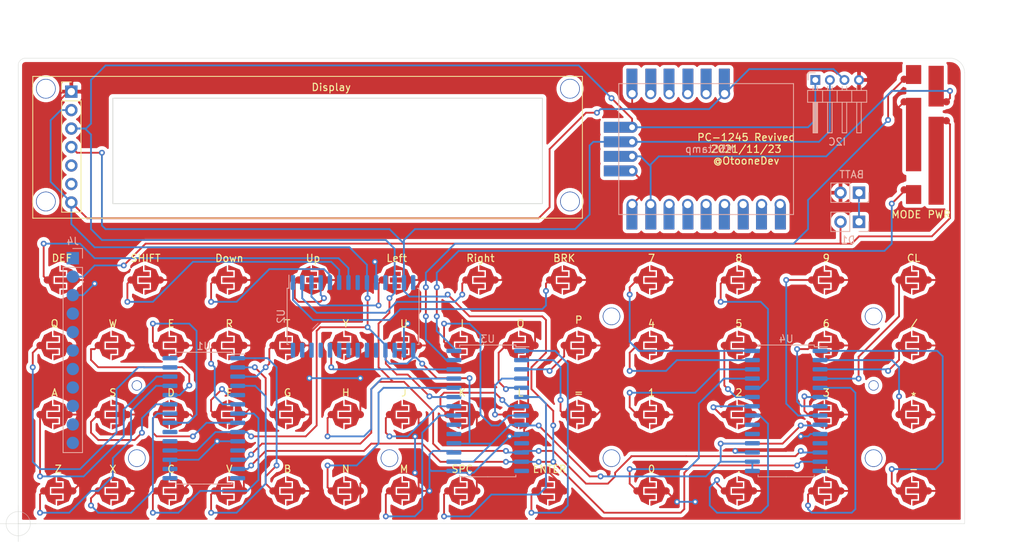
<source format=kicad_pcb>
(kicad_pcb (version 20171130) (host pcbnew "(5.1.8)-1")
  (layers (0 F.Cu signal hide) (31 B.Cu signal) (34 B.Paste user) (35 F.Paste user) (36 B.SilkS user) (37 F.SilkS user) (38 B.Mask user) (39 F.Mask user hide) (44 Edge.Cuts user))
  (net 0 "")
  (net 1 "Net-(J1-Pad1)")
  (net 2 "Net-(J1-Pad2)")
  (net 3 +3V3)
  (net 4 -BATT)
  (net 5 "Net-(SW1-Pad1)")
  (net 6 "Net-(SW2-Pad1)")
  (net 7 "Net-(SW3-Pad1)")
  (net 8 "Net-(SW4-Pad1)")
  (net 9 "Net-(SW5-Pad1)")
  (net 10 "Net-(SW6-Pad1)")
  (net 11 "Net-(SW7-Pad1)")
  (net 12 "Net-(SW8-Pad1)")
  (net 13 "Net-(SW9-Pad1)")
  (net 14 "Net-(SW10-Pad1)")
  (net 15 "Net-(SW11-Pad1)")
  (net 16 "Net-(SW12-Pad1)")
  (net 17 "Net-(SW13-Pad1)")
  (net 18 "Net-(SW14-Pad1)")
  (net 19 "Net-(SW15-Pad1)")
  (net 20 "Net-(SW16-Pad1)")
  (net 21 "Net-(SW17-Pad1)")
  (net 22 "Net-(SW18-Pad1)")
  (net 23 "Net-(SW19-Pad1)")
  (net 24 "Net-(SW20-Pad1)")
  (net 25 "Net-(SW21-Pad1)")
  (net 26 "Net-(SW22-Pad1)")
  (net 27 "Net-(SW23-Pad1)")
  (net 28 "Net-(SW24-Pad1)")
  (net 29 "Net-(SW25-Pad1)")
  (net 30 "Net-(SW26-Pad1)")
  (net 31 "Net-(SW27-Pad1)")
  (net 32 "Net-(SW28-Pad1)")
  (net 33 "Net-(SW29-Pad1)")
  (net 34 "Net-(SW30-Pad1)")
  (net 35 "Net-(SW31-Pad1)")
  (net 36 "Net-(SW32-Pad1)")
  (net 37 "Net-(SW33-Pad1)")
  (net 38 "Net-(SW34-Pad1)")
  (net 39 "Net-(SW35-Pad1)")
  (net 40 "Net-(SW36-Pad1)")
  (net 41 "Net-(SW37-Pad1)")
  (net 42 "Net-(SW38-Pad1)")
  (net 43 "Net-(SW39-Pad1)")
  (net 44 "Net-(SW40-Pad1)")
  (net 45 "Net-(SW41-Pad1)")
  (net 46 "Net-(SW42-Pad1)")
  (net 47 "Net-(SW43-Pad1)")
  (net 48 "Net-(SW44-Pad1)")
  (net 49 "Net-(SW45-Pad1)")
  (net 50 "Net-(SW46-Pad1)")
  (net 51 "Net-(SW47-Pad1)")
  (net 52 "Net-(SW48-Pad1)")
  (net 53 "Net-(SW49-Pad1)")
  (net 54 "Net-(SW50-Pad1)")
  (net 55 "Net-(SW51-Pad1)")
  (net 56 "Net-(SW52-Pad1)")
  (net 57 "Net-(SW53-Pad1)")
  (net 58 "Net-(SW53-Pad3)")
  (net 59 "Net-(J4-Pad2)")
  (net 60 +5V)
  (net 61 "Net-(D1-Pad1)")
  (net 62 "Net-(D1-Pad2)")
  (module ContactPad:ContactPad_4mm (layer F.Cu) (at 84 124)
    (fp_text reference Z (at 0 -3) (layer F.SilkS))
    (fp_text value SW_Push)
    (pad 1 smd custom (at -2 0) (size 1 1) (layers F.Cu F.Mask) (net 8 "Net-(SW4-Pad1)") (options (clearance outline) (anchor circle)) (primitives (gr_poly (pts (xy 1.6 -1.1) (xy 2.5 -1.1) (xy 2.5 -0.6) (xy 0.8 -0.6) (xy 0.8 0.6) (xy 2.5 0.6) (xy 2.5 1.1) (xy 1.6 1.1) (xy 1.6 1.9) (xy 0.6 1.4) (xy 0 0) (xy 0.6 -1.4) (xy 1.6 -1.9)) (width 0.1))))
    (pad 2 smd custom (at 2 0) (size 1 1) (layers F.Cu F.Mask) (net 4 -BATT) (options (clearance outline) (anchor circle)) (primitives (gr_poly (pts (xy -0.6 -1.4) (xy 0 0) (xy -0.6 1.4) (xy -2.1 2) (xy -2.1 1.4) (xy -1.2 1.4) (xy -1.2 0.3) (xy -2.9 0.3) (xy -2.9 -0.3) (xy -1.2 -0.3) (xy -1.2 -1.4) (xy -2.1 -1.4) (xy -2.1 -2)) (width 0.1))))
  )
  (module ContactPad:ContactPad_4mm (layer F.Cu) (at 83.5 113.5)
    (fp_text reference A (at 0 -3) (layer F.SilkS))
    (fp_text value SW_Push)
    (pad 1 smd custom (at -2 0) (size 1 1) (layers F.Cu F.Mask) (net 7 "Net-(SW3-Pad1)") (options (clearance outline) (anchor circle)) (primitives (gr_poly (pts (xy 1.6 -1.1) (xy 2.5 -1.1) (xy 2.5 -0.6) (xy 0.8 -0.6) (xy 0.8 0.6) (xy 2.5 0.6) (xy 2.5 1.1) (xy 1.6 1.1) (xy 1.6 1.9) (xy 0.6 1.4) (xy 0 0) (xy 0.6 -1.4) (xy 1.6 -1.9)) (width 0.1))))
    (pad 2 smd custom (at 2 0) (size 1 1) (layers F.Cu F.Mask) (net 4 -BATT) (options (clearance outline) (anchor circle)) (primitives (gr_poly (pts (xy -0.6 -1.4) (xy 0 0) (xy -0.6 1.4) (xy -2.1 2) (xy -2.1 1.4) (xy -1.2 1.4) (xy -1.2 0.3) (xy -2.9 0.3) (xy -2.9 -0.3) (xy -1.2 -0.3) (xy -1.2 -1.4) (xy -2.1 -1.4) (xy -2.1 -2)) (width 0.1))))
  )
  (module ContactPad:ContactPad_4mm (layer F.Cu) (at 83.5 104)
    (fp_text reference Q (at 0 -3) (layer F.SilkS))
    (fp_text value SW_Push)
    (pad 1 smd custom (at -2 0) (size 1 1) (layers F.Cu F.Mask) (net 6 "Net-(SW2-Pad1)") (options (clearance outline) (anchor circle)) (primitives (gr_poly (pts (xy 1.6 -1.1) (xy 2.5 -1.1) (xy 2.5 -0.6) (xy 0.8 -0.6) (xy 0.8 0.6) (xy 2.5 0.6) (xy 2.5 1.1) (xy 1.6 1.1) (xy 1.6 1.9) (xy 0.6 1.4) (xy 0 0) (xy 0.6 -1.4) (xy 1.6 -1.9)) (width 0.1))))
    (pad 2 smd custom (at 2 0) (size 1 1) (layers F.Cu F.Mask) (net 4 -BATT) (options (clearance outline) (anchor circle)) (primitives (gr_poly (pts (xy -0.6 -1.4) (xy 0 0) (xy -0.6 1.4) (xy -2.1 2) (xy -2.1 1.4) (xy -1.2 1.4) (xy -1.2 0.3) (xy -2.9 0.3) (xy -2.9 -0.3) (xy -1.2 -0.3) (xy -1.2 -1.4) (xy -2.1 -1.4) (xy -2.1 -2)) (width 0.1))))
  )
  (module ContactPad:ContactPad_4mm (layer F.Cu) (at 84.5 95)
    (fp_text reference DEF (at 0 -3) (layer F.SilkS))
    (fp_text value SW_Push)
    (pad 1 smd custom (at -2 0) (size 1 1) (layers F.Cu F.Mask) (net 5 "Net-(SW1-Pad1)") (options (clearance outline) (anchor circle)) (primitives (gr_poly (pts (xy 1.6 -1.1) (xy 2.5 -1.1) (xy 2.5 -0.6) (xy 0.8 -0.6) (xy 0.8 0.6) (xy 2.5 0.6) (xy 2.5 1.1) (xy 1.6 1.1) (xy 1.6 1.9) (xy 0.6 1.4) (xy 0 0) (xy 0.6 -1.4) (xy 1.6 -1.9)) (width 0.1))))
    (pad 2 smd custom (at 2 0) (size 1 1) (layers F.Cu F.Mask) (net 4 -BATT) (options (clearance outline) (anchor circle)) (primitives (gr_poly (pts (xy -0.6 -1.4) (xy 0 0) (xy -0.6 1.4) (xy -2.1 2) (xy -2.1 1.4) (xy -1.2 1.4) (xy -1.2 0.3) (xy -2.9 0.3) (xy -2.9 -0.3) (xy -1.2 -0.3) (xy -1.2 -1.4) (xy -2.1 -1.4) (xy -2.1 -2)) (width 0.1))))
  )
  (module ContactPad:ContactPad_4mm (layer F.Cu) (at 91.5 104)
    (fp_text reference W (at 0 -3) (layer F.SilkS))
    (fp_text value SW_Push)
    (pad 1 smd custom (at -2 0) (size 1 1) (layers F.Cu F.Mask) (net 9 "Net-(SW5-Pad1)") (options (clearance outline) (anchor circle)) (primitives (gr_poly (pts (xy 1.6 -1.1) (xy 2.5 -1.1) (xy 2.5 -0.6) (xy 0.8 -0.6) (xy 0.8 0.6) (xy 2.5 0.6) (xy 2.5 1.1) (xy 1.6 1.1) (xy 1.6 1.9) (xy 0.6 1.4) (xy 0 0) (xy 0.6 -1.4) (xy 1.6 -1.9)) (width 0.1))))
    (pad 2 smd custom (at 2 0) (size 1 1) (layers F.Cu F.Mask) (net 4 -BATT) (options (clearance outline) (anchor circle)) (primitives (gr_poly (pts (xy -0.6 -1.4) (xy 0 0) (xy -0.6 1.4) (xy -2.1 2) (xy -2.1 1.4) (xy -1.2 1.4) (xy -1.2 0.3) (xy -2.9 0.3) (xy -2.9 -0.3) (xy -1.2 -0.3) (xy -1.2 -1.4) (xy -2.1 -1.4) (xy -2.1 -2)) (width 0.1))))
  )
  (module ContactPad:ContactPad_4mm (layer F.Cu) (at 91.5 113.5)
    (fp_text reference S (at 0 -3) (layer F.SilkS))
    (fp_text value SW_Push)
    (pad 1 smd custom (at -2 0) (size 1 1) (layers F.Cu F.Mask) (net 10 "Net-(SW6-Pad1)") (options (clearance outline) (anchor circle)) (primitives (gr_poly (pts (xy 1.6 -1.1) (xy 2.5 -1.1) (xy 2.5 -0.6) (xy 0.8 -0.6) (xy 0.8 0.6) (xy 2.5 0.6) (xy 2.5 1.1) (xy 1.6 1.1) (xy 1.6 1.9) (xy 0.6 1.4) (xy 0 0) (xy 0.6 -1.4) (xy 1.6 -1.9)) (width 0.1))))
    (pad 2 smd custom (at 2 0) (size 1 1) (layers F.Cu F.Mask) (net 4 -BATT) (options (clearance outline) (anchor circle)) (primitives (gr_poly (pts (xy -0.6 -1.4) (xy 0 0) (xy -0.6 1.4) (xy -2.1 2) (xy -2.1 1.4) (xy -1.2 1.4) (xy -1.2 0.3) (xy -2.9 0.3) (xy -2.9 -0.3) (xy -1.2 -0.3) (xy -1.2 -1.4) (xy -2.1 -1.4) (xy -2.1 -2)) (width 0.1))))
  )
  (module ContactPad:ContactPad_4mm (layer F.Cu) (at 91.5 124)
    (fp_text reference X (at 0 -3) (layer F.SilkS))
    (fp_text value SW_Push)
    (pad 1 smd custom (at -2 0) (size 1 1) (layers F.Cu F.Mask) (net 11 "Net-(SW7-Pad1)") (options (clearance outline) (anchor circle)) (primitives (gr_poly (pts (xy 1.6 -1.1) (xy 2.5 -1.1) (xy 2.5 -0.6) (xy 0.8 -0.6) (xy 0.8 0.6) (xy 2.5 0.6) (xy 2.5 1.1) (xy 1.6 1.1) (xy 1.6 1.9) (xy 0.6 1.4) (xy 0 0) (xy 0.6 -1.4) (xy 1.6 -1.9)) (width 0.1))))
    (pad 2 smd custom (at 2 0) (size 1 1) (layers F.Cu F.Mask) (net 4 -BATT) (options (clearance outline) (anchor circle)) (primitives (gr_poly (pts (xy -0.6 -1.4) (xy 0 0) (xy -0.6 1.4) (xy -2.1 2) (xy -2.1 1.4) (xy -1.2 1.4) (xy -1.2 0.3) (xy -2.9 0.3) (xy -2.9 -0.3) (xy -1.2 -0.3) (xy -1.2 -1.4) (xy -2.1 -1.4) (xy -2.1 -2)) (width 0.1))))
  )
  (module ContactPad:ContactPad_4mm (layer F.Cu) (at 99.5 124)
    (fp_text reference C (at 0 -3) (layer F.SilkS))
    (fp_text value SW_Push)
    (pad 1 smd custom (at -2 0) (size 1 1) (layers F.Cu F.Mask) (net 15 "Net-(SW11-Pad1)") (options (clearance outline) (anchor circle)) (primitives (gr_poly (pts (xy 1.6 -1.1) (xy 2.5 -1.1) (xy 2.5 -0.6) (xy 0.8 -0.6) (xy 0.8 0.6) (xy 2.5 0.6) (xy 2.5 1.1) (xy 1.6 1.1) (xy 1.6 1.9) (xy 0.6 1.4) (xy 0 0) (xy 0.6 -1.4) (xy 1.6 -1.9)) (width 0.1))))
    (pad 2 smd custom (at 2 0) (size 1 1) (layers F.Cu F.Mask) (net 4 -BATT) (options (clearance outline) (anchor circle)) (primitives (gr_poly (pts (xy -0.6 -1.4) (xy 0 0) (xy -0.6 1.4) (xy -2.1 2) (xy -2.1 1.4) (xy -1.2 1.4) (xy -1.2 0.3) (xy -2.9 0.3) (xy -2.9 -0.3) (xy -1.2 -0.3) (xy -1.2 -1.4) (xy -2.1 -1.4) (xy -2.1 -2)) (width 0.1))))
  )
  (module ContactPad:ContactPad_4mm (layer F.Cu) (at 99.5 113.5)
    (fp_text reference D (at 0 -3) (layer F.SilkS))
    (fp_text value SW_Push)
    (pad 1 smd custom (at -2 0) (size 1 1) (layers F.Cu F.Mask) (net 14 "Net-(SW10-Pad1)") (options (clearance outline) (anchor circle)) (primitives (gr_poly (pts (xy 1.6 -1.1) (xy 2.5 -1.1) (xy 2.5 -0.6) (xy 0.8 -0.6) (xy 0.8 0.6) (xy 2.5 0.6) (xy 2.5 1.1) (xy 1.6 1.1) (xy 1.6 1.9) (xy 0.6 1.4) (xy 0 0) (xy 0.6 -1.4) (xy 1.6 -1.9)) (width 0.1))))
    (pad 2 smd custom (at 2 0) (size 1 1) (layers F.Cu F.Mask) (net 4 -BATT) (options (clearance outline) (anchor circle)) (primitives (gr_poly (pts (xy -0.6 -1.4) (xy 0 0) (xy -0.6 1.4) (xy -2.1 2) (xy -2.1 1.4) (xy -1.2 1.4) (xy -1.2 0.3) (xy -2.9 0.3) (xy -2.9 -0.3) (xy -1.2 -0.3) (xy -1.2 -1.4) (xy -2.1 -1.4) (xy -2.1 -2)) (width 0.1))))
  )
  (module ContactPad:ContactPad_4mm (layer F.Cu) (at 99.5 104)
    (fp_text reference E (at 0 -3) (layer F.SilkS))
    (fp_text value SW_Push)
    (pad 1 smd custom (at -2 0) (size 1 1) (layers F.Cu F.Mask) (net 13 "Net-(SW9-Pad1)") (options (clearance outline) (anchor circle)) (primitives (gr_poly (pts (xy 1.6 -1.1) (xy 2.5 -1.1) (xy 2.5 -0.6) (xy 0.8 -0.6) (xy 0.8 0.6) (xy 2.5 0.6) (xy 2.5 1.1) (xy 1.6 1.1) (xy 1.6 1.9) (xy 0.6 1.4) (xy 0 0) (xy 0.6 -1.4) (xy 1.6 -1.9)) (width 0.1))))
    (pad 2 smd custom (at 2 0) (size 1 1) (layers F.Cu F.Mask) (net 4 -BATT) (options (clearance outline) (anchor circle)) (primitives (gr_poly (pts (xy -0.6 -1.4) (xy 0 0) (xy -0.6 1.4) (xy -2.1 2) (xy -2.1 1.4) (xy -1.2 1.4) (xy -1.2 0.3) (xy -2.9 0.3) (xy -2.9 -0.3) (xy -1.2 -0.3) (xy -1.2 -1.4) (xy -2.1 -1.4) (xy -2.1 -2)) (width 0.1))))
  )
  (module ContactPad:ContactPad_4mm (layer F.Cu) (at 96 95)
    (fp_text reference SHIFT (at 0 -3) (layer F.SilkS))
    (fp_text value SW_Push)
    (pad 1 smd custom (at -2 0) (size 1 1) (layers F.Cu F.Mask) (net 12 "Net-(SW8-Pad1)") (options (clearance outline) (anchor circle)) (primitives (gr_poly (pts (xy 1.6 -1.1) (xy 2.5 -1.1) (xy 2.5 -0.6) (xy 0.8 -0.6) (xy 0.8 0.6) (xy 2.5 0.6) (xy 2.5 1.1) (xy 1.6 1.1) (xy 1.6 1.9) (xy 0.6 1.4) (xy 0 0) (xy 0.6 -1.4) (xy 1.6 -1.9)) (width 0.1))))
    (pad 2 smd custom (at 2 0) (size 1 1) (layers F.Cu F.Mask) (net 4 -BATT) (options (clearance outline) (anchor circle)) (primitives (gr_poly (pts (xy -0.6 -1.4) (xy 0 0) (xy -0.6 1.4) (xy -2.1 2) (xy -2.1 1.4) (xy -1.2 1.4) (xy -1.2 0.3) (xy -2.9 0.3) (xy -2.9 -0.3) (xy -1.2 -0.3) (xy -1.2 -1.4) (xy -2.1 -1.4) (xy -2.1 -2)) (width 0.1))))
  )
  (module ContactPad:ContactPad_4mm (layer F.Cu) (at 107.5 95)
    (fp_text reference Down (at 0 -3) (layer F.SilkS))
    (fp_text value SW_Push)
    (pad 1 smd custom (at -2 0) (size 1 1) (layers F.Cu F.Mask) (net 16 "Net-(SW12-Pad1)") (options (clearance outline) (anchor circle)) (primitives (gr_poly (pts (xy 1.6 -1.1) (xy 2.5 -1.1) (xy 2.5 -0.6) (xy 0.8 -0.6) (xy 0.8 0.6) (xy 2.5 0.6) (xy 2.5 1.1) (xy 1.6 1.1) (xy 1.6 1.9) (xy 0.6 1.4) (xy 0 0) (xy 0.6 -1.4) (xy 1.6 -1.9)) (width 0.1))))
    (pad 2 smd custom (at 2 0) (size 1 1) (layers F.Cu F.Mask) (net 4 -BATT) (options (clearance outline) (anchor circle)) (primitives (gr_poly (pts (xy -0.6 -1.4) (xy 0 0) (xy -0.6 1.4) (xy -2.1 2) (xy -2.1 1.4) (xy -1.2 1.4) (xy -1.2 0.3) (xy -2.9 0.3) (xy -2.9 -0.3) (xy -1.2 -0.3) (xy -1.2 -1.4) (xy -2.1 -1.4) (xy -2.1 -2)) (width 0.1))))
  )
  (module ContactPad:ContactPad_4mm (layer F.Cu) (at 107.5 104)
    (fp_text reference R (at 0 -3) (layer F.SilkS))
    (fp_text value SW_Push)
    (pad 1 smd custom (at -2 0) (size 1 1) (layers F.Cu F.Mask) (net 17 "Net-(SW13-Pad1)") (options (clearance outline) (anchor circle)) (primitives (gr_poly (pts (xy 1.6 -1.1) (xy 2.5 -1.1) (xy 2.5 -0.6) (xy 0.8 -0.6) (xy 0.8 0.6) (xy 2.5 0.6) (xy 2.5 1.1) (xy 1.6 1.1) (xy 1.6 1.9) (xy 0.6 1.4) (xy 0 0) (xy 0.6 -1.4) (xy 1.6 -1.9)) (width 0.1))))
    (pad 2 smd custom (at 2 0) (size 1 1) (layers F.Cu F.Mask) (net 4 -BATT) (options (clearance outline) (anchor circle)) (primitives (gr_poly (pts (xy -0.6 -1.4) (xy 0 0) (xy -0.6 1.4) (xy -2.1 2) (xy -2.1 1.4) (xy -1.2 1.4) (xy -1.2 0.3) (xy -2.9 0.3) (xy -2.9 -0.3) (xy -1.2 -0.3) (xy -1.2 -1.4) (xy -2.1 -1.4) (xy -2.1 -2)) (width 0.1))))
  )
  (module ContactPad:ContactPad_4mm (layer F.Cu) (at 107.5 113.5)
    (fp_text reference F (at 0 -3) (layer F.SilkS))
    (fp_text value SW_Push)
    (pad 1 smd custom (at -2 0) (size 1 1) (layers F.Cu F.Mask) (net 18 "Net-(SW14-Pad1)") (options (clearance outline) (anchor circle)) (primitives (gr_poly (pts (xy 1.6 -1.1) (xy 2.5 -1.1) (xy 2.5 -0.6) (xy 0.8 -0.6) (xy 0.8 0.6) (xy 2.5 0.6) (xy 2.5 1.1) (xy 1.6 1.1) (xy 1.6 1.9) (xy 0.6 1.4) (xy 0 0) (xy 0.6 -1.4) (xy 1.6 -1.9)) (width 0.1))))
    (pad 2 smd custom (at 2 0) (size 1 1) (layers F.Cu F.Mask) (net 4 -BATT) (options (clearance outline) (anchor circle)) (primitives (gr_poly (pts (xy -0.6 -1.4) (xy 0 0) (xy -0.6 1.4) (xy -2.1 2) (xy -2.1 1.4) (xy -1.2 1.4) (xy -1.2 0.3) (xy -2.9 0.3) (xy -2.9 -0.3) (xy -1.2 -0.3) (xy -1.2 -1.4) (xy -2.1 -1.4) (xy -2.1 -2)) (width 0.1))))
  )
  (module ContactPad:ContactPad_4mm (layer F.Cu) (at 107.5 124)
    (fp_text reference V (at 0 -3) (layer F.SilkS))
    (fp_text value SW_Push)
    (pad 1 smd custom (at -2 0) (size 1 1) (layers F.Cu F.Mask) (net 19 "Net-(SW15-Pad1)") (options (clearance outline) (anchor circle)) (primitives (gr_poly (pts (xy 1.6 -1.1) (xy 2.5 -1.1) (xy 2.5 -0.6) (xy 0.8 -0.6) (xy 0.8 0.6) (xy 2.5 0.6) (xy 2.5 1.1) (xy 1.6 1.1) (xy 1.6 1.9) (xy 0.6 1.4) (xy 0 0) (xy 0.6 -1.4) (xy 1.6 -1.9)) (width 0.1))))
    (pad 2 smd custom (at 2 0) (size 1 1) (layers F.Cu F.Mask) (net 4 -BATT) (options (clearance outline) (anchor circle)) (primitives (gr_poly (pts (xy -0.6 -1.4) (xy 0 0) (xy -0.6 1.4) (xy -2.1 2) (xy -2.1 1.4) (xy -1.2 1.4) (xy -1.2 0.3) (xy -2.9 0.3) (xy -2.9 -0.3) (xy -1.2 -0.3) (xy -1.2 -1.4) (xy -2.1 -1.4) (xy -2.1 -2)) (width 0.1))))
  )
  (module ContactPad:ContactPad_4mm (layer F.Cu) (at 115.5 124)
    (fp_text reference B (at 0 -3) (layer F.SilkS))
    (fp_text value SW_Push)
    (pad 1 smd custom (at -2 0) (size 1 1) (layers F.Cu F.Mask) (net 22 "Net-(SW18-Pad1)") (options (clearance outline) (anchor circle)) (primitives (gr_poly (pts (xy 1.6 -1.1) (xy 2.5 -1.1) (xy 2.5 -0.6) (xy 0.8 -0.6) (xy 0.8 0.6) (xy 2.5 0.6) (xy 2.5 1.1) (xy 1.6 1.1) (xy 1.6 1.9) (xy 0.6 1.4) (xy 0 0) (xy 0.6 -1.4) (xy 1.6 -1.9)) (width 0.1))))
    (pad 2 smd custom (at 2 0) (size 1 1) (layers F.Cu F.Mask) (net 4 -BATT) (options (clearance outline) (anchor circle)) (primitives (gr_poly (pts (xy -0.6 -1.4) (xy 0 0) (xy -0.6 1.4) (xy -2.1 2) (xy -2.1 1.4) (xy -1.2 1.4) (xy -1.2 0.3) (xy -2.9 0.3) (xy -2.9 -0.3) (xy -1.2 -0.3) (xy -1.2 -1.4) (xy -2.1 -1.4) (xy -2.1 -2)) (width 0.1))))
  )
  (module ContactPad:ContactPad_4mm (layer F.Cu) (at 115.5 113.5)
    (fp_text reference G (at 0 -3) (layer F.SilkS))
    (fp_text value SW_Push)
    (pad 1 smd custom (at -2 0) (size 1 1) (layers F.Cu F.Mask) (net 21 "Net-(SW17-Pad1)") (options (clearance outline) (anchor circle)) (primitives (gr_poly (pts (xy 1.6 -1.1) (xy 2.5 -1.1) (xy 2.5 -0.6) (xy 0.8 -0.6) (xy 0.8 0.6) (xy 2.5 0.6) (xy 2.5 1.1) (xy 1.6 1.1) (xy 1.6 1.9) (xy 0.6 1.4) (xy 0 0) (xy 0.6 -1.4) (xy 1.6 -1.9)) (width 0.1))))
    (pad 2 smd custom (at 2 0) (size 1 1) (layers F.Cu F.Mask) (net 4 -BATT) (options (clearance outline) (anchor circle)) (primitives (gr_poly (pts (xy -0.6 -1.4) (xy 0 0) (xy -0.6 1.4) (xy -2.1 2) (xy -2.1 1.4) (xy -1.2 1.4) (xy -1.2 0.3) (xy -2.9 0.3) (xy -2.9 -0.3) (xy -1.2 -0.3) (xy -1.2 -1.4) (xy -2.1 -1.4) (xy -2.1 -2)) (width 0.1))))
  )
  (module ContactPad:ContactPad_4mm (layer F.Cu) (at 115.5 104)
    (fp_text reference T (at 0 -3) (layer F.SilkS))
    (fp_text value SW_Push)
    (pad 1 smd custom (at -2 0) (size 1 1) (layers F.Cu F.Mask) (net 20 "Net-(SW16-Pad1)") (options (clearance outline) (anchor circle)) (primitives (gr_poly (pts (xy 1.6 -1.1) (xy 2.5 -1.1) (xy 2.5 -0.6) (xy 0.8 -0.6) (xy 0.8 0.6) (xy 2.5 0.6) (xy 2.5 1.1) (xy 1.6 1.1) (xy 1.6 1.9) (xy 0.6 1.4) (xy 0 0) (xy 0.6 -1.4) (xy 1.6 -1.9)) (width 0.1))))
    (pad 2 smd custom (at 2 0) (size 1 1) (layers F.Cu F.Mask) (net 4 -BATT) (options (clearance outline) (anchor circle)) (primitives (gr_poly (pts (xy -0.6 -1.4) (xy 0 0) (xy -0.6 1.4) (xy -2.1 2) (xy -2.1 1.4) (xy -1.2 1.4) (xy -1.2 0.3) (xy -2.9 0.3) (xy -2.9 -0.3) (xy -1.2 -0.3) (xy -1.2 -1.4) (xy -2.1 -1.4) (xy -2.1 -2)) (width 0.1))))
  )
  (module ContactPad:ContactPad_4mm (layer F.Cu) (at 119 95)
    (fp_text reference Up (at 0 -3) (layer F.SilkS))
    (fp_text value SW_Push)
    (pad 1 smd custom (at -2 0) (size 1 1) (layers F.Cu F.Mask) (net 23 "Net-(SW19-Pad1)") (options (clearance outline) (anchor circle)) (primitives (gr_poly (pts (xy 1.6 -1.1) (xy 2.5 -1.1) (xy 2.5 -0.6) (xy 0.8 -0.6) (xy 0.8 0.6) (xy 2.5 0.6) (xy 2.5 1.1) (xy 1.6 1.1) (xy 1.6 1.9) (xy 0.6 1.4) (xy 0 0) (xy 0.6 -1.4) (xy 1.6 -1.9)) (width 0.1))))
    (pad 2 smd custom (at 2 0) (size 1 1) (layers F.Cu F.Mask) (net 4 -BATT) (options (clearance outline) (anchor circle)) (primitives (gr_poly (pts (xy -0.6 -1.4) (xy 0 0) (xy -0.6 1.4) (xy -2.1 2) (xy -2.1 1.4) (xy -1.2 1.4) (xy -1.2 0.3) (xy -2.9 0.3) (xy -2.9 -0.3) (xy -1.2 -0.3) (xy -1.2 -1.4) (xy -2.1 -1.4) (xy -2.1 -2)) (width 0.1))))
  )
  (module ContactPad:ContactPad_4mm (layer F.Cu) (at 123.5 124)
    (fp_text reference N (at 0 -3) (layer F.SilkS))
    (fp_text value SW_Push)
    (pad 1 smd custom (at -2 0) (size 1 1) (layers F.Cu F.Mask) (net 26 "Net-(SW22-Pad1)") (options (clearance outline) (anchor circle)) (primitives (gr_poly (pts (xy 1.6 -1.1) (xy 2.5 -1.1) (xy 2.5 -0.6) (xy 0.8 -0.6) (xy 0.8 0.6) (xy 2.5 0.6) (xy 2.5 1.1) (xy 1.6 1.1) (xy 1.6 1.9) (xy 0.6 1.4) (xy 0 0) (xy 0.6 -1.4) (xy 1.6 -1.9)) (width 0.1))))
    (pad 2 smd custom (at 2 0) (size 1 1) (layers F.Cu F.Mask) (net 4 -BATT) (options (clearance outline) (anchor circle)) (primitives (gr_poly (pts (xy -0.6 -1.4) (xy 0 0) (xy -0.6 1.4) (xy -2.1 2) (xy -2.1 1.4) (xy -1.2 1.4) (xy -1.2 0.3) (xy -2.9 0.3) (xy -2.9 -0.3) (xy -1.2 -0.3) (xy -1.2 -1.4) (xy -2.1 -1.4) (xy -2.1 -2)) (width 0.1))))
  )
  (module ContactPad:ContactPad_4mm (layer F.Cu) (at 123.5 113.5)
    (fp_text reference H (at 0 -3) (layer F.SilkS))
    (fp_text value SW_Push)
    (pad 1 smd custom (at -2 0) (size 1 1) (layers F.Cu F.Mask) (net 25 "Net-(SW21-Pad1)") (options (clearance outline) (anchor circle)) (primitives (gr_poly (pts (xy 1.6 -1.1) (xy 2.5 -1.1) (xy 2.5 -0.6) (xy 0.8 -0.6) (xy 0.8 0.6) (xy 2.5 0.6) (xy 2.5 1.1) (xy 1.6 1.1) (xy 1.6 1.9) (xy 0.6 1.4) (xy 0 0) (xy 0.6 -1.4) (xy 1.6 -1.9)) (width 0.1))))
    (pad 2 smd custom (at 2 0) (size 1 1) (layers F.Cu F.Mask) (net 4 -BATT) (options (clearance outline) (anchor circle)) (primitives (gr_poly (pts (xy -0.6 -1.4) (xy 0 0) (xy -0.6 1.4) (xy -2.1 2) (xy -2.1 1.4) (xy -1.2 1.4) (xy -1.2 0.3) (xy -2.9 0.3) (xy -2.9 -0.3) (xy -1.2 -0.3) (xy -1.2 -1.4) (xy -2.1 -1.4) (xy -2.1 -2)) (width 0.1))))
  )
  (module ContactPad:ContactPad_4mm (layer F.Cu) (at 123.5 104)
    (fp_text reference Y (at 0 -3) (layer F.SilkS))
    (fp_text value SW_Push)
    (pad 1 smd custom (at -2 0) (size 1 1) (layers F.Cu F.Mask) (net 24 "Net-(SW20-Pad1)") (options (clearance outline) (anchor circle)) (primitives (gr_poly (pts (xy 1.6 -1.1) (xy 2.5 -1.1) (xy 2.5 -0.6) (xy 0.8 -0.6) (xy 0.8 0.6) (xy 2.5 0.6) (xy 2.5 1.1) (xy 1.6 1.1) (xy 1.6 1.9) (xy 0.6 1.4) (xy 0 0) (xy 0.6 -1.4) (xy 1.6 -1.9)) (width 0.1))))
    (pad 2 smd custom (at 2 0) (size 1 1) (layers F.Cu F.Mask) (net 4 -BATT) (options (clearance outline) (anchor circle)) (primitives (gr_poly (pts (xy -0.6 -1.4) (xy 0 0) (xy -0.6 1.4) (xy -2.1 2) (xy -2.1 1.4) (xy -1.2 1.4) (xy -1.2 0.3) (xy -2.9 0.3) (xy -2.9 -0.3) (xy -1.2 -0.3) (xy -1.2 -1.4) (xy -2.1 -1.4) (xy -2.1 -2)) (width 0.1))))
  )
  (module ContactPad:ContactPad_4mm (layer F.Cu) (at 130.5 95)
    (fp_text reference Left (at 0 -3) (layer F.SilkS))
    (fp_text value SW_Push)
    (pad 1 smd custom (at -2 0) (size 1 1) (layers F.Cu F.Mask) (net 27 "Net-(SW23-Pad1)") (options (clearance outline) (anchor circle)) (primitives (gr_poly (pts (xy 1.6 -1.1) (xy 2.5 -1.1) (xy 2.5 -0.6) (xy 0.8 -0.6) (xy 0.8 0.6) (xy 2.5 0.6) (xy 2.5 1.1) (xy 1.6 1.1) (xy 1.6 1.9) (xy 0.6 1.4) (xy 0 0) (xy 0.6 -1.4) (xy 1.6 -1.9)) (width 0.1))))
    (pad 2 smd custom (at 2 0) (size 1 1) (layers F.Cu F.Mask) (net 4 -BATT) (options (clearance outline) (anchor circle)) (primitives (gr_poly (pts (xy -0.6 -1.4) (xy 0 0) (xy -0.6 1.4) (xy -2.1 2) (xy -2.1 1.4) (xy -1.2 1.4) (xy -1.2 0.3) (xy -2.9 0.3) (xy -2.9 -0.3) (xy -1.2 -0.3) (xy -1.2 -1.4) (xy -2.1 -1.4) (xy -2.1 -2)) (width 0.1))))
  )
  (module ContactPad:ContactPad_4mm (layer F.Cu) (at 131.5 104)
    (fp_text reference U (at 0 -3) (layer F.SilkS))
    (fp_text value SW_Push)
    (pad 1 smd custom (at -2 0) (size 1 1) (layers F.Cu F.Mask) (net 28 "Net-(SW24-Pad1)") (options (clearance outline) (anchor circle)) (primitives (gr_poly (pts (xy 1.6 -1.1) (xy 2.5 -1.1) (xy 2.5 -0.6) (xy 0.8 -0.6) (xy 0.8 0.6) (xy 2.5 0.6) (xy 2.5 1.1) (xy 1.6 1.1) (xy 1.6 1.9) (xy 0.6 1.4) (xy 0 0) (xy 0.6 -1.4) (xy 1.6 -1.9)) (width 0.1))))
    (pad 2 smd custom (at 2 0) (size 1 1) (layers F.Cu F.Mask) (net 4 -BATT) (options (clearance outline) (anchor circle)) (primitives (gr_poly (pts (xy -0.6 -1.4) (xy 0 0) (xy -0.6 1.4) (xy -2.1 2) (xy -2.1 1.4) (xy -1.2 1.4) (xy -1.2 0.3) (xy -2.9 0.3) (xy -2.9 -0.3) (xy -1.2 -0.3) (xy -1.2 -1.4) (xy -2.1 -1.4) (xy -2.1 -2)) (width 0.1))))
  )
  (module ContactPad:ContactPad_4mm (layer F.Cu) (at 131.5 113.5)
    (fp_text reference J (at 0 -3) (layer F.SilkS))
    (fp_text value SW_Push)
    (pad 1 smd custom (at -2 0) (size 1 1) (layers F.Cu F.Mask) (net 29 "Net-(SW25-Pad1)") (options (clearance outline) (anchor circle)) (primitives (gr_poly (pts (xy 1.6 -1.1) (xy 2.5 -1.1) (xy 2.5 -0.6) (xy 0.8 -0.6) (xy 0.8 0.6) (xy 2.5 0.6) (xy 2.5 1.1) (xy 1.6 1.1) (xy 1.6 1.9) (xy 0.6 1.4) (xy 0 0) (xy 0.6 -1.4) (xy 1.6 -1.9)) (width 0.1))))
    (pad 2 smd custom (at 2 0) (size 1 1) (layers F.Cu F.Mask) (net 4 -BATT) (options (clearance outline) (anchor circle)) (primitives (gr_poly (pts (xy -0.6 -1.4) (xy 0 0) (xy -0.6 1.4) (xy -2.1 2) (xy -2.1 1.4) (xy -1.2 1.4) (xy -1.2 0.3) (xy -2.9 0.3) (xy -2.9 -0.3) (xy -1.2 -0.3) (xy -1.2 -1.4) (xy -2.1 -1.4) (xy -2.1 -2)) (width 0.1))))
  )
  (module ContactPad:ContactPad_4mm (layer F.Cu) (at 131.5 124)
    (fp_text reference M (at 0 -3) (layer F.SilkS))
    (fp_text value SW_Push)
    (pad 1 smd custom (at -2 0) (size 1 1) (layers F.Cu F.Mask) (net 30 "Net-(SW26-Pad1)") (options (clearance outline) (anchor circle)) (primitives (gr_poly (pts (xy 1.6 -1.1) (xy 2.5 -1.1) (xy 2.5 -0.6) (xy 0.8 -0.6) (xy 0.8 0.6) (xy 2.5 0.6) (xy 2.5 1.1) (xy 1.6 1.1) (xy 1.6 1.9) (xy 0.6 1.4) (xy 0 0) (xy 0.6 -1.4) (xy 1.6 -1.9)) (width 0.1))))
    (pad 2 smd custom (at 2 0) (size 1 1) (layers F.Cu F.Mask) (net 4 -BATT) (options (clearance outline) (anchor circle)) (primitives (gr_poly (pts (xy -0.6 -1.4) (xy 0 0) (xy -0.6 1.4) (xy -2.1 2) (xy -2.1 1.4) (xy -1.2 1.4) (xy -1.2 0.3) (xy -2.9 0.3) (xy -2.9 -0.3) (xy -1.2 -0.3) (xy -1.2 -1.4) (xy -2.1 -1.4) (xy -2.1 -2)) (width 0.1))))
  )
  (module ContactPad:ContactPad_4mm (layer F.Cu) (at 139.5 124)
    (fp_text reference SPC (at 0 -3) (layer F.SilkS))
    (fp_text value SW_Push)
    (pad 1 smd custom (at -2 0) (size 1 1) (layers F.Cu F.Mask) (net 34 "Net-(SW30-Pad1)") (options (clearance outline) (anchor circle)) (primitives (gr_poly (pts (xy 1.6 -1.1) (xy 2.5 -1.1) (xy 2.5 -0.6) (xy 0.8 -0.6) (xy 0.8 0.6) (xy 2.5 0.6) (xy 2.5 1.1) (xy 1.6 1.1) (xy 1.6 1.9) (xy 0.6 1.4) (xy 0 0) (xy 0.6 -1.4) (xy 1.6 -1.9)) (width 0.1))))
    (pad 2 smd custom (at 2 0) (size 1 1) (layers F.Cu F.Mask) (net 4 -BATT) (options (clearance outline) (anchor circle)) (primitives (gr_poly (pts (xy -0.6 -1.4) (xy 0 0) (xy -0.6 1.4) (xy -2.1 2) (xy -2.1 1.4) (xy -1.2 1.4) (xy -1.2 0.3) (xy -2.9 0.3) (xy -2.9 -0.3) (xy -1.2 -0.3) (xy -1.2 -1.4) (xy -2.1 -1.4) (xy -2.1 -2)) (width 0.1))))
  )
  (module ContactPad:ContactPad_4mm (layer F.Cu) (at 139.5 113.5)
    (fp_text reference K (at 0 -3) (layer F.SilkS))
    (fp_text value SW_Push)
    (pad 1 smd custom (at -2 0) (size 1 1) (layers F.Cu F.Mask) (net 33 "Net-(SW29-Pad1)") (options (clearance outline) (anchor circle)) (primitives (gr_poly (pts (xy 1.6 -1.1) (xy 2.5 -1.1) (xy 2.5 -0.6) (xy 0.8 -0.6) (xy 0.8 0.6) (xy 2.5 0.6) (xy 2.5 1.1) (xy 1.6 1.1) (xy 1.6 1.9) (xy 0.6 1.4) (xy 0 0) (xy 0.6 -1.4) (xy 1.6 -1.9)) (width 0.1))))
    (pad 2 smd custom (at 2 0) (size 1 1) (layers F.Cu F.Mask) (net 4 -BATT) (options (clearance outline) (anchor circle)) (primitives (gr_poly (pts (xy -0.6 -1.4) (xy 0 0) (xy -0.6 1.4) (xy -2.1 2) (xy -2.1 1.4) (xy -1.2 1.4) (xy -1.2 0.3) (xy -2.9 0.3) (xy -2.9 -0.3) (xy -1.2 -0.3) (xy -1.2 -1.4) (xy -2.1 -1.4) (xy -2.1 -2)) (width 0.1))))
  )
  (module ContactPad:ContactPad_4mm (layer F.Cu) (at 139.5 104)
    (fp_text reference I (at 0 -3) (layer F.SilkS))
    (fp_text value SW_Push)
    (pad 1 smd custom (at -2 0) (size 1 1) (layers F.Cu F.Mask) (net 32 "Net-(SW28-Pad1)") (options (clearance outline) (anchor circle)) (primitives (gr_poly (pts (xy 1.6 -1.1) (xy 2.5 -1.1) (xy 2.5 -0.6) (xy 0.8 -0.6) (xy 0.8 0.6) (xy 2.5 0.6) (xy 2.5 1.1) (xy 1.6 1.1) (xy 1.6 1.9) (xy 0.6 1.4) (xy 0 0) (xy 0.6 -1.4) (xy 1.6 -1.9)) (width 0.1))))
    (pad 2 smd custom (at 2 0) (size 1 1) (layers F.Cu F.Mask) (net 4 -BATT) (options (clearance outline) (anchor circle)) (primitives (gr_poly (pts (xy -0.6 -1.4) (xy 0 0) (xy -0.6 1.4) (xy -2.1 2) (xy -2.1 1.4) (xy -1.2 1.4) (xy -1.2 0.3) (xy -2.9 0.3) (xy -2.9 -0.3) (xy -1.2 -0.3) (xy -1.2 -1.4) (xy -2.1 -1.4) (xy -2.1 -2)) (width 0.1))))
  )
  (module ContactPad:ContactPad_4mm (layer F.Cu) (at 142 95)
    (fp_text reference Right (at 0 -3) (layer F.SilkS))
    (fp_text value SW_Push)
    (pad 1 smd custom (at -2 0) (size 1 1) (layers F.Cu F.Mask) (net 31 "Net-(SW27-Pad1)") (options (clearance outline) (anchor circle)) (primitives (gr_poly (pts (xy 1.6 -1.1) (xy 2.5 -1.1) (xy 2.5 -0.6) (xy 0.8 -0.6) (xy 0.8 0.6) (xy 2.5 0.6) (xy 2.5 1.1) (xy 1.6 1.1) (xy 1.6 1.9) (xy 0.6 1.4) (xy 0 0) (xy 0.6 -1.4) (xy 1.6 -1.9)) (width 0.1))))
    (pad 2 smd custom (at 2 0) (size 1 1) (layers F.Cu F.Mask) (net 4 -BATT) (options (clearance outline) (anchor circle)) (primitives (gr_poly (pts (xy -0.6 -1.4) (xy 0 0) (xy -0.6 1.4) (xy -2.1 2) (xy -2.1 1.4) (xy -1.2 1.4) (xy -1.2 0.3) (xy -2.9 0.3) (xy -2.9 -0.3) (xy -1.2 -0.3) (xy -1.2 -1.4) (xy -2.1 -1.4) (xy -2.1 -2)) (width 0.1))))
  )
  (module ContactPad:ContactPad_4mm (layer F.Cu) (at 151.5 124)
    (fp_text reference ENTER (at 0 -3) (layer F.SilkS))
    (fp_text value SW_Push)
    (pad 1 smd custom (at -2 0) (size 1 1) (layers F.Cu F.Mask) (net 37 "Net-(SW33-Pad1)") (options (clearance outline) (anchor circle)) (primitives (gr_poly (pts (xy 1.6 -1.1) (xy 2.5 -1.1) (xy 2.5 -0.6) (xy 0.8 -0.6) (xy 0.8 0.6) (xy 2.5 0.6) (xy 2.5 1.1) (xy 1.6 1.1) (xy 1.6 1.9) (xy 0.6 1.4) (xy 0 0) (xy 0.6 -1.4) (xy 1.6 -1.9)) (width 0.1))))
    (pad 2 smd custom (at 2 0) (size 1 1) (layers F.Cu F.Mask) (net 4 -BATT) (options (clearance outline) (anchor circle)) (primitives (gr_poly (pts (xy -0.6 -1.4) (xy 0 0) (xy -0.6 1.4) (xy -2.1 2) (xy -2.1 1.4) (xy -1.2 1.4) (xy -1.2 0.3) (xy -2.9 0.3) (xy -2.9 -0.3) (xy -1.2 -0.3) (xy -1.2 -1.4) (xy -2.1 -1.4) (xy -2.1 -2)) (width 0.1))))
  )
  (module ContactPad:ContactPad_4mm (layer F.Cu) (at 147.5 113.5)
    (fp_text reference L (at 0 -3) (layer F.SilkS))
    (fp_text value SW_Push)
    (pad 1 smd custom (at -2 0) (size 1 1) (layers F.Cu F.Mask) (net 36 "Net-(SW32-Pad1)") (options (clearance outline) (anchor circle)) (primitives (gr_poly (pts (xy 1.6 -1.1) (xy 2.5 -1.1) (xy 2.5 -0.6) (xy 0.8 -0.6) (xy 0.8 0.6) (xy 2.5 0.6) (xy 2.5 1.1) (xy 1.6 1.1) (xy 1.6 1.9) (xy 0.6 1.4) (xy 0 0) (xy 0.6 -1.4) (xy 1.6 -1.9)) (width 0.1))))
    (pad 2 smd custom (at 2 0) (size 1 1) (layers F.Cu F.Mask) (net 4 -BATT) (options (clearance outline) (anchor circle)) (primitives (gr_poly (pts (xy -0.6 -1.4) (xy 0 0) (xy -0.6 1.4) (xy -2.1 2) (xy -2.1 1.4) (xy -1.2 1.4) (xy -1.2 0.3) (xy -2.9 0.3) (xy -2.9 -0.3) (xy -1.2 -0.3) (xy -1.2 -1.4) (xy -2.1 -1.4) (xy -2.1 -2)) (width 0.1))))
  )
  (module ContactPad:ContactPad_4mm (layer F.Cu) (at 147.5 104)
    (fp_text reference O (at 0 -3) (layer F.SilkS))
    (fp_text value SW_Push)
    (pad 1 smd custom (at -2 0) (size 1 1) (layers F.Cu F.Mask) (net 35 "Net-(SW31-Pad1)") (options (clearance outline) (anchor circle)) (primitives (gr_poly (pts (xy 1.6 -1.1) (xy 2.5 -1.1) (xy 2.5 -0.6) (xy 0.8 -0.6) (xy 0.8 0.6) (xy 2.5 0.6) (xy 2.5 1.1) (xy 1.6 1.1) (xy 1.6 1.9) (xy 0.6 1.4) (xy 0 0) (xy 0.6 -1.4) (xy 1.6 -1.9)) (width 0.1))))
    (pad 2 smd custom (at 2 0) (size 1 1) (layers F.Cu F.Mask) (net 4 -BATT) (options (clearance outline) (anchor circle)) (primitives (gr_poly (pts (xy -0.6 -1.4) (xy 0 0) (xy -0.6 1.4) (xy -2.1 2) (xy -2.1 1.4) (xy -1.2 1.4) (xy -1.2 0.3) (xy -2.9 0.3) (xy -2.9 -0.3) (xy -1.2 -0.3) (xy -1.2 -1.4) (xy -2.1 -1.4) (xy -2.1 -2)) (width 0.1))))
  )
  (module ContactPad:ContactPad_4mm (layer F.Cu) (at 153.5 95)
    (fp_text reference BRK (at 0 -3) (layer F.SilkS))
    (fp_text value SW_Push)
    (pad 1 smd custom (at -2 0) (size 1 1) (layers F.Cu F.Mask) (net 38 "Net-(SW34-Pad1)") (options (clearance outline) (anchor circle)) (primitives (gr_poly (pts (xy 1.6 -1.1) (xy 2.5 -1.1) (xy 2.5 -0.6) (xy 0.8 -0.6) (xy 0.8 0.6) (xy 2.5 0.6) (xy 2.5 1.1) (xy 1.6 1.1) (xy 1.6 1.9) (xy 0.6 1.4) (xy 0 0) (xy 0.6 -1.4) (xy 1.6 -1.9)) (width 0.1))))
    (pad 2 smd custom (at 2 0) (size 1 1) (layers F.Cu F.Mask) (net 4 -BATT) (options (clearance outline) (anchor circle)) (primitives (gr_poly (pts (xy -0.6 -1.4) (xy 0 0) (xy -0.6 1.4) (xy -2.1 2) (xy -2.1 1.4) (xy -1.2 1.4) (xy -1.2 0.3) (xy -2.9 0.3) (xy -2.9 -0.3) (xy -1.2 -0.3) (xy -1.2 -1.4) (xy -2.1 -1.4) (xy -2.1 -2)) (width 0.1))))
  )
  (module ContactPad:ContactPad_4mm (layer F.Cu) (at 155.5 104)
    (fp_text reference P (at 0 -3.5) (layer F.SilkS))
    (fp_text value SW_Push)
    (pad 1 smd custom (at -2 0) (size 1 1) (layers F.Cu F.Mask) (net 39 "Net-(SW35-Pad1)") (options (clearance outline) (anchor circle)) (primitives (gr_poly (pts (xy 1.6 -1.1) (xy 2.5 -1.1) (xy 2.5 -0.6) (xy 0.8 -0.6) (xy 0.8 0.6) (xy 2.5 0.6) (xy 2.5 1.1) (xy 1.6 1.1) (xy 1.6 1.9) (xy 0.6 1.4) (xy 0 0) (xy 0.6 -1.4) (xy 1.6 -1.9)) (width 0.1))))
    (pad 2 smd custom (at 2 0) (size 1 1) (layers F.Cu F.Mask) (net 4 -BATT) (options (clearance outline) (anchor circle)) (primitives (gr_poly (pts (xy -0.6 -1.4) (xy 0 0) (xy -0.6 1.4) (xy -2.1 2) (xy -2.1 1.4) (xy -1.2 1.4) (xy -1.2 0.3) (xy -2.9 0.3) (xy -2.9 -0.3) (xy -1.2 -0.3) (xy -1.2 -1.4) (xy -2.1 -1.4) (xy -2.1 -2)) (width 0.1))))
  )
  (module ContactPad:ContactPad_4mm (layer F.Cu) (at 155.5 113.5)
    (fp_text reference = (at 0 -3) (layer F.SilkS))
    (fp_text value SW_Push)
    (pad 1 smd custom (at -2 0) (size 1 1) (layers F.Cu F.Mask) (net 40 "Net-(SW36-Pad1)") (options (clearance outline) (anchor circle)) (primitives (gr_poly (pts (xy 1.6 -1.1) (xy 2.5 -1.1) (xy 2.5 -0.6) (xy 0.8 -0.6) (xy 0.8 0.6) (xy 2.5 0.6) (xy 2.5 1.1) (xy 1.6 1.1) (xy 1.6 1.9) (xy 0.6 1.4) (xy 0 0) (xy 0.6 -1.4) (xy 1.6 -1.9)) (width 0.1))))
    (pad 2 smd custom (at 2 0) (size 1 1) (layers F.Cu F.Mask) (net 4 -BATT) (options (clearance outline) (anchor circle)) (primitives (gr_poly (pts (xy -0.6 -1.4) (xy 0 0) (xy -0.6 1.4) (xy -2.1 2) (xy -2.1 1.4) (xy -1.2 1.4) (xy -1.2 0.3) (xy -2.9 0.3) (xy -2.9 -0.3) (xy -1.2 -0.3) (xy -1.2 -1.4) (xy -2.1 -1.4) (xy -2.1 -2)) (width 0.1))))
  )
  (module ContactPad:ContactPad_4mm (layer F.Cu) (at 165.5 124)
    (fp_text reference 0 (at 0 -3) (layer F.SilkS))
    (fp_text value SW_Push)
    (pad 1 smd custom (at -2 0) (size 1 1) (layers F.Cu F.Mask) (net 44 "Net-(SW40-Pad1)") (options (clearance outline) (anchor circle)) (primitives (gr_poly (pts (xy 1.6 -1.1) (xy 2.5 -1.1) (xy 2.5 -0.6) (xy 0.8 -0.6) (xy 0.8 0.6) (xy 2.5 0.6) (xy 2.5 1.1) (xy 1.6 1.1) (xy 1.6 1.9) (xy 0.6 1.4) (xy 0 0) (xy 0.6 -1.4) (xy 1.6 -1.9)) (width 0.1))))
    (pad 2 smd custom (at 2 0) (size 1 1) (layers F.Cu F.Mask) (net 4 -BATT) (options (clearance outline) (anchor circle)) (primitives (gr_poly (pts (xy -0.6 -1.4) (xy 0 0) (xy -0.6 1.4) (xy -2.1 2) (xy -2.1 1.4) (xy -1.2 1.4) (xy -1.2 0.3) (xy -2.9 0.3) (xy -2.9 -0.3) (xy -1.2 -0.3) (xy -1.2 -1.4) (xy -2.1 -1.4) (xy -2.1 -2)) (width 0.1))))
  )
  (module ContactPad:ContactPad_4mm (layer F.Cu) (at 165.5 113.5)
    (fp_text reference 1 (at 0 -3) (layer F.SilkS))
    (fp_text value SW_Push)
    (pad 1 smd custom (at -2 0) (size 1 1) (layers F.Cu F.Mask) (net 43 "Net-(SW39-Pad1)") (options (clearance outline) (anchor circle)) (primitives (gr_poly (pts (xy 1.6 -1.1) (xy 2.5 -1.1) (xy 2.5 -0.6) (xy 0.8 -0.6) (xy 0.8 0.6) (xy 2.5 0.6) (xy 2.5 1.1) (xy 1.6 1.1) (xy 1.6 1.9) (xy 0.6 1.4) (xy 0 0) (xy 0.6 -1.4) (xy 1.6 -1.9)) (width 0.1))))
    (pad 2 smd custom (at 2 0) (size 1 1) (layers F.Cu F.Mask) (net 4 -BATT) (options (clearance outline) (anchor circle)) (primitives (gr_poly (pts (xy -0.6 -1.4) (xy 0 0) (xy -0.6 1.4) (xy -2.1 2) (xy -2.1 1.4) (xy -1.2 1.4) (xy -1.2 0.3) (xy -2.9 0.3) (xy -2.9 -0.3) (xy -1.2 -0.3) (xy -1.2 -1.4) (xy -2.1 -1.4) (xy -2.1 -2)) (width 0.1))))
  )
  (module ContactPad:ContactPad_4mm (layer F.Cu) (at 165.5 104)
    (fp_text reference 4 (at 0 -3) (layer F.SilkS))
    (fp_text value SW_Push)
    (pad 1 smd custom (at -2 0) (size 1 1) (layers F.Cu F.Mask) (net 42 "Net-(SW38-Pad1)") (options (clearance outline) (anchor circle)) (primitives (gr_poly (pts (xy 1.6 -1.1) (xy 2.5 -1.1) (xy 2.5 -0.6) (xy 0.8 -0.6) (xy 0.8 0.6) (xy 2.5 0.6) (xy 2.5 1.1) (xy 1.6 1.1) (xy 1.6 1.9) (xy 0.6 1.4) (xy 0 0) (xy 0.6 -1.4) (xy 1.6 -1.9)) (width 0.1))))
    (pad 2 smd custom (at 2 0) (size 1 1) (layers F.Cu F.Mask) (net 4 -BATT) (options (clearance outline) (anchor circle)) (primitives (gr_poly (pts (xy -0.6 -1.4) (xy 0 0) (xy -0.6 1.4) (xy -2.1 2) (xy -2.1 1.4) (xy -1.2 1.4) (xy -1.2 0.3) (xy -2.9 0.3) (xy -2.9 -0.3) (xy -1.2 -0.3) (xy -1.2 -1.4) (xy -2.1 -1.4) (xy -2.1 -2)) (width 0.1))))
  )
  (module ContactPad:ContactPad_4mm (layer F.Cu) (at 165.5 95)
    (fp_text reference 7 (at 0 -3) (layer F.SilkS))
    (fp_text value SW_Push)
    (pad 1 smd custom (at -2 0) (size 1 1) (layers F.Cu F.Mask) (net 41 "Net-(SW37-Pad1)") (options (clearance outline) (anchor circle)) (primitives (gr_poly (pts (xy 1.6 -1.1) (xy 2.5 -1.1) (xy 2.5 -0.6) (xy 0.8 -0.6) (xy 0.8 0.6) (xy 2.5 0.6) (xy 2.5 1.1) (xy 1.6 1.1) (xy 1.6 1.9) (xy 0.6 1.4) (xy 0 0) (xy 0.6 -1.4) (xy 1.6 -1.9)) (width 0.1))))
    (pad 2 smd custom (at 2 0) (size 1 1) (layers F.Cu F.Mask) (net 4 -BATT) (options (clearance outline) (anchor circle)) (primitives (gr_poly (pts (xy -0.6 -1.4) (xy 0 0) (xy -0.6 1.4) (xy -2.1 2) (xy -2.1 1.4) (xy -1.2 1.4) (xy -1.2 0.3) (xy -2.9 0.3) (xy -2.9 -0.3) (xy -1.2 -0.3) (xy -1.2 -1.4) (xy -2.1 -1.4) (xy -2.1 -2)) (width 0.1))))
  )
  (module ContactPad:ContactPad_4mm (layer F.Cu) (at 177.5 124)
    (fp_text reference . (at 0 -3) (layer F.SilkS))
    (fp_text value SW_Push)
    (pad 1 smd custom (at -2 0) (size 1 1) (layers F.Cu F.Mask) (net 48 "Net-(SW44-Pad1)") (options (clearance outline) (anchor circle)) (primitives (gr_poly (pts (xy 1.6 -1.1) (xy 2.5 -1.1) (xy 2.5 -0.6) (xy 0.8 -0.6) (xy 0.8 0.6) (xy 2.5 0.6) (xy 2.5 1.1) (xy 1.6 1.1) (xy 1.6 1.9) (xy 0.6 1.4) (xy 0 0) (xy 0.6 -1.4) (xy 1.6 -1.9)) (width 0.1))))
    (pad 2 smd custom (at 2 0) (size 1 1) (layers F.Cu F.Mask) (net 4 -BATT) (options (clearance outline) (anchor circle)) (primitives (gr_poly (pts (xy -0.6 -1.4) (xy 0 0) (xy -0.6 1.4) (xy -2.1 2) (xy -2.1 1.4) (xy -1.2 1.4) (xy -1.2 0.3) (xy -2.9 0.3) (xy -2.9 -0.3) (xy -1.2 -0.3) (xy -1.2 -1.4) (xy -2.1 -1.4) (xy -2.1 -2)) (width 0.1))))
  )
  (module ContactPad:ContactPad_4mm (layer F.Cu) (at 177.5 113.5)
    (fp_text reference 2 (at 0 -3) (layer F.SilkS))
    (fp_text value SW_Push)
    (pad 1 smd custom (at -2 0) (size 1 1) (layers F.Cu F.Mask) (net 47 "Net-(SW43-Pad1)") (options (clearance outline) (anchor circle)) (primitives (gr_poly (pts (xy 1.6 -1.1) (xy 2.5 -1.1) (xy 2.5 -0.6) (xy 0.8 -0.6) (xy 0.8 0.6) (xy 2.5 0.6) (xy 2.5 1.1) (xy 1.6 1.1) (xy 1.6 1.9) (xy 0.6 1.4) (xy 0 0) (xy 0.6 -1.4) (xy 1.6 -1.9)) (width 0.1))))
    (pad 2 smd custom (at 2 0) (size 1 1) (layers F.Cu F.Mask) (net 4 -BATT) (options (clearance outline) (anchor circle)) (primitives (gr_poly (pts (xy -0.6 -1.4) (xy 0 0) (xy -0.6 1.4) (xy -2.1 2) (xy -2.1 1.4) (xy -1.2 1.4) (xy -1.2 0.3) (xy -2.9 0.3) (xy -2.9 -0.3) (xy -1.2 -0.3) (xy -1.2 -1.4) (xy -2.1 -1.4) (xy -2.1 -2)) (width 0.1))))
  )
  (module ContactPad:ContactPad_4mm (layer F.Cu) (at 177.5 104)
    (fp_text reference 5 (at 0 -3) (layer F.SilkS))
    (fp_text value SW_Push)
    (pad 1 smd custom (at -2 0) (size 1 1) (layers F.Cu F.Mask) (net 46 "Net-(SW42-Pad1)") (options (clearance outline) (anchor circle)) (primitives (gr_poly (pts (xy 1.6 -1.1) (xy 2.5 -1.1) (xy 2.5 -0.6) (xy 0.8 -0.6) (xy 0.8 0.6) (xy 2.5 0.6) (xy 2.5 1.1) (xy 1.6 1.1) (xy 1.6 1.9) (xy 0.6 1.4) (xy 0 0) (xy 0.6 -1.4) (xy 1.6 -1.9)) (width 0.1))))
    (pad 2 smd custom (at 2 0) (size 1 1) (layers F.Cu F.Mask) (net 4 -BATT) (options (clearance outline) (anchor circle)) (primitives (gr_poly (pts (xy -0.6 -1.4) (xy 0 0) (xy -0.6 1.4) (xy -2.1 2) (xy -2.1 1.4) (xy -1.2 1.4) (xy -1.2 0.3) (xy -2.9 0.3) (xy -2.9 -0.3) (xy -1.2 -0.3) (xy -1.2 -1.4) (xy -2.1 -1.4) (xy -2.1 -2)) (width 0.1))))
  )
  (module ContactPad:ContactPad_4mm (layer F.Cu) (at 177.5 95)
    (fp_text reference 8 (at 0 -3) (layer F.SilkS))
    (fp_text value SW_Push)
    (pad 1 smd custom (at -2 0) (size 1 1) (layers F.Cu F.Mask) (net 45 "Net-(SW41-Pad1)") (options (clearance outline) (anchor circle)) (primitives (gr_poly (pts (xy 1.6 -1.1) (xy 2.5 -1.1) (xy 2.5 -0.6) (xy 0.8 -0.6) (xy 0.8 0.6) (xy 2.5 0.6) (xy 2.5 1.1) (xy 1.6 1.1) (xy 1.6 1.9) (xy 0.6 1.4) (xy 0 0) (xy 0.6 -1.4) (xy 1.6 -1.9)) (width 0.1))))
    (pad 2 smd custom (at 2 0) (size 1 1) (layers F.Cu F.Mask) (net 4 -BATT) (options (clearance outline) (anchor circle)) (primitives (gr_poly (pts (xy -0.6 -1.4) (xy 0 0) (xy -0.6 1.4) (xy -2.1 2) (xy -2.1 1.4) (xy -1.2 1.4) (xy -1.2 0.3) (xy -2.9 0.3) (xy -2.9 -0.3) (xy -1.2 -0.3) (xy -1.2 -1.4) (xy -2.1 -1.4) (xy -2.1 -2)) (width 0.1))))
  )
  (module ContactPad:ContactPad_4mm (layer F.Cu) (at 189.5 124)
    (fp_text reference + (at 0 -3) (layer F.SilkS))
    (fp_text value SW_Push)
    (pad 1 smd custom (at -2 0) (size 1 1) (layers F.Cu F.Mask) (net 52 "Net-(SW48-Pad1)") (options (clearance outline) (anchor circle)) (primitives (gr_poly (pts (xy 1.6 -1.1) (xy 2.5 -1.1) (xy 2.5 -0.6) (xy 0.8 -0.6) (xy 0.8 0.6) (xy 2.5 0.6) (xy 2.5 1.1) (xy 1.6 1.1) (xy 1.6 1.9) (xy 0.6 1.4) (xy 0 0) (xy 0.6 -1.4) (xy 1.6 -1.9)) (width 0.1))))
    (pad 2 smd custom (at 2 0) (size 1 1) (layers F.Cu F.Mask) (net 4 -BATT) (options (clearance outline) (anchor circle)) (primitives (gr_poly (pts (xy -0.6 -1.4) (xy 0 0) (xy -0.6 1.4) (xy -2.1 2) (xy -2.1 1.4) (xy -1.2 1.4) (xy -1.2 0.3) (xy -2.9 0.3) (xy -2.9 -0.3) (xy -1.2 -0.3) (xy -1.2 -1.4) (xy -2.1 -1.4) (xy -2.1 -2)) (width 0.1))))
  )
  (module ContactPad:ContactPad_4mm (layer F.Cu) (at 189.5 113.5)
    (fp_text reference 3 (at 0 -3) (layer F.SilkS))
    (fp_text value SW_Push)
    (pad 1 smd custom (at -2 0) (size 1 1) (layers F.Cu F.Mask) (net 51 "Net-(SW47-Pad1)") (options (clearance outline) (anchor circle)) (primitives (gr_poly (pts (xy 1.6 -1.1) (xy 2.5 -1.1) (xy 2.5 -0.6) (xy 0.8 -0.6) (xy 0.8 0.6) (xy 2.5 0.6) (xy 2.5 1.1) (xy 1.6 1.1) (xy 1.6 1.9) (xy 0.6 1.4) (xy 0 0) (xy 0.6 -1.4) (xy 1.6 -1.9)) (width 0.1))))
    (pad 2 smd custom (at 2 0) (size 1 1) (layers F.Cu F.Mask) (net 4 -BATT) (options (clearance outline) (anchor circle)) (primitives (gr_poly (pts (xy -0.6 -1.4) (xy 0 0) (xy -0.6 1.4) (xy -2.1 2) (xy -2.1 1.4) (xy -1.2 1.4) (xy -1.2 0.3) (xy -2.9 0.3) (xy -2.9 -0.3) (xy -1.2 -0.3) (xy -1.2 -1.4) (xy -2.1 -1.4) (xy -2.1 -2)) (width 0.1))))
  )
  (module ContactPad:ContactPad_4mm (layer F.Cu) (at 189.5 104)
    (fp_text reference 6 (at 0 -3) (layer F.SilkS))
    (fp_text value SW_Push)
    (pad 1 smd custom (at -2 0) (size 1 1) (layers F.Cu F.Mask) (net 50 "Net-(SW46-Pad1)") (options (clearance outline) (anchor circle)) (primitives (gr_poly (pts (xy 1.6 -1.1) (xy 2.5 -1.1) (xy 2.5 -0.6) (xy 0.8 -0.6) (xy 0.8 0.6) (xy 2.5 0.6) (xy 2.5 1.1) (xy 1.6 1.1) (xy 1.6 1.9) (xy 0.6 1.4) (xy 0 0) (xy 0.6 -1.4) (xy 1.6 -1.9)) (width 0.1))))
    (pad 2 smd custom (at 2 0) (size 1 1) (layers F.Cu F.Mask) (net 4 -BATT) (options (clearance outline) (anchor circle)) (primitives (gr_poly (pts (xy -0.6 -1.4) (xy 0 0) (xy -0.6 1.4) (xy -2.1 2) (xy -2.1 1.4) (xy -1.2 1.4) (xy -1.2 0.3) (xy -2.9 0.3) (xy -2.9 -0.3) (xy -1.2 -0.3) (xy -1.2 -1.4) (xy -2.1 -1.4) (xy -2.1 -2)) (width 0.1))))
  )
  (module ContactPad:ContactPad_4mm (layer F.Cu) (at 201.5 124)
    (fp_text reference - (at 0 -3) (layer F.SilkS))
    (fp_text value SW_Push)
    (pad 1 smd custom (at -2 0) (size 1 1) (layers F.Cu F.Mask) (net 56 "Net-(SW52-Pad1)") (options (clearance outline) (anchor circle)) (primitives (gr_poly (pts (xy 1.6 -1.1) (xy 2.5 -1.1) (xy 2.5 -0.6) (xy 0.8 -0.6) (xy 0.8 0.6) (xy 2.5 0.6) (xy 2.5 1.1) (xy 1.6 1.1) (xy 1.6 1.9) (xy 0.6 1.4) (xy 0 0) (xy 0.6 -1.4) (xy 1.6 -1.9)) (width 0.1))))
    (pad 2 smd custom (at 2 0) (size 1 1) (layers F.Cu F.Mask) (net 4 -BATT) (options (clearance outline) (anchor circle)) (primitives (gr_poly (pts (xy -0.6 -1.4) (xy 0 0) (xy -0.6 1.4) (xy -2.1 2) (xy -2.1 1.4) (xy -1.2 1.4) (xy -1.2 0.3) (xy -2.9 0.3) (xy -2.9 -0.3) (xy -1.2 -0.3) (xy -1.2 -1.4) (xy -2.1 -1.4) (xy -2.1 -2)) (width 0.1))))
  )
  (module ContactPad:ContactPad_4mm (layer F.Cu) (at 201.5 113.5)
    (fp_text reference * (at 0 -2.5) (layer F.SilkS))
    (fp_text value SW_Push)
    (pad 1 smd custom (at -2 0) (size 1 1) (layers F.Cu F.Mask) (net 55 "Net-(SW51-Pad1)") (options (clearance outline) (anchor circle)) (primitives (gr_poly (pts (xy 1.6 -1.1) (xy 2.5 -1.1) (xy 2.5 -0.6) (xy 0.8 -0.6) (xy 0.8 0.6) (xy 2.5 0.6) (xy 2.5 1.1) (xy 1.6 1.1) (xy 1.6 1.9) (xy 0.6 1.4) (xy 0 0) (xy 0.6 -1.4) (xy 1.6 -1.9)) (width 0.1))))
    (pad 2 smd custom (at 2 0) (size 1 1) (layers F.Cu F.Mask) (net 4 -BATT) (options (clearance outline) (anchor circle)) (primitives (gr_poly (pts (xy -0.6 -1.4) (xy 0 0) (xy -0.6 1.4) (xy -2.1 2) (xy -2.1 1.4) (xy -1.2 1.4) (xy -1.2 0.3) (xy -2.9 0.3) (xy -2.9 -0.3) (xy -1.2 -0.3) (xy -1.2 -1.4) (xy -2.1 -1.4) (xy -2.1 -2)) (width 0.1))))
  )
  (module ContactPad:ContactPad_4mm (layer F.Cu) (at 201.5 104)
    (fp_text reference / (at 0 -3) (layer F.SilkS))
    (fp_text value SW_Push)
    (pad 1 smd custom (at -2 0) (size 1 1) (layers F.Cu F.Mask) (net 54 "Net-(SW50-Pad1)") (options (clearance outline) (anchor circle)) (primitives (gr_poly (pts (xy 1.6 -1.1) (xy 2.5 -1.1) (xy 2.5 -0.6) (xy 0.8 -0.6) (xy 0.8 0.6) (xy 2.5 0.6) (xy 2.5 1.1) (xy 1.6 1.1) (xy 1.6 1.9) (xy 0.6 1.4) (xy 0 0) (xy 0.6 -1.4) (xy 1.6 -1.9)) (width 0.1))))
    (pad 2 smd custom (at 2 0) (size 1 1) (layers F.Cu F.Mask) (net 4 -BATT) (options (clearance outline) (anchor circle)) (primitives (gr_poly (pts (xy -0.6 -1.4) (xy 0 0) (xy -0.6 1.4) (xy -2.1 2) (xy -2.1 1.4) (xy -1.2 1.4) (xy -1.2 0.3) (xy -2.9 0.3) (xy -2.9 -0.3) (xy -1.2 -0.3) (xy -1.2 -1.4) (xy -2.1 -1.4) (xy -2.1 -2)) (width 0.1))))
  )
  (module ContactPad:ContactPad_4mm (layer F.Cu) (at 201.5 95)
    (fp_text reference CL (at 0 -3) (layer F.SilkS))
    (fp_text value SW_Push)
    (pad 1 smd custom (at -2 0) (size 1 1) (layers F.Cu F.Mask) (net 53 "Net-(SW49-Pad1)") (options (clearance outline) (anchor circle)) (primitives (gr_poly (pts (xy 1.6 -1.1) (xy 2.5 -1.1) (xy 2.5 -0.6) (xy 0.8 -0.6) (xy 0.8 0.6) (xy 2.5 0.6) (xy 2.5 1.1) (xy 1.6 1.1) (xy 1.6 1.9) (xy 0.6 1.4) (xy 0 0) (xy 0.6 -1.4) (xy 1.6 -1.9)) (width 0.1))))
    (pad 2 smd custom (at 2 0) (size 1 1) (layers F.Cu F.Mask) (net 4 -BATT) (options (clearance outline) (anchor circle)) (primitives (gr_poly (pts (xy -0.6 -1.4) (xy 0 0) (xy -0.6 1.4) (xy -2.1 2) (xy -2.1 1.4) (xy -1.2 1.4) (xy -1.2 0.3) (xy -2.9 0.3) (xy -2.9 -0.3) (xy -1.2 -0.3) (xy -1.2 -1.4) (xy -2.1 -1.4) (xy -2.1 -2)) (width 0.1))))
  )
  (module M5Stack:M5StampPico (layer B.Cu) (at 173 77 90)
    (fp_text reference M5Stamp (at 0 0.5) (layer B.SilkS) (effects (justify mirror)))
    (fp_text value M5Stamp)
    (pad 1 thru_hole custom (at -7.62 10.16 90) (size 1.524 1.524) (drill 1) (layers *.Cu *.Mask) (options (clearance outline) (anchor circle)) (primitives (gr_poly (pts (xy -0.58 0.34) (xy -0.58 -0.26) (xy 0.02 -0.66) (xy -3.38 -0.66) (xy -3.38 0.74) (xy 0.02 0.74)) (width 0.1))))
    (pad 2 thru_hole custom (at -7.62 7.62 90) (size 1.524 1.524) (drill 1) (layers *.Cu *.Mask) (options (clearance outline) (anchor circle)) (primitives (gr_poly (pts (xy -0.58 0.28) (xy -0.58 -0.32) (xy 0.02 -0.72) (xy -3.38 -0.72) (xy -3.38 0.68) (xy 0.02 0.68)) (width 0.1))))
    (pad 3 thru_hole custom (at -7.62 5.08 90) (size 1.524 1.524) (drill 1) (layers *.Cu *.Mask) (options (clearance outline) (anchor circle)) (primitives (gr_poly (pts (xy -0.58 0.32) (xy -0.58 -0.28) (xy 0.02 -0.68) (xy -3.38 -0.68) (xy -3.38 0.72) (xy 0.02 0.72)) (width 0.1))))
    (pad 4 thru_hole custom (at -7.62 2.54 90) (size 1.524 1.524) (drill 1) (layers *.Cu *.Mask) (options (clearance outline) (anchor circle)) (primitives (gr_poly (pts (xy -0.58 0.26) (xy -0.58 -0.34) (xy 0.02 -0.74) (xy -3.38 -0.74) (xy -3.38 0.66) (xy 0.02 0.66)) (width 0.1))))
    (pad 5 thru_hole custom (at -7.62 0 90) (size 1.524 1.524) (drill 1) (layers *.Cu *.Mask) (options (clearance outline) (anchor circle)) (primitives (gr_poly (pts (xy -0.58 0.3) (xy -0.58 -0.3) (xy 0.02 -0.7) (xy -3.38 -0.7) (xy -3.38 0.7) (xy 0.02 0.7)) (width 0.1))))
    (pad 6 thru_hole custom (at -7.62 -2.54 90) (size 1.524 1.524) (drill 1) (layers *.Cu *.Mask) (options (clearance outline) (anchor circle)) (primitives (gr_poly (pts (xy -0.58 0.34) (xy -0.58 -0.26) (xy 0.02 -0.66) (xy -3.38 -0.66) (xy -3.38 0.74) (xy 0.02 0.74)) (width 0.1))))
    (pad 7 thru_hole custom (at -7.62 -5.08 90) (size 1.524 1.524) (drill 1) (layers *.Cu *.Mask) (options (clearance outline) (anchor circle)) (primitives (gr_poly (pts (xy -0.58 0.28) (xy -0.58 -0.32) (xy 0.02 -0.72) (xy -3.38 -0.72) (xy -3.38 0.68) (xy 0.02 0.68)) (width 0.1))))
    (pad 8 thru_hole custom (at -7.62 -7.62 90) (size 1.524 1.524) (drill 1) (layers *.Cu *.Mask) (net 60 +5V) (options (clearance outline) (anchor circle)) (primitives (gr_poly (pts (xy -0.58 0.32) (xy -0.58 -0.28) (xy 0.02 -0.68) (xy -3.38 -0.68) (xy -3.38 0.72) (xy 0.02 0.72)) (width 0.1))))
    (pad 9 thru_hole custom (at -7.62 -10.16 90) (size 1.524 1.524) (drill 1) (layers *.Cu *.Mask) (net 4 -BATT) (options (clearance outline) (anchor circle)) (primitives (gr_poly (pts (xy -0.58 0.26) (xy -0.58 -0.34) (xy 0.02 -0.74) (xy -3.38 -0.74) (xy -3.38 0.66) (xy 0.02 0.66)) (width 0.1))))
    (pad 10 thru_hole custom (at -3 -10.17 90) (size 1.524 1.524) (drill 0.8) (layers *.Cu *.Mask) (net 4 -BATT) (options (clearance outline) (anchor circle)) (primitives (gr_poly (pts (xy -0.3 -0.63) (xy 0.3 -0.63) (xy 0.7 -0.03) (xy 0.7 -3.83) (xy -0.7 -3.83) (xy -0.7 -0.03)) (width 0.1))))
    (pad 11 thru_hole custom (at -1 -10.17 90) (size 1.524 1.524) (drill 0.8) (layers *.Cu *.Mask) (net 60 +5V) (options (clearance outline) (anchor circle)) (primitives (gr_poly (pts (xy -0.3 -0.63) (xy 0.3 -0.63) (xy 0.7 -0.03) (xy 0.7 -3.83) (xy -0.7 -3.83) (xy -0.7 -0.03)) (width 0.1))))
    (pad 12 thru_hole custom (at 1 -10.17 90) (size 1.524 1.524) (drill 0.8) (layers *.Cu *.Mask) (net 2 "Net-(J1-Pad2)") (options (clearance outline) (anchor circle)) (primitives (gr_poly (pts (xy -0.3 -0.63) (xy 0.3 -0.63) (xy 0.7 -0.03) (xy 0.7 -3.83) (xy -0.7 -3.83) (xy -0.7 -0.03)) (width 0.1))))
    (pad 13 thru_hole custom (at 3 -10.17 90) (size 1.524 1.524) (drill 0.8) (layers *.Cu *.Mask) (net 1 "Net-(J1-Pad1)") (options (clearance outline) (anchor circle)) (primitives (gr_poly (pts (xy -0.3 -0.63) (xy 0.3 -0.63) (xy 0.7 -0.03) (xy 0.7 -3.83) (xy -0.7 -3.83) (xy -0.7 -0.03)) (width 0.1))))
    (pad 14 thru_hole custom (at 7.62 -10.16 90) (size 1.524 1.524) (drill 1) (layers *.Cu *.Mask) (net 4 -BATT) (options (clearance outline) (anchor circle)) (primitives (gr_poly (pts (xy 0.58 0.26) (xy 0.58 -0.34) (xy -0.02 -0.74) (xy 3.38 -0.74) (xy 3.38 0.66) (xy -0.02 0.66)) (width 0.1))))
    (pad 15 thru_hole custom (at 7.62 -7.62 90) (size 1.524 1.524) (drill 1) (layers *.Cu *.Mask) (options (clearance outline) (anchor circle)) (primitives (gr_poly (pts (xy 0.58 0.32) (xy 0.58 -0.28) (xy -0.02 -0.68) (xy 3.38 -0.68) (xy 3.38 0.72) (xy -0.02 0.72)) (width 0.1))))
    (pad 16 thru_hole custom (at 7.62 -5.08 90) (size 1.524 1.524) (drill 1) (layers *.Cu *.Mask) (options (clearance outline) (anchor circle)) (primitives (gr_poly (pts (xy 0.58 0.28) (xy 0.58 -0.32) (xy -0.02 -0.72) (xy 3.38 -0.72) (xy 3.38 0.68) (xy -0.02 0.68)) (width 0.1))))
    (pad 17 thru_hole custom (at 7.62 -2.54 90) (size 1.524 1.524) (drill 1) (layers *.Cu *.Mask) (options (clearance outline) (anchor circle)) (primitives (gr_poly (pts (xy 0.58 0.34) (xy 0.58 -0.26) (xy -0.02 -0.66) (xy 3.38 -0.66) (xy 3.38 0.74) (xy -0.02 0.74)) (width 0.1))))
    (pad 18 thru_hole custom (at 7.62 0 90) (size 1.524 1.524) (drill 1) (layers *.Cu *.Mask) (options (clearance outline) (anchor circle)) (primitives (gr_poly (pts (xy 0.58 0.3) (xy 0.58 -0.3) (xy -0.02 -0.7) (xy 3.38 -0.7) (xy 3.38 0.7) (xy -0.02 0.7)) (width 0.1))))
    (pad 19 thru_hole custom (at 7.62 2.54 90) (size 1.524 1.524) (drill 1) (layers *.Cu *.Mask) (net 3 +3V3) (options (clearance outline) (anchor circle)) (primitives (gr_poly (pts (xy 0.58 0.26) (xy 0.58 -0.34) (xy -0.02 -0.74) (xy 3.38 -0.74) (xy 3.38 0.66) (xy -0.02 0.66)) (width 0.1))))
  )
  (module Connector_PinHeader_2.54mm:PinHeader_1x02_P2.54mm_Vertical (layer B.Cu) (at 194 83 90)
    (fp_text reference BATT (at 2.5 -1) (layer B.SilkS) (effects (justify mirror)))
    (fp_text value Conn_01x02)
    (pad 1 thru_hole rect (at 0 0 90) (size 1.7 1.7) (drill 1) (layers *.Cu *.Mask) (net 61 "Net-(D1-Pad1)"))
    (pad 2 thru_hole oval (at 0 -2.54 90) (size 1.7 1.7) (drill 1) (layers *.Cu *.Mask) (net 4 -BATT))
  )
  (module ContactPad:ContactPad_4mm (layer F.Cu) (at 189.5 95)
    (fp_text reference 9 (at 0 -3) (layer F.SilkS))
    (fp_text value SW_Push)
    (pad 1 smd custom (at -2 0) (size 1 1) (layers F.Cu F.Mask) (net 49 "Net-(SW45-Pad1)") (options (clearance outline) (anchor circle)) (primitives (gr_poly (pts (xy 1.6 -1.1) (xy 2.5 -1.1) (xy 2.5 -0.6) (xy 0.8 -0.6) (xy 0.8 0.6) (xy 2.5 0.6) (xy 2.5 1.1) (xy 1.6 1.1) (xy 1.6 1.9) (xy 0.6 1.4) (xy 0 0) (xy 0.6 -1.4) (xy 1.6 -1.9)) (width 0.1))))
    (pad 2 smd custom (at 2 0) (size 1 1) (layers F.Cu F.Mask) (net 4 -BATT) (options (clearance outline) (anchor circle)) (primitives (gr_poly (pts (xy -0.6 -1.4) (xy 0 0) (xy -0.6 1.4) (xy -2.1 2) (xy -2.1 1.4) (xy -1.2 1.4) (xy -1.2 0.3) (xy -2.9 0.3) (xy -2.9 -0.3) (xy -1.2 -0.3) (xy -1.2 -1.4) (xy -2.1 -1.4) (xy -2.1 -2)) (width 0.1))))
  )
  (module PC1245_SlideSw:PC1245_ModeSlideSw (layer F.Cu) (at 202.5 75)
    (fp_text reference MODE (at -2 11) (layer F.SilkS))
    (fp_text value SW_SPDT)
    (pad 1 smd custom (at -2.3 -7.6) (size 1 1) (layers F.Cu F.Mask) (net 57 "Net-(SW53-Pad1)") (options (clearance outline) (anchor circle)) (primitives (gr_poly (pts (xy 2.3 0.6) (xy 0.3 0.6) (xy 0.3 -1.9) (xy 2.3 -1.9)) (width 0.1))))
    (pad 2 smd custom (at -2.3 -4.5) (size 1 1) (layers F.Cu F.Mask) (net 4 -BATT) (options (clearance outline) (anchor circle)) (primitives (gr_poly (pts (xy 2.3 9.5) (xy 0.3 9.5) (xy 0.3 -0.5) (xy 2.3 -0.5)) (width 0.1))))
    (pad 3 smd custom (at -2.3 7.6) (size 1 1) (layers F.Cu F.Mask) (net 58 "Net-(SW53-Pad3)") (options (clearance outline) (anchor circle)) (primitives (gr_poly (pts (xy 2.3 1.9) (xy 0.3 1.9) (xy 0.3 -0.6) (xy 2.3 -0.6)) (width 0.1))))
  )
  (module PC1245_SlideSw:PC1245_PowerSlideSw (layer F.Cu) (at 205.6 75.1)
    (fp_text reference PWR (at -0.6 10.9) (layer F.SilkS))
    (fp_text value SW_SPST)
    (pad 1 smd custom (at 0.4 -4.6) (size 1 1) (layers F.Cu F.Mask) (net 60 +5V) (options (clearance outline) (anchor circle)) (primitives (gr_poly (pts (xy -0.4 0.6) (xy -2.4 0.6) (xy -2.4 -4.9) (xy -0.4 -4.9)) (width 0.1))))
    (pad 2 smd custom (at 0.4 -2) (size 1 1) (layers F.Cu F.Mask) (net 62 "Net-(D1-Pad2)") (options (clearance outline) (anchor circle)) (primitives (gr_poly (pts (xy -0.4 11.5) (xy -2.4 11.5) (xy -2.4 -0.5) (xy -0.4 -0.5)) (width 0.1))))
  )
  (module Package_SO:SOIC-28W_7.5x17.9mm_P1.27mm (layer B.Cu) (at 104 114 180)
    (fp_text reference U1 (at 0 9.9) (layer B.SilkS) (effects (justify mirror)))
    (fp_text value MCP23017_SO)
    (pad 28 smd roundrect (at 4.65 8.255 180) (size 2.05 0.6) (layers B.Cu B.Paste B.Mask))
    (pad 27 smd roundrect (at 4.65 6.985 180) (size 2.05 0.6) (layers B.Cu B.Paste B.Mask) (net 6 "Net-(SW2-Pad1)"))
    (pad 26 smd roundrect (at 4.65 5.715 180) (size 2.05 0.6) (layers B.Cu B.Paste B.Mask) (net 7 "Net-(SW3-Pad1)"))
    (pad 25 smd roundrect (at 4.65 4.445 180) (size 2.05 0.6) (layers B.Cu B.Paste B.Mask) (net 8 "Net-(SW4-Pad1)"))
    (pad 24 smd roundrect (at 4.65 3.175 180) (size 2.05 0.6) (layers B.Cu B.Paste B.Mask) (net 9 "Net-(SW5-Pad1)"))
    (pad 23 smd roundrect (at 4.65 1.905 180) (size 2.05 0.6) (layers B.Cu B.Paste B.Mask) (net 10 "Net-(SW6-Pad1)"))
    (pad 22 smd roundrect (at 4.65 0.635 180) (size 2.05 0.6) (layers B.Cu B.Paste B.Mask) (net 11 "Net-(SW7-Pad1)"))
    (pad 21 smd roundrect (at 4.65 -0.635 180) (size 2.05 0.6) (layers B.Cu B.Paste B.Mask) (net 13 "Net-(SW9-Pad1)"))
    (pad 20 smd roundrect (at 4.65 -1.905 180) (size 2.05 0.6) (layers B.Cu B.Paste B.Mask))
    (pad 19 smd roundrect (at 4.65 -3.175 180) (size 2.05 0.6) (layers B.Cu B.Paste B.Mask))
    (pad 18 smd roundrect (at 4.65 -4.445 180) (size 2.05 0.6) (layers B.Cu B.Paste B.Mask) (net 3 +3V3))
    (pad 17 smd roundrect (at 4.65 -5.715 180) (size 2.05 0.6) (layers B.Cu B.Paste B.Mask) (net 4 -BATT))
    (pad 16 smd roundrect (at 4.65 -6.985 180) (size 2.05 0.6) (layers B.Cu B.Paste B.Mask) (net 4 -BATT))
    (pad 15 smd roundrect (at 4.65 -8.255 180) (size 2.05 0.6) (layers B.Cu B.Paste B.Mask) (net 4 -BATT))
    (pad 14 smd roundrect (at -4.65 -8.255 180) (size 2.05 0.6) (layers B.Cu B.Paste B.Mask))
    (pad 13 smd roundrect (at -4.65 -6.985 180) (size 2.05 0.6) (layers B.Cu B.Paste B.Mask) (net 2 "Net-(J1-Pad2)"))
    (pad 12 smd roundrect (at -4.65 -5.715 180) (size 2.05 0.6) (layers B.Cu B.Paste B.Mask) (net 1 "Net-(J1-Pad1)"))
    (pad 11 smd roundrect (at -4.65 -4.445 180) (size 2.05 0.6) (layers B.Cu B.Paste B.Mask))
    (pad 10 smd roundrect (at -4.65 -3.175 180) (size 2.05 0.6) (layers B.Cu B.Paste B.Mask) (net 4 -BATT))
    (pad 9 smd roundrect (at -4.65 -1.905 180) (size 2.05 0.6) (layers B.Cu B.Paste B.Mask) (net 3 +3V3))
    (pad 8 smd roundrect (at -4.65 -0.635 180) (size 2.05 0.6) (layers B.Cu B.Paste B.Mask) (net 14 "Net-(SW10-Pad1)"))
    (pad 7 smd roundrect (at -4.65 0.635 180) (size 2.05 0.6) (layers B.Cu B.Paste B.Mask) (net 15 "Net-(SW11-Pad1)"))
    (pad 6 smd roundrect (at -4.65 1.905 180) (size 2.05 0.6) (layers B.Cu B.Paste B.Mask) (net 17 "Net-(SW13-Pad1)"))
    (pad 5 smd roundrect (at -4.65 3.175 180) (size 2.05 0.6) (layers B.Cu B.Paste B.Mask) (net 18 "Net-(SW14-Pad1)"))
    (pad 4 smd roundrect (at -4.65 4.445 180) (size 2.05 0.6) (layers B.Cu B.Paste B.Mask) (net 19 "Net-(SW15-Pad1)"))
    (pad 3 smd roundrect (at -4.65 5.715 180) (size 2.05 0.6) (layers B.Cu B.Paste B.Mask) (net 20 "Net-(SW16-Pad1)"))
    (pad 2 smd roundrect (at -4.65 6.985 180) (size 2.05 0.6) (layers B.Cu B.Paste B.Mask) (net 21 "Net-(SW17-Pad1)"))
    (pad 1 smd roundrect (at -4.65 8.255 180) (size 2.05 0.6) (layers B.Cu B.Paste B.Mask) (net 22 "Net-(SW18-Pad1)"))
  )
  (module Package_SO:SOIC-28W_7.5x17.9mm_P1.27mm (layer B.Cu) (at 124.5 100 270)
    (fp_text reference U2 (at 0 9.9 90) (layer B.SilkS) (effects (justify mirror)))
    (fp_text value MCP23017_SO)
    (pad 1 smd roundrect (at -4.65 8.255 270) (size 2.05 0.6) (layers B.Cu B.Paste B.Mask) (net 38 "Net-(SW34-Pad1)"))
    (pad 2 smd roundrect (at -4.65 6.985 270) (size 2.05 0.6) (layers B.Cu B.Paste B.Mask) (net 31 "Net-(SW27-Pad1)"))
    (pad 3 smd roundrect (at -4.65 5.715 270) (size 2.05 0.6) (layers B.Cu B.Paste B.Mask) (net 27 "Net-(SW23-Pad1)"))
    (pad 4 smd roundrect (at -4.65 4.445 270) (size 2.05 0.6) (layers B.Cu B.Paste B.Mask) (net 23 "Net-(SW19-Pad1)"))
    (pad 5 smd roundrect (at -4.65 3.175 270) (size 2.05 0.6) (layers B.Cu B.Paste B.Mask) (net 16 "Net-(SW12-Pad1)"))
    (pad 6 smd roundrect (at -4.65 1.905 270) (size 2.05 0.6) (layers B.Cu B.Paste B.Mask) (net 12 "Net-(SW8-Pad1)"))
    (pad 7 smd roundrect (at -4.65 0.635 270) (size 2.05 0.6) (layers B.Cu B.Paste B.Mask) (net 5 "Net-(SW1-Pad1)"))
    (pad 8 smd roundrect (at -4.65 -0.635 270) (size 2.05 0.6) (layers B.Cu B.Paste B.Mask))
    (pad 9 smd roundrect (at -4.65 -1.905 270) (size 2.05 0.6) (layers B.Cu B.Paste B.Mask) (net 3 +3V3))
    (pad 10 smd roundrect (at -4.65 -3.175 270) (size 2.05 0.6) (layers B.Cu B.Paste B.Mask) (net 4 -BATT))
    (pad 11 smd roundrect (at -4.65 -4.445 270) (size 2.05 0.6) (layers B.Cu B.Paste B.Mask))
    (pad 12 smd roundrect (at -4.65 -5.715 270) (size 2.05 0.6) (layers B.Cu B.Paste B.Mask) (net 1 "Net-(J1-Pad1)"))
    (pad 13 smd roundrect (at -4.65 -6.985 270) (size 2.05 0.6) (layers B.Cu B.Paste B.Mask) (net 2 "Net-(J1-Pad2)"))
    (pad 14 smd roundrect (at -4.65 -8.255 270) (size 2.05 0.6) (layers B.Cu B.Paste B.Mask))
    (pad 15 smd roundrect (at 4.65 -8.255 270) (size 2.05 0.6) (layers B.Cu B.Paste B.Mask) (net 3 +3V3))
    (pad 16 smd roundrect (at 4.65 -6.985 270) (size 2.05 0.6) (layers B.Cu B.Paste B.Mask) (net 4 -BATT))
    (pad 17 smd roundrect (at 4.65 -5.715 270) (size 2.05 0.6) (layers B.Cu B.Paste B.Mask) (net 4 -BATT))
    (pad 18 smd roundrect (at 4.65 -4.445 270) (size 2.05 0.6) (layers B.Cu B.Paste B.Mask) (net 3 +3V3))
    (pad 19 smd roundrect (at 4.65 -3.175 270) (size 2.05 0.6) (layers B.Cu B.Paste B.Mask))
    (pad 20 smd roundrect (at 4.65 -1.905 270) (size 2.05 0.6) (layers B.Cu B.Paste B.Mask))
    (pad 21 smd roundrect (at 4.65 -0.635 270) (size 2.05 0.6) (layers B.Cu B.Paste B.Mask))
    (pad 22 smd roundrect (at 4.65 0.635 270) (size 2.05 0.6) (layers B.Cu B.Paste B.Mask))
    (pad 23 smd roundrect (at 4.65 1.905 270) (size 2.05 0.6) (layers B.Cu B.Paste B.Mask))
    (pad 24 smd roundrect (at 4.65 3.175 270) (size 2.05 0.6) (layers B.Cu B.Paste B.Mask))
    (pad 25 smd roundrect (at 4.65 4.445 270) (size 2.05 0.6) (layers B.Cu B.Paste B.Mask))
    (pad 26 smd roundrect (at 4.65 5.715 270) (size 2.05 0.6) (layers B.Cu B.Paste B.Mask))
    (pad 27 smd roundrect (at 4.65 6.985 270) (size 2.05 0.6) (layers B.Cu B.Paste B.Mask))
    (pad 28 smd roundrect (at 4.65 8.255 270) (size 2.05 0.6) (layers B.Cu B.Paste B.Mask))
  )
  (module Package_SO:SOIC-28W_7.5x17.9mm_P1.27mm (layer B.Cu) (at 143 113 180)
    (fp_text reference U3 (at 0 9.9) (layer B.SilkS) (effects (justify mirror)))
    (fp_text value MCP23017_SO)
    (pad 1 smd roundrect (at -4.65 8.255 180) (size 2.05 0.6) (layers B.Cu B.Paste B.Mask) (net 37 "Net-(SW33-Pad1)"))
    (pad 2 smd roundrect (at -4.65 6.985 180) (size 2.05 0.6) (layers B.Cu B.Paste B.Mask) (net 40 "Net-(SW36-Pad1)"))
    (pad 3 smd roundrect (at -4.65 5.715 180) (size 2.05 0.6) (layers B.Cu B.Paste B.Mask) (net 39 "Net-(SW35-Pad1)"))
    (pad 4 smd roundrect (at -4.65 4.445 180) (size 2.05 0.6) (layers B.Cu B.Paste B.Mask) (net 36 "Net-(SW32-Pad1)"))
    (pad 5 smd roundrect (at -4.65 3.175 180) (size 2.05 0.6) (layers B.Cu B.Paste B.Mask) (net 35 "Net-(SW31-Pad1)"))
    (pad 6 smd roundrect (at -4.65 1.905 180) (size 2.05 0.6) (layers B.Cu B.Paste B.Mask) (net 34 "Net-(SW30-Pad1)"))
    (pad 7 smd roundrect (at -4.65 0.635 180) (size 2.05 0.6) (layers B.Cu B.Paste B.Mask) (net 33 "Net-(SW29-Pad1)"))
    (pad 8 smd roundrect (at -4.65 -0.635 180) (size 2.05 0.6) (layers B.Cu B.Paste B.Mask) (net 32 "Net-(SW28-Pad1)"))
    (pad 9 smd roundrect (at -4.65 -1.905 180) (size 2.05 0.6) (layers B.Cu B.Paste B.Mask) (net 3 +3V3))
    (pad 10 smd roundrect (at -4.65 -3.175 180) (size 2.05 0.6) (layers B.Cu B.Paste B.Mask) (net 4 -BATT))
    (pad 11 smd roundrect (at -4.65 -4.445 180) (size 2.05 0.6) (layers B.Cu B.Paste B.Mask))
    (pad 12 smd roundrect (at -4.65 -5.715 180) (size 2.05 0.6) (layers B.Cu B.Paste B.Mask) (net 1 "Net-(J1-Pad1)"))
    (pad 13 smd roundrect (at -4.65 -6.985 180) (size 2.05 0.6) (layers B.Cu B.Paste B.Mask) (net 2 "Net-(J1-Pad2)"))
    (pad 14 smd roundrect (at -4.65 -8.255 180) (size 2.05 0.6) (layers B.Cu B.Paste B.Mask))
    (pad 15 smd roundrect (at 4.65 -8.255 180) (size 2.05 0.6) (layers B.Cu B.Paste B.Mask) (net 4 -BATT))
    (pad 16 smd roundrect (at 4.65 -6.985 180) (size 2.05 0.6) (layers B.Cu B.Paste B.Mask) (net 3 +3V3))
    (pad 17 smd roundrect (at 4.65 -5.715 180) (size 2.05 0.6) (layers B.Cu B.Paste B.Mask) (net 4 -BATT))
    (pad 18 smd roundrect (at 4.65 -4.445 180) (size 2.05 0.6) (layers B.Cu B.Paste B.Mask) (net 3 +3V3))
    (pad 19 smd roundrect (at 4.65 -3.175 180) (size 2.05 0.6) (layers B.Cu B.Paste B.Mask))
    (pad 20 smd roundrect (at 4.65 -1.905 180) (size 2.05 0.6) (layers B.Cu B.Paste B.Mask))
    (pad 21 smd roundrect (at 4.65 -0.635 180) (size 2.05 0.6) (layers B.Cu B.Paste B.Mask) (net 30 "Net-(SW26-Pad1)"))
    (pad 22 smd roundrect (at 4.65 0.635 180) (size 2.05 0.6) (layers B.Cu B.Paste B.Mask) (net 29 "Net-(SW25-Pad1)"))
    (pad 23 smd roundrect (at 4.65 1.905 180) (size 2.05 0.6) (layers B.Cu B.Paste B.Mask) (net 28 "Net-(SW24-Pad1)"))
    (pad 24 smd roundrect (at 4.65 3.175 180) (size 2.05 0.6) (layers B.Cu B.Paste B.Mask) (net 26 "Net-(SW22-Pad1)"))
    (pad 25 smd roundrect (at 4.65 4.445 180) (size 2.05 0.6) (layers B.Cu B.Paste B.Mask) (net 25 "Net-(SW21-Pad1)"))
    (pad 26 smd roundrect (at 4.65 5.715 180) (size 2.05 0.6) (layers B.Cu B.Paste B.Mask) (net 24 "Net-(SW20-Pad1)"))
    (pad 27 smd roundrect (at 4.65 6.985 180) (size 2.05 0.6) (layers B.Cu B.Paste B.Mask) (net 57 "Net-(SW53-Pad1)"))
    (pad 28 smd roundrect (at 4.65 8.255 180) (size 2.05 0.6) (layers B.Cu B.Paste B.Mask) (net 58 "Net-(SW53-Pad3)"))
  )
  (module Package_SO:SOIC-28W_7.5x17.9mm_P1.27mm (layer B.Cu) (at 184 113 180)
    (fp_text reference U4 (at 0 9.9) (layer B.SilkS) (effects (justify mirror)))
    (fp_text value MCP23017_SO)
    (pad 28 smd roundrect (at 4.65 8.255 180) (size 2.05 0.6) (layers B.Cu B.Paste B.Mask) (net 41 "Net-(SW37-Pad1)"))
    (pad 27 smd roundrect (at 4.65 6.985 180) (size 2.05 0.6) (layers B.Cu B.Paste B.Mask) (net 42 "Net-(SW38-Pad1)"))
    (pad 26 smd roundrect (at 4.65 5.715 180) (size 2.05 0.6) (layers B.Cu B.Paste B.Mask) (net 43 "Net-(SW39-Pad1)"))
    (pad 25 smd roundrect (at 4.65 4.445 180) (size 2.05 0.6) (layers B.Cu B.Paste B.Mask) (net 44 "Net-(SW40-Pad1)"))
    (pad 24 smd roundrect (at 4.65 3.175 180) (size 2.05 0.6) (layers B.Cu B.Paste B.Mask) (net 45 "Net-(SW41-Pad1)"))
    (pad 23 smd roundrect (at 4.65 1.905 180) (size 2.05 0.6) (layers B.Cu B.Paste B.Mask) (net 46 "Net-(SW42-Pad1)"))
    (pad 22 smd roundrect (at 4.65 0.635 180) (size 2.05 0.6) (layers B.Cu B.Paste B.Mask) (net 47 "Net-(SW43-Pad1)"))
    (pad 21 smd roundrect (at 4.65 -0.635 180) (size 2.05 0.6) (layers B.Cu B.Paste B.Mask) (net 48 "Net-(SW44-Pad1)"))
    (pad 20 smd roundrect (at 4.65 -1.905 180) (size 2.05 0.6) (layers B.Cu B.Paste B.Mask))
    (pad 19 smd roundrect (at 4.65 -3.175 180) (size 2.05 0.6) (layers B.Cu B.Paste B.Mask))
    (pad 18 smd roundrect (at 4.65 -4.445 180) (size 2.05 0.6) (layers B.Cu B.Paste B.Mask) (net 3 +3V3))
    (pad 17 smd roundrect (at 4.65 -5.715 180) (size 2.05 0.6) (layers B.Cu B.Paste B.Mask) (net 4 -BATT))
    (pad 16 smd roundrect (at 4.65 -6.985 180) (size 2.05 0.6) (layers B.Cu B.Paste B.Mask) (net 3 +3V3))
    (pad 15 smd roundrect (at 4.65 -8.255 180) (size 2.05 0.6) (layers B.Cu B.Paste B.Mask) (net 3 +3V3))
    (pad 14 smd roundrect (at -4.65 -8.255 180) (size 2.05 0.6) (layers B.Cu B.Paste B.Mask))
    (pad 13 smd roundrect (at -4.65 -6.985 180) (size 2.05 0.6) (layers B.Cu B.Paste B.Mask) (net 2 "Net-(J1-Pad2)"))
    (pad 12 smd roundrect (at -4.65 -5.715 180) (size 2.05 0.6) (layers B.Cu B.Paste B.Mask) (net 1 "Net-(J1-Pad1)"))
    (pad 11 smd roundrect (at -4.65 -4.445 180) (size 2.05 0.6) (layers B.Cu B.Paste B.Mask))
    (pad 10 smd roundrect (at -4.65 -3.175 180) (size 2.05 0.6) (layers B.Cu B.Paste B.Mask) (net 4 -BATT))
    (pad 9 smd roundrect (at -4.65 -1.905 180) (size 2.05 0.6) (layers B.Cu B.Paste B.Mask) (net 3 +3V3))
    (pad 8 smd roundrect (at -4.65 -0.635 180) (size 2.05 0.6) (layers B.Cu B.Paste B.Mask) (net 49 "Net-(SW45-Pad1)"))
    (pad 7 smd roundrect (at -4.65 0.635 180) (size 2.05 0.6) (layers B.Cu B.Paste B.Mask) (net 50 "Net-(SW46-Pad1)"))
    (pad 6 smd roundrect (at -4.65 1.905 180) (size 2.05 0.6) (layers B.Cu B.Paste B.Mask) (net 51 "Net-(SW47-Pad1)"))
    (pad 5 smd roundrect (at -4.65 3.175 180) (size 2.05 0.6) (layers B.Cu B.Paste B.Mask) (net 52 "Net-(SW48-Pad1)"))
    (pad 4 smd roundrect (at -4.65 4.445 180) (size 2.05 0.6) (layers B.Cu B.Paste B.Mask) (net 53 "Net-(SW49-Pad1)"))
    (pad 3 smd roundrect (at -4.65 5.715 180) (size 2.05 0.6) (layers B.Cu B.Paste B.Mask) (net 54 "Net-(SW50-Pad1)"))
    (pad 2 smd roundrect (at -4.65 6.985 180) (size 2.05 0.6) (layers B.Cu B.Paste B.Mask) (net 55 "Net-(SW51-Pad1)"))
    (pad 1 smd roundrect (at -4.65 8.255 180) (size 2.05 0.6) (layers B.Cu B.Paste B.Mask) (net 56 "Net-(SW52-Pad1)"))
  )
  (module Connector_PinHeader_2.54mm:PinHeader_1x07_P2.54mm_Vertical (layer F.Cu) (at 85.8 69.1)
    (fp_text reference Display (at 35.7 -0.6) (layer F.SilkS))
    (fp_text value Conn_01x07)
    (pad 1 thru_hole rect (at 0 0) (size 1.7 1.7) (drill 1) (layers *.Cu *.Mask) (net 4 -BATT))
    (pad 2 thru_hole oval (at 0 2.54) (size 1.7 1.7) (drill 1) (layers *.Cu *.Mask) (net 3 +3V3))
    (pad 3 thru_hole oval (at 0 5.08) (size 1.7 1.7) (drill 1) (layers *.Cu *.Mask) (net 1 "Net-(J1-Pad1)"))
    (pad 4 thru_hole oval (at 0 7.62) (size 1.7 1.7) (drill 1) (layers *.Cu *.Mask) (net 2 "Net-(J1-Pad2)"))
    (pad 5 thru_hole oval (at 0 10.16) (size 1.7 1.7) (drill 1) (layers *.Cu *.Mask))
    (pad 6 thru_hole oval (at 0 12.7) (size 1.7 1.7) (drill 1) (layers *.Cu *.Mask))
    (pad 7 thru_hole oval (at 0 15.24) (size 1.7 1.7) (drill 1) (layers *.Cu *.Mask) (net 3 +3V3))
  )
  (module Connector_PinHeader_2.54mm:PinHeader_1x11_P2.54mm_Vertical (layer B.Cu) (at 86 92 180)
    (fp_text reference J4 (at 0 2.33) (layer B.SilkS) (effects (justify mirror)))
    (fp_text value Conn_01x11)
    (pad 1 smd rect (at 0 0 180) (size 1.7 1.7) (layers B.Cu B.Paste B.Mask))
    (pad 2 smd oval (at 0 -2.54 180) (size 1.7 1.7) (layers B.Cu B.Paste B.Mask) (net 62 "Net-(D1-Pad2)"))
    (pad 3 smd oval (at 0 -5.08 180) (size 1.7 1.7) (layers B.Cu B.Paste B.Mask) (net 4 -BATT))
    (pad 4 smd oval (at 0 -7.62 180) (size 1.7 1.7) (layers B.Cu B.Paste B.Mask))
    (pad 5 smd oval (at 0 -10.16 180) (size 1.7 1.7) (layers B.Cu B.Paste B.Mask))
    (pad 6 smd oval (at 0 -12.7 180) (size 1.7 1.7) (layers B.Cu B.Paste B.Mask))
    (pad 7 smd oval (at 0 -15.24 180) (size 1.7 1.7) (layers B.Cu B.Paste B.Mask))
    (pad 8 smd oval (at 0 -17.78 180) (size 1.7 1.7) (layers B.Cu B.Paste B.Mask))
    (pad 9 smd oval (at 0 -20.32 180) (size 1.7 1.7) (layers B.Cu B.Paste B.Mask))
    (pad 10 smd oval (at 0 -22.86 180) (size 1.7 1.7) (layers B.Cu B.Paste B.Mask))
    (pad 11 smd oval (at 0 -25.4 180) (size 1.7 1.7) (layers B.Cu B.Paste B.Mask))
  )
  (module Connector_PinHeader_2.00mm:PinHeader_1x04_P2.00mm_Horizontal (layer B.Cu) (at 188 67.5 270)
    (fp_text reference I2C (at 8.5 -3 180) (layer B.SilkS) (effects (justify mirror)))
    (fp_text value Conn_01x04)
    (pad 1 thru_hole rect (at 0 0 270) (size 1.35 1.35) (drill 0.8) (layers *.Cu *.Mask) (net 1 "Net-(J1-Pad1)"))
    (pad 2 thru_hole oval (at 0 -2 270) (size 1.35 1.35) (drill 0.8) (layers *.Cu *.Mask) (net 2 "Net-(J1-Pad2)"))
    (pad 3 thru_hole oval (at 0 -4 270) (size 1.35 1.35) (drill 0.8) (layers *.Cu *.Mask) (net 3 +3V3))
    (pad 4 thru_hole oval (at 0 -6 270) (size 1.35 1.35) (drill 0.8) (layers *.Cu *.Mask) (net 4 -BATT))
  )
  (module Connector_PinHeader_2.54mm:PinHeader_1x02_P2.54mm_Vertical (layer B.Cu) (at 194 87 90)
    (fp_text reference D1 (at -2.5 -1.5 180) (layer B.SilkS) (effects (justify mirror)))
    (fp_text value DIODE)
    (pad 1 thru_hole rect (at 0 0 90) (size 1.7 1.7) (drill 1) (layers *.Cu *.Mask) (net 61 "Net-(D1-Pad1)"))
    (pad 2 thru_hole oval (at 0 -2.54 90) (size 1.7 1.7) (drill 1) (layers *.Cu *.Mask) (net 62 "Net-(D1-Pad2)"))
  )
  (gr_text "PC-1245 Revived\n2021/11/23\n@OtooneDev" (at 178.5 77) (layer F.SilkS) (effects (font (size 1 1))))
  (gr_line (start 150.5 70) (end 150.5 84.5) (layer Edge.Cuts) (width 0.1))
  (gr_line (start 91.5 70) (end 150.5 70) (layer Edge.Cuts) (width 0.1))
  (gr_line (start 91.5 84.5) (end 91.5 70) (layer Edge.Cuts) (width 0.1))
  (gr_line (start 150.5 84.5) (end 91.5 84.5) (layer Edge.Cuts) (width 0.1))
  (gr_line (start 80.5 86.5) (end 80.5 67) (layer F.SilkS) (width 0.12))
  (gr_line (start 156 86.5) (end 80.5 86.5) (layer F.SilkS) (width 0.12))
  (gr_line (start 156 67) (end 156 86.5) (layer F.SilkS) (width 0.12))
  (gr_line (start 80.5 67) (end 156 67) (layer F.SilkS) (width 0.12))
  (gr_arc (start 79.5 65.5) (end 79.5 64.5) (angle -90) (layer Edge.Cuts) (width 0.05))
  (gr_arc (start 206.5 66.5) (end 208.5 66.5) (angle -90) (layer Edge.Cuts) (width 0.05))
  (gr_line (start 78.5 65.5) (end 78.5 128.5) (layer Edge.Cuts) (width 0.05))
  (gr_line (start 206.5 64.5) (end 79.5 64.5) (layer Edge.Cuts) (width 0.05))
  (gr_line (start 208.5 128.5) (end 208.5 66.5) (layer Edge.Cuts) (width 0.05))
  (gr_line (start 78.5 128.5) (end 208.5 128.5) (layer Edge.Cuts) (width 0.05))
  (target plus (at 78.5 128.5) (size 5) (width 0.05) (layer Edge.Cuts))
  (via (at 196 119.5) (size 2.4) (drill 2.2) (layers F.Cu B.Cu) (net 0))
  (via (at 196 109.5) (size 1.4) (drill 1.2) (layers F.Cu B.Cu) (net 0))
  (via (at 196 100) (size 2.4) (drill 2.2) (layers F.Cu B.Cu) (net 0))
  (via (at 160 119.5) (size 2.4) (drill 2.2) (layers F.Cu B.Cu) (net 0))
  (via (at 160 100) (size 2.4) (drill 2.2) (layers F.Cu B.Cu) (net 0))
  (via (at 129.5 119.5) (size 2.4) (drill 2.2) (layers F.Cu B.Cu) (net 0))
  (via (at 94.8 119.5) (size 2.4) (drill 2.2) (layers F.Cu B.Cu) (net 0))
  (via (at 94.8 109.5) (size 1.4) (drill 1.2) (layers F.Cu B.Cu) (net 0))
  (via (at 154.3 68.7) (size 2.7) (drill 2.5) (layers F.Cu B.Cu) (net 0))
  (via (at 154.3 84.2) (size 2.7) (drill 2.5) (layers F.Cu B.Cu) (net 0))
  (via (at 82.3 68.7) (size 2.7) (drill 2.5) (layers F.Cu B.Cu) (net 0))
  (via (at 186 118.5) (size 0.8) (drill 0.4) (layers F.Cu B.Cu) (net 1))
  (segment (start 186.215 118.715) (end 186 118.5) (width 0.25) (layer B.Cu) (net 1))
  (segment (start 188.65 118.715) (end 186.215 118.715) (width 0.25) (layer B.Cu) (net 1))
  (segment (start 185.274999 119.225001) (end 170.274999 119.225001) (width 0.25) (layer F.Cu) (net 1))
  (segment (start 186 118.5) (end 185.274999 119.225001) (width 0.25) (layer F.Cu) (net 1))
  (segment (start 170.274999 119.225001) (end 162.725001 119.225001) (width 0.25) (layer F.Cu) (net 1))
  (segment (start 162.725001 119.225001) (end 162.725001 119.274999) (width 0.25) (layer F.Cu) (net 1))
  (segment (start 162.725001 119.274999) (end 160.5 121.5) (width 0.25) (layer F.Cu) (net 1))
  (segment (start 160.5 121.5) (end 160.5 122) (width 0.25) (layer F.Cu) (net 1))
  (segment (start 160.5 122) (end 159.5 123) (width 0.25) (layer F.Cu) (net 1))
  (segment (start 159.5 123) (end 157 123) (width 0.25) (layer F.Cu) (net 1))
  (segment (start 157 123) (end 156.5 123) (width 0.25) (layer F.Cu) (net 1))
  (via (at 150 118.5) (size 0.8) (drill 0.4) (layers F.Cu B.Cu) (net 1))
  (segment (start 152 118.5) (end 150 118.5) (width 0.25) (layer F.Cu) (net 1))
  (segment (start 156.5 123) (end 152 118.5) (width 0.25) (layer F.Cu) (net 1))
  (segment (start 147.865 118.5) (end 147.65 118.715) (width 0.25) (layer B.Cu) (net 1))
  (segment (start 150 118.5) (end 147.865 118.5) (width 0.25) (layer B.Cu) (net 1))
  (via (at 145.5 118.5) (size 0.8) (drill 0.4) (layers F.Cu B.Cu) (net 1))
  (segment (start 145.715 118.715) (end 145.5 118.5) (width 0.25) (layer B.Cu) (net 1))
  (segment (start 147.65 118.715) (end 145.715 118.715) (width 0.25) (layer B.Cu) (net 1))
  (segment (start 145.5 118.5) (end 136.5 118.5) (width 0.25) (layer F.Cu) (net 1))
  (segment (start 136.5 118.5) (end 135.5 117.5) (width 0.25) (layer F.Cu) (net 1))
  (segment (start 135.5 117.5) (end 135.5 113) (width 0.25) (layer F.Cu) (net 1))
  (segment (start 135.5 113) (end 132 109.5) (width 0.25) (layer F.Cu) (net 1))
  (segment (start 132 109.5) (end 131.5 109) (width 0.25) (layer F.Cu) (net 1))
  (segment (start 131.5 109) (end 130 109) (width 0.25) (layer F.Cu) (net 1))
  (segment (start 130 109) (end 128 107) (width 0.25) (layer F.Cu) (net 1))
  (segment (start 128 107) (end 128 101) (width 0.25) (layer F.Cu) (net 1))
  (via (at 129.5 97.5) (size 0.8) (drill 0.4) (layers F.Cu B.Cu) (net 1))
  (segment (start 129.5 99.5) (end 129.5 97.5) (width 0.25) (layer F.Cu) (net 1))
  (segment (start 128 101) (end 129.5 99.5) (width 0.25) (layer F.Cu) (net 1))
  (segment (start 130.215 96.785) (end 130.215 95.35) (width 0.25) (layer B.Cu) (net 1))
  (segment (start 129.5 97.5) (end 130.215 96.785) (width 0.25) (layer B.Cu) (net 1))
  (via (at 110.5 119) (size 0.8) (drill 0.4) (layers F.Cu B.Cu) (net 1))
  (segment (start 109.785 119.715) (end 110.5 119) (width 0.25) (layer B.Cu) (net 1))
  (segment (start 108.65 119.715) (end 109.785 119.715) (width 0.25) (layer B.Cu) (net 1))
  (segment (start 110.5 119) (end 112 117.5) (width 0.25) (layer F.Cu) (net 1))
  (segment (start 112 117.5) (end 125.5 117.5) (width 0.25) (layer F.Cu) (net 1))
  (segment (start 125.5 117.5) (end 127 116) (width 0.25) (layer F.Cu) (net 1))
  (segment (start 127 116) (end 127 110) (width 0.25) (layer F.Cu) (net 1))
  (segment (start 128 109) (end 130 109) (width 0.25) (layer F.Cu) (net 1))
  (segment (start 127 110) (end 128 109) (width 0.25) (layer F.Cu) (net 1))
  (segment (start 130.215 95.35) (end 130.215 90.715) (width 0.25) (layer B.Cu) (net 1))
  (segment (start 130.215 90.715) (end 129 89.5) (width 0.25) (layer B.Cu) (net 1))
  (segment (start 129 89.5) (end 90 89.5) (width 0.25) (layer B.Cu) (net 1))
  (segment (start 90 89.5) (end 88.5 88) (width 0.25) (layer B.Cu) (net 1))
  (segment (start 88.5 88) (end 88.5 75) (width 0.25) (layer B.Cu) (net 1))
  (segment (start 87.68 74.18) (end 85.8 74.18) (width 0.25) (layer B.Cu) (net 1))
  (segment (start 88.5 75) (end 87.68 74.18) (width 0.25) (layer B.Cu) (net 1))
  (segment (start 85.8 74.18) (end 87.82 74.18) (width 0.25) (layer B.Cu) (net 1))
  (segment (start 87.82 74.18) (end 88.5 73.5) (width 0.25) (layer B.Cu) (net 1))
  (segment (start 88.5 73.5) (end 88.5 67.5) (width 0.25) (layer B.Cu) (net 1))
  (segment (start 88.5 67.5) (end 90.5 65.5) (width 0.25) (layer B.Cu) (net 1))
  (segment (start 90.5 65.5) (end 101.5 65.5) (width 0.25) (layer B.Cu) (net 1))
  (via (at 160 70) (size 0.8) (drill 0.4) (layers F.Cu B.Cu) (net 1))
  (segment (start 155.5 65.5) (end 160 70) (width 0.25) (layer B.Cu) (net 1))
  (segment (start 101.5 65.5) (end 155.5 65.5) (width 0.25) (layer B.Cu) (net 1))
  (segment (start 162.83 72.83) (end 162.83 74) (width 0.25) (layer F.Cu) (net 1))
  (segment (start 160 70) (end 162.83 72.83) (width 0.25) (layer F.Cu) (net 1))
  (segment (start 188 67.5) (end 188 73) (width 0.25) (layer B.Cu) (net 1))
  (segment (start 187 74) (end 162.83 74) (width 0.25) (layer B.Cu) (net 1))
  (segment (start 188 73) (end 187 74) (width 0.25) (layer B.Cu) (net 1))
  (via (at 185.5 120.5) (size 0.8) (drill 0.4) (layers F.Cu B.Cu) (net 2))
  (segment (start 186.015 119.985) (end 185.5 120.5) (width 0.25) (layer B.Cu) (net 2))
  (segment (start 188.65 119.985) (end 186.015 119.985) (width 0.25) (layer B.Cu) (net 2))
  (segment (start 185.5 120.5) (end 171 120.5) (width 0.25) (layer F.Cu) (net 2))
  (segment (start 171 120.5) (end 170 121.5) (width 0.25) (layer F.Cu) (net 2))
  (segment (start 170 121.5) (end 170 126.5) (width 0.25) (layer F.Cu) (net 2))
  (segment (start 170 126.5) (end 169.5 127) (width 0.25) (layer F.Cu) (net 2))
  (segment (start 169.5 127) (end 159 127) (width 0.25) (layer F.Cu) (net 2))
  (segment (start 159 127) (end 152 120) (width 0.25) (layer F.Cu) (net 2))
  (via (at 150 120) (size 0.8) (drill 0.4) (layers F.Cu B.Cu) (net 2))
  (segment (start 152 120) (end 150 120) (width 0.25) (layer F.Cu) (net 2))
  (segment (start 147.665 120) (end 147.65 119.985) (width 0.25) (layer B.Cu) (net 2))
  (segment (start 150 120) (end 147.665 120) (width 0.25) (layer B.Cu) (net 2))
  (via (at 110.5 120.5) (size 0.8) (drill 0.4) (layers F.Cu B.Cu) (net 2))
  (segment (start 110.015 120.985) (end 110.5 120.5) (width 0.25) (layer B.Cu) (net 2))
  (segment (start 108.65 120.985) (end 110.015 120.985) (width 0.25) (layer B.Cu) (net 2))
  (segment (start 110.5 120.5) (end 112.5 118.5) (width 0.25) (layer F.Cu) (net 2))
  (segment (start 112.5 118.5) (end 126 118.5) (width 0.25) (layer F.Cu) (net 2))
  (segment (start 126 118.5) (end 127 117.5) (width 0.25) (layer F.Cu) (net 2))
  (segment (start 127 117.5) (end 134 117.5) (width 0.25) (layer F.Cu) (net 2))
  (segment (start 134 117.5) (end 136.5 120) (width 0.25) (layer F.Cu) (net 2))
  (via (at 145.5 120) (size 0.8) (drill 0.4) (layers F.Cu B.Cu) (net 2))
  (segment (start 136.5 120) (end 145.5 120) (width 0.25) (layer F.Cu) (net 2))
  (segment (start 147.635 120) (end 147.65 119.985) (width 0.25) (layer B.Cu) (net 2))
  (segment (start 145.5 120) (end 147.635 120) (width 0.25) (layer B.Cu) (net 2))
  (segment (start 131.485 96.511093) (end 132.248907 97.275) (width 0.25) (layer B.Cu) (net 2))
  (segment (start 131.485 95.35) (end 131.485 96.511093) (width 0.25) (layer B.Cu) (net 2))
  (via (at 152 115) (size 0.8) (drill 0.4) (layers F.Cu B.Cu) (net 2))
  (via (at 152 120) (size 0.8) (drill 0.4) (layers F.Cu B.Cu) (net 2))
  (segment (start 152 115) (end 152 120) (width 0.25) (layer B.Cu) (net 2))
  (segment (start 131.485 95.35) (end 131.485 89.985) (width 0.25) (layer B.Cu) (net 2))
  (segment (start 131.485 89.985) (end 129.5 88) (width 0.25) (layer B.Cu) (net 2))
  (segment (start 129.5 88) (end 90.5 88) (width 0.25) (layer B.Cu) (net 2))
  (via (at 90 77.5) (size 0.8) (drill 0.4) (layers F.Cu B.Cu) (net 2))
  (segment (start 90 87.5) (end 90 77.5) (width 0.25) (layer B.Cu) (net 2))
  (segment (start 90.5 88) (end 90 87.5) (width 0.25) (layer B.Cu) (net 2))
  (segment (start 86.58 77.5) (end 85.8 76.72) (width 0.25) (layer F.Cu) (net 2))
  (segment (start 90 77.5) (end 86.58 77.5) (width 0.25) (layer F.Cu) (net 2))
  (segment (start 137.225 97.275) (end 137.5 97) (width 0.25) (layer B.Cu) (net 2))
  (via (at 137.5 97) (size 0.8) (drill 0.4) (layers F.Cu B.Cu) (net 2))
  (segment (start 132.248907 97.275) (end 137.225 97.275) (width 0.25) (layer B.Cu) (net 2))
  (segment (start 149 110) (end 152 113) (width 0.25) (layer F.Cu) (net 2))
  (segment (start 149 107) (end 149 110) (width 0.25) (layer F.Cu) (net 2))
  (segment (start 151 105) (end 149 107) (width 0.25) (layer F.Cu) (net 2))
  (segment (start 152 113) (end 152 115) (width 0.25) (layer F.Cu) (net 2))
  (segment (start 151 100.5) (end 151 105) (width 0.25) (layer F.Cu) (net 2))
  (segment (start 150.5 100) (end 151 100.5) (width 0.25) (layer F.Cu) (net 2))
  (segment (start 140.5 100) (end 150.5 100) (width 0.25) (layer F.Cu) (net 2))
  (segment (start 137.5 97) (end 140.5 100) (width 0.25) (layer F.Cu) (net 2))
  (segment (start 157.5 76) (end 162.83 76) (width 0.25) (layer B.Cu) (net 2))
  (segment (start 190 67.5) (end 190 74.5) (width 0.25) (layer B.Cu) (net 2))
  (segment (start 188.5 76) (end 162.83 76) (width 0.25) (layer B.Cu) (net 2))
  (segment (start 190 74.5) (end 188.5 76) (width 0.25) (layer B.Cu) (net 2))
  (segment (start 131.485 89.985) (end 131.485 89.515) (width 0.25) (layer B.Cu) (net 2))
  (segment (start 131.485 89.515) (end 133 88) (width 0.25) (layer B.Cu) (net 2))
  (segment (start 133 88) (end 155 88) (width 0.25) (layer B.Cu) (net 2))
  (segment (start 155 88) (end 157 86) (width 0.25) (layer B.Cu) (net 2))
  (segment (start 157 76.5) (end 157.5 76) (width 0.25) (layer B.Cu) (net 2))
  (segment (start 157 86) (end 157 76.5) (width 0.25) (layer B.Cu) (net 2))
  (segment (start 179.35 119.985) (end 179.35 121.255) (width 0.25) (layer B.Cu) (net 3))
  (segment (start 179.35 119.985) (end 175.015 119.985) (width 0.25) (layer B.Cu) (net 3))
  (segment (start 175.015 119.985) (end 175 119.97) (width 0.25) (layer B.Cu) (net 3))
  (segment (start 175 119.97) (end 175 117.5) (width 0.25) (layer B.Cu) (net 3))
  (segment (start 179.295 117.5) (end 179.35 117.445) (width 0.25) (layer B.Cu) (net 3))
  (segment (start 175 117.5) (end 175 117.5) (width 0.25) (layer B.Cu) (net 3))
  (segment (start 175 117.5) (end 179.295 117.5) (width 0.25) (layer B.Cu) (net 3))
  (via (at 175 117.5) (size 0.8) (drill 0.4) (layers F.Cu B.Cu) (net 3))
  (via (at 186 115) (size 0.8) (drill 0.4) (layers F.Cu B.Cu) (net 3))
  (segment (start 183.5 117.5) (end 186 115) (width 0.25) (layer F.Cu) (net 3))
  (segment (start 175 117.5) (end 183.5 117.5) (width 0.25) (layer F.Cu) (net 3))
  (segment (start 188.555 115) (end 188.65 114.905) (width 0.25) (layer B.Cu) (net 3))
  (segment (start 186 115) (end 188.555 115) (width 0.25) (layer B.Cu) (net 3))
  (segment (start 138.405 117.5) (end 138.35 117.445) (width 0.25) (layer B.Cu) (net 3))
  (segment (start 147.65 114.905) (end 146.095 114.905) (width 0.25) (layer B.Cu) (net 3))
  (segment (start 143.5 117.5) (end 141.5 117.5) (width 0.25) (layer B.Cu) (net 3))
  (segment (start 146.095 114.905) (end 143.5 117.5) (width 0.25) (layer B.Cu) (net 3))
  (via (at 158.5 122) (size 0.8) (drill 0.4) (layers F.Cu B.Cu) (net 3))
  (segment (start 172.97 122) (end 158.5 122) (width 0.25) (layer B.Cu) (net 3))
  (segment (start 175 119.97) (end 172.97 122) (width 0.25) (layer B.Cu) (net 3))
  (via (at 150 115) (size 0.8) (drill 0.4) (layers F.Cu B.Cu) (net 3))
  (segment (start 157 122) (end 150 115) (width 0.25) (layer F.Cu) (net 3))
  (segment (start 158.5 122) (end 157 122) (width 0.25) (layer F.Cu) (net 3))
  (segment (start 147.745 115) (end 147.65 114.905) (width 0.25) (layer B.Cu) (net 3))
  (segment (start 150 115) (end 147.745 115) (width 0.25) (layer B.Cu) (net 3))
  (segment (start 99.35 118.445) (end 103.055 118.445) (width 0.25) (layer B.Cu) (net 3))
  (segment (start 105.595 115.905) (end 108.65 115.905) (width 0.25) (layer B.Cu) (net 3))
  (segment (start 103.055 118.445) (end 105.595 115.905) (width 0.25) (layer B.Cu) (net 3))
  (segment (start 128.945 104.65) (end 128.945 105.945) (width 0.25) (layer B.Cu) (net 3))
  (segment (start 128.945 105.945) (end 129.5 106.5) (width 0.25) (layer B.Cu) (net 3))
  (segment (start 132.755 105.675) (end 132.755 104.65) (width 0.25) (layer B.Cu) (net 3))
  (segment (start 131.93 106.5) (end 132.755 105.675) (width 0.25) (layer B.Cu) (net 3))
  (segment (start 129.5 106.5) (end 131.93 106.5) (width 0.25) (layer B.Cu) (net 3))
  (via (at 126.5 101.5) (size 0.8) (drill 0.4) (layers F.Cu B.Cu) (net 3))
  (segment (start 128.945 103.945) (end 126.5 101.5) (width 0.25) (layer B.Cu) (net 3))
  (segment (start 128.945 104.65) (end 128.945 103.945) (width 0.25) (layer B.Cu) (net 3))
  (via (at 126.5 97.5) (size 0.8) (drill 0.4) (layers F.Cu B.Cu) (net 3))
  (segment (start 126.5 101.5) (end 126.5 97.5) (width 0.25) (layer F.Cu) (net 3))
  (segment (start 126.5 95.445) (end 126.405 95.35) (width 0.25) (layer B.Cu) (net 3))
  (segment (start 126.5 97.5) (end 126.5 95.445) (width 0.25) (layer B.Cu) (net 3))
  (via (at 110.5 116.5) (size 0.8) (drill 0.4) (layers F.Cu B.Cu) (net 3))
  (segment (start 109.905 115.905) (end 110.5 116.5) (width 0.25) (layer B.Cu) (net 3))
  (segment (start 108.65 115.905) (end 109.905 115.905) (width 0.25) (layer B.Cu) (net 3))
  (segment (start 120 101.5) (end 126.5 101.5) (width 0.25) (layer F.Cu) (net 3))
  (segment (start 119.5 102) (end 120 101.5) (width 0.25) (layer F.Cu) (net 3))
  (segment (start 119.5 115) (end 119.5 102) (width 0.25) (layer F.Cu) (net 3))
  (segment (start 118 116.5) (end 119.5 115) (width 0.25) (layer F.Cu) (net 3))
  (segment (start 110.5 116.5) (end 118 116.5) (width 0.25) (layer F.Cu) (net 3))
  (segment (start 85.8 84.34) (end 82.96 81.5) (width 0.25) (layer B.Cu) (net 3))
  (segment (start 82.96 81.5) (end 82.96 73.04) (width 0.25) (layer B.Cu) (net 3))
  (segment (start 84.36 71.64) (end 85.8 71.64) (width 0.25) (layer B.Cu) (net 3))
  (segment (start 82.96 73.04) (end 84.36 71.64) (width 0.25) (layer B.Cu) (net 3))
  (segment (start 85.8 84.34) (end 85.8 87.3) (width 0.25) (layer B.Cu) (net 3))
  (segment (start 85.8 87.3) (end 89 90.5) (width 0.25) (layer B.Cu) (net 3))
  (segment (start 89 90.5) (end 124 90.5) (width 0.25) (layer B.Cu) (net 3))
  (segment (start 126.405 92.905) (end 126.405 95.35) (width 0.25) (layer B.Cu) (net 3))
  (segment (start 124 90.5) (end 126.405 92.905) (width 0.25) (layer B.Cu) (net 3))
  (segment (start 141.015 119.985) (end 143.5 117.5) (width 0.25) (layer B.Cu) (net 3))
  (segment (start 138.35 119.985) (end 141.015 119.985) (width 0.25) (layer B.Cu) (net 3))
  (via (at 140.5 108.5) (size 0.8) (drill 0.4) (layers F.Cu B.Cu) (net 3))
  (segment (start 140.5 117.5) (end 140.5 108.5) (width 0.25) (layer B.Cu) (net 3))
  (segment (start 141.5 117.5) (end 140.5 117.5) (width 0.25) (layer B.Cu) (net 3))
  (segment (start 140.5 117.5) (end 138.405 117.5) (width 0.25) (layer B.Cu) (net 3))
  (via (at 134 106.5) (size 0.8) (drill 0.4) (layers F.Cu B.Cu) (net 3))
  (segment (start 136 108.5) (end 134 106.5) (width 0.25) (layer F.Cu) (net 3))
  (segment (start 140.5 108.5) (end 136 108.5) (width 0.25) (layer F.Cu) (net 3))
  (segment (start 133.175 105.675) (end 132.755 105.675) (width 0.25) (layer B.Cu) (net 3))
  (segment (start 134 106.5) (end 133.175 105.675) (width 0.25) (layer B.Cu) (net 3))
  (segment (start 175.54 69.38) (end 178.92 66) (width 0.25) (layer B.Cu) (net 3))
  (segment (start 178.92 66) (end 190.5 66) (width 0.25) (layer B.Cu) (net 3))
  (segment (start 190.5 66) (end 192 67.5) (width 0.25) (layer B.Cu) (net 3))
  (via (at 158 72) (size 0.8) (drill 0.4) (layers F.Cu B.Cu) (net 3))
  (segment (start 158 72) (end 158.5 71.5) (width 0.25) (layer B.Cu) (net 3))
  (segment (start 173.42 71.5) (end 175.54 69.38) (width 0.25) (layer B.Cu) (net 3))
  (segment (start 158.5 71.5) (end 173.42 71.5) (width 0.25) (layer B.Cu) (net 3))
  (segment (start 158 72) (end 156.5 72) (width 0.25) (layer F.Cu) (net 3))
  (segment (start 156.5 72) (end 151.5 77) (width 0.25) (layer F.Cu) (net 3))
  (segment (start 151.5 77) (end 151.5 85) (width 0.25) (layer F.Cu) (net 3))
  (segment (start 151.5 85) (end 150 86.5) (width 0.25) (layer F.Cu) (net 3))
  (segment (start 87.96 86.5) (end 85.8 84.34) (width 0.25) (layer F.Cu) (net 3))
  (segment (start 150 86.5) (end 87.96 86.5) (width 0.25) (layer F.Cu) (net 3))
  (via (at 177 118.5) (size 0.8) (drill 0.4) (layers F.Cu B.Cu) (net 4))
  (segment (start 177.215 118.715) (end 177 118.5) (width 0.25) (layer B.Cu) (net 4))
  (segment (start 179.35 118.715) (end 177.215 118.715) (width 0.25) (layer B.Cu) (net 4))
  (segment (start 177 118.5) (end 184 118.5) (width 0.25) (layer F.Cu) (net 4))
  (segment (start 184 118.5) (end 186 116.5) (width 0.25) (layer F.Cu) (net 4))
  (via (at 186 116.5) (size 0.8) (drill 0.4) (layers F.Cu B.Cu) (net 4))
  (segment (start 186 116.5) (end 187 116.5) (width 0.25) (layer B.Cu) (net 4))
  (segment (start 187.325 116.175) (end 188.65 116.175) (width 0.25) (layer B.Cu) (net 4))
  (segment (start 187 116.5) (end 187.325 116.175) (width 0.25) (layer B.Cu) (net 4))
  (segment (start 138.135 118.5) (end 138.35 118.715) (width 0.25) (layer B.Cu) (net 4))
  (segment (start 135.5 118.5) (end 138.135 118.5) (width 0.25) (layer B.Cu) (net 4))
  (segment (start 135 119) (end 135.5 118.5) (width 0.25) (layer B.Cu) (net 4))
  (segment (start 135 121) (end 135 119) (width 0.25) (layer B.Cu) (net 4))
  (segment (start 135.255 121.255) (end 135 121) (width 0.25) (layer B.Cu) (net 4))
  (segment (start 138.35 121.255) (end 135.255 121.255) (width 0.25) (layer B.Cu) (net 4))
  (segment (start 99.35 122.255) (end 99.35 120.985) (width 0.25) (layer B.Cu) (net 4))
  (segment (start 99.35 120.985) (end 99.35 119.715) (width 0.25) (layer B.Cu) (net 4))
  (segment (start 99.35 119.715) (end 103.285 119.715) (width 0.25) (layer B.Cu) (net 4))
  (segment (start 105.825 117.175) (end 105.825 117.175) (width 0.25) (layer B.Cu) (net 4))
  (segment (start 103.285 119.715) (end 105.825 117.175) (width 0.25) (layer B.Cu) (net 4))
  (segment (start 86.5 95.497592) (end 85.5 96.497592) (width 0.25) (layer F.Cu) (net 4))
  (segment (start 86.5 95) (end 86.5 95.497592) (width 0.25) (layer F.Cu) (net 4))
  (segment (start 88 99.5) (end 87 100.5) (width 0.25) (layer F.Cu) (net 4))
  (segment (start 87 123) (end 86 124) (width 0.25) (layer F.Cu) (net 4))
  (segment (start 85.5 104) (end 87 104) (width 0.25) (layer F.Cu) (net 4))
  (segment (start 85.5 113.5) (end 87 113.5) (width 0.25) (layer F.Cu) (net 4))
  (segment (start 87 113.5) (end 87 123) (width 0.25) (layer F.Cu) (net 4))
  (segment (start 87.92 99.08) (end 88 99) (width 0.25) (layer F.Cu) (net 4))
  (segment (start 88 99) (end 88 99.5) (width 0.25) (layer F.Cu) (net 4))
  (segment (start 86.5 95) (end 88 95) (width 0.25) (layer F.Cu) (net 4))
  (segment (start 87 123) (end 87 126) (width 0.25) (layer F.Cu) (net 4))
  (segment (start 87 126) (end 88.5 127.5) (width 0.25) (layer F.Cu) (net 4))
  (segment (start 88.5 127.5) (end 93 127.5) (width 0.25) (layer F.Cu) (net 4))
  (segment (start 93 127.5) (end 95 125.5) (width 0.25) (layer F.Cu) (net 4))
  (segment (start 95 125.5) (end 95 124) (width 0.25) (layer F.Cu) (net 4))
  (segment (start 95 124) (end 93.5 124) (width 0.25) (layer F.Cu) (net 4))
  (segment (start 87 104) (end 87 110) (width 0.25) (layer F.Cu) (net 4))
  (segment (start 87 110) (end 87 113.5) (width 0.25) (layer F.Cu) (net 4))
  (segment (start 95.5 113.5) (end 93.5 113.5) (width 0.25) (layer F.Cu) (net 4))
  (segment (start 95.5 112.5) (end 95.5 113.5) (width 0.25) (layer F.Cu) (net 4))
  (segment (start 93 110) (end 95.5 112.5) (width 0.25) (layer F.Cu) (net 4))
  (segment (start 87 110) (end 93 110) (width 0.25) (layer F.Cu) (net 4))
  (segment (start 87 101) (end 93.5 101) (width 0.25) (layer F.Cu) (net 4))
  (segment (start 87 100.5) (end 87 101) (width 0.25) (layer F.Cu) (net 4))
  (segment (start 87 101) (end 87 104) (width 0.25) (layer F.Cu) (net 4))
  (segment (start 93.5 101) (end 95 102.5) (width 0.25) (layer F.Cu) (net 4))
  (segment (start 95 102.5) (end 95 104) (width 0.25) (layer F.Cu) (net 4))
  (segment (start 95 104) (end 93.5 104) (width 0.25) (layer F.Cu) (net 4))
  (segment (start 204 91) (end 205.5 92.5) (width 0.25) (layer F.Cu) (net 4))
  (segment (start 205 124) (end 203.5 124) (width 0.25) (layer F.Cu) (net 4))
  (segment (start 205.5 123.5) (end 205 124) (width 0.25) (layer F.Cu) (net 4))
  (segment (start 203.5 113.5) (end 205.5 113.5) (width 0.25) (layer F.Cu) (net 4))
  (segment (start 203.5 104) (end 205.5 104) (width 0.25) (layer F.Cu) (net 4))
  (segment (start 205.5 104) (end 205.5 123.5) (width 0.25) (layer F.Cu) (net 4))
  (segment (start 203.5 95) (end 205.5 95) (width 0.25) (layer F.Cu) (net 4))
  (segment (start 205.5 95) (end 205.5 104) (width 0.25) (layer F.Cu) (net 4))
  (segment (start 205.5 92.5) (end 205.5 95) (width 0.25) (layer F.Cu) (net 4))
  (segment (start 205.5 126) (end 205.5 123.5) (width 0.25) (layer F.Cu) (net 4))
  (segment (start 204.5 127) (end 205.5 126) (width 0.25) (layer F.Cu) (net 4))
  (segment (start 196 127) (end 204.5 127) (width 0.25) (layer F.Cu) (net 4))
  (segment (start 193 124) (end 196 127) (width 0.25) (layer F.Cu) (net 4))
  (segment (start 191.5 124) (end 193 124) (width 0.25) (layer F.Cu) (net 4))
  (segment (start 193 124) (end 193 113.5) (width 0.25) (layer F.Cu) (net 4))
  (segment (start 193 113.5) (end 191.5 113.5) (width 0.25) (layer F.Cu) (net 4))
  (segment (start 191.5 104) (end 193.5 104) (width 0.25) (layer F.Cu) (net 4))
  (segment (start 191.5 95) (end 193.5 95) (width 0.25) (layer F.Cu) (net 4))
  (segment (start 193.5 95) (end 193.5 91) (width 0.25) (layer F.Cu) (net 4))
  (segment (start 193.5 104) (end 193.5 95) (width 0.25) (layer F.Cu) (net 4))
  (segment (start 179.5 113.5) (end 181 113.5) (width 0.25) (layer F.Cu) (net 4))
  (segment (start 179.5 95) (end 181 95) (width 0.25) (layer F.Cu) (net 4))
  (segment (start 181 95) (end 181 91) (width 0.25) (layer F.Cu) (net 4))
  (segment (start 179.5 104) (end 181 104) (width 0.25) (layer F.Cu) (net 4))
  (segment (start 181 104) (end 181 95) (width 0.25) (layer F.Cu) (net 4))
  (segment (start 181 113.5) (end 181 104) (width 0.25) (layer F.Cu) (net 4))
  (segment (start 167.5 113.5) (end 169.5 113.5) (width 0.25) (layer F.Cu) (net 4))
  (segment (start 169.5 91) (end 181 91) (width 0.25) (layer F.Cu) (net 4))
  (segment (start 167.5 95) (end 169.5 95) (width 0.25) (layer F.Cu) (net 4))
  (segment (start 169.5 95) (end 169.5 91) (width 0.25) (layer F.Cu) (net 4))
  (segment (start 169.5 113.5) (end 169.5 95) (width 0.25) (layer F.Cu) (net 4))
  (segment (start 167.5 104) (end 169.5 104) (width 0.25) (layer F.Cu) (net 4))
  (via (at 169 125.5) (size 0.8) (drill 0.4) (layers F.Cu B.Cu) (net 4))
  (segment (start 167.5 124) (end 169 125.5) (width 0.25) (layer F.Cu) (net 4))
  (via (at 171.5 125.5) (size 0.8) (drill 0.4) (layers F.Cu B.Cu) (net 4))
  (segment (start 169 125.5) (end 171.5 125.5) (width 0.25) (layer B.Cu) (net 4))
  (segment (start 181.5 124) (end 179.5 124) (width 0.25) (layer F.Cu) (net 4))
  (segment (start 181.5 127.5) (end 181.5 124) (width 0.25) (layer F.Cu) (net 4))
  (segment (start 173.5 127.5) (end 181.5 127.5) (width 0.25) (layer F.Cu) (net 4))
  (segment (start 171.5 125.5) (end 173.5 127.5) (width 0.25) (layer F.Cu) (net 4))
  (segment (start 195.5 127.5) (end 196 127) (width 0.25) (layer F.Cu) (net 4))
  (segment (start 181.5 127.5) (end 195.5 127.5) (width 0.25) (layer F.Cu) (net 4))
  (segment (start 157.5 113.5) (end 158 113.5) (width 0.25) (layer F.Cu) (net 4))
  (segment (start 158 113.5) (end 159.5 112) (width 0.25) (layer F.Cu) (net 4))
  (segment (start 159.5 102.5) (end 157.5 100.5) (width 0.25) (layer F.Cu) (net 4))
  (segment (start 157.5 91) (end 169.5 91) (width 0.25) (layer F.Cu) (net 4))
  (segment (start 155.5 95) (end 157.5 95) (width 0.25) (layer F.Cu) (net 4))
  (segment (start 157.5 95) (end 157.5 91) (width 0.25) (layer F.Cu) (net 4))
  (segment (start 157.5 100.5) (end 157.5 95) (width 0.25) (layer F.Cu) (net 4))
  (segment (start 159.5 104) (end 159.5 102.5) (width 0.25) (layer F.Cu) (net 4))
  (segment (start 157.5 104) (end 159.5 104) (width 0.25) (layer F.Cu) (net 4))
  (segment (start 159.5 112) (end 159.5 104) (width 0.25) (layer F.Cu) (net 4))
  (segment (start 148.549991 112.549991) (end 149.5 113.5) (width 0.25) (layer F.Cu) (net 4))
  (segment (start 148.549991 104.450009) (end 148.549991 112.549991) (width 0.25) (layer F.Cu) (net 4))
  (segment (start 149 104) (end 148.549991 104.450009) (width 0.25) (layer F.Cu) (net 4))
  (segment (start 149.5 104) (end 149 104) (width 0.25) (layer F.Cu) (net 4))
  (segment (start 149.5 113.997592) (end 149.5 113.5) (width 0.25) (layer F.Cu) (net 4))
  (segment (start 148 116.5) (end 148 115.497592) (width 0.25) (layer F.Cu) (net 4))
  (segment (start 143 116.5) (end 146 116.5) (width 0.25) (layer F.Cu) (net 4))
  (segment (start 148 115.497592) (end 149.5 113.997592) (width 0.25) (layer F.Cu) (net 4))
  (segment (start 141.5 115) (end 143 116.5) (width 0.25) (layer F.Cu) (net 4))
  (segment (start 141.5 113.5) (end 141.5 115) (width 0.25) (layer F.Cu) (net 4))
  (segment (start 148 116.5) (end 148 120.5) (width 0.25) (layer F.Cu) (net 4))
  (segment (start 148 120.5) (end 149 121.5) (width 0.25) (layer F.Cu) (net 4))
  (segment (start 153.5 123.502408) (end 153.5 124) (width 0.25) (layer F.Cu) (net 4))
  (segment (start 151.497592 121.5) (end 153.5 123.502408) (width 0.25) (layer F.Cu) (net 4))
  (segment (start 149 121.5) (end 151.497592 121.5) (width 0.25) (layer F.Cu) (net 4))
  (segment (start 146 116.5) (end 148 116.5) (width 0.25) (layer F.Cu) (net 4))
  (via (at 146 116.5) (size 0.8) (drill 0.4) (layers F.Cu B.Cu) (net 4))
  (segment (start 147.325 116.5) (end 147.65 116.175) (width 0.25) (layer B.Cu) (net 4))
  (segment (start 146 116.5) (end 147.325 116.5) (width 0.25) (layer B.Cu) (net 4))
  (via (at 140.5 121.5) (size 0.8) (drill 0.4) (layers F.Cu B.Cu) (net 4))
  (segment (start 141.5 122.5) (end 140.5 121.5) (width 0.25) (layer F.Cu) (net 4))
  (segment (start 141.5 124) (end 141.5 122.5) (width 0.25) (layer F.Cu) (net 4))
  (segment (start 138.595 121.5) (end 138.35 121.255) (width 0.25) (layer B.Cu) (net 4))
  (segment (start 140.5 121.5) (end 138.595 121.5) (width 0.25) (layer B.Cu) (net 4))
  (segment (start 146 116.565685) (end 146 116.5) (width 0.25) (layer B.Cu) (net 4))
  (segment (start 141.065685 121.5) (end 146 116.565685) (width 0.25) (layer B.Cu) (net 4))
  (segment (start 140.5 121.5) (end 141.065685 121.5) (width 0.25) (layer B.Cu) (net 4))
  (via (at 135 124) (size 0.8) (drill 0.4) (layers F.Cu B.Cu) (net 4))
  (segment (start 135 121) (end 135 124) (width 0.25) (layer B.Cu) (net 4))
  (segment (start 135 124) (end 133.5 124) (width 0.25) (layer F.Cu) (net 4))
  (via (at 133.012653 116.512653) (size 0.8) (drill 0.4) (layers F.Cu B.Cu) (net 4))
  (segment (start 133.5 116.025306) (end 133.012653 116.512653) (width 0.25) (layer F.Cu) (net 4))
  (segment (start 133.5 113.5) (end 133.5 116.025306) (width 0.25) (layer F.Cu) (net 4))
  (via (at 133 121.5) (size 0.8) (drill 0.4) (layers F.Cu B.Cu) (net 4))
  (segment (start 133.012653 121.487347) (end 133 121.5) (width 0.25) (layer B.Cu) (net 4))
  (segment (start 133.012653 116.512653) (end 133.012653 121.487347) (width 0.25) (layer B.Cu) (net 4))
  (segment (start 133.5 122) (end 133.5 124) (width 0.25) (layer F.Cu) (net 4))
  (segment (start 133 121.5) (end 133.5 122) (width 0.25) (layer F.Cu) (net 4))
  (segment (start 125.5 123) (end 125.5 124) (width 0.25) (layer F.Cu) (net 4))
  (segment (start 127 121.5) (end 125.5 123) (width 0.25) (layer F.Cu) (net 4))
  (segment (start 133 121.5) (end 127 121.5) (width 0.25) (layer F.Cu) (net 4))
  (segment (start 125.5 124) (end 125.5 126.5) (width 0.25) (layer F.Cu) (net 4))
  (segment (start 125.5 126.5) (end 125 126.5) (width 0.25) (layer F.Cu) (net 4))
  (segment (start 125 126.5) (end 124.5 127) (width 0.25) (layer F.Cu) (net 4))
  (segment (start 124.5 127) (end 121.5 127) (width 0.25) (layer F.Cu) (net 4))
  (segment (start 118.5 124) (end 117.5 124) (width 0.25) (layer F.Cu) (net 4))
  (segment (start 121.5 127) (end 118.5 124) (width 0.25) (layer F.Cu) (net 4))
  (segment (start 141.5 104) (end 142 104) (width 0.25) (layer F.Cu) (net 4))
  (segment (start 145 101) (end 149 101) (width 0.25) (layer F.Cu) (net 4))
  (segment (start 149.5 101.5) (end 149.5 104) (width 0.25) (layer F.Cu) (net 4))
  (segment (start 149 101) (end 149.5 101.5) (width 0.25) (layer F.Cu) (net 4))
  (segment (start 144 95) (end 145 95) (width 0.25) (layer F.Cu) (net 4))
  (segment (start 145 95) (end 145 91) (width 0.25) (layer F.Cu) (net 4))
  (segment (start 145 91) (end 157.5 91) (width 0.25) (layer F.Cu) (net 4))
  (segment (start 132.5 95) (end 133.5 95) (width 0.25) (layer F.Cu) (net 4))
  (segment (start 133.5 95) (end 133.5 91) (width 0.25) (layer F.Cu) (net 4))
  (segment (start 133.5 91) (end 145 91) (width 0.25) (layer F.Cu) (net 4))
  (segment (start 121 95) (end 122.5 95) (width 0.25) (layer F.Cu) (net 4))
  (segment (start 122.5 95) (end 122.5 91) (width 0.25) (layer F.Cu) (net 4))
  (segment (start 109.5 95) (end 110.5 95) (width 0.25) (layer F.Cu) (net 4))
  (segment (start 110.5 95) (end 110.5 91) (width 0.25) (layer F.Cu) (net 4))
  (segment (start 110.5 91) (end 122.5 91) (width 0.25) (layer F.Cu) (net 4))
  (segment (start 105.825 117.175) (end 108.65 117.175) (width 0.25) (layer B.Cu) (net 4))
  (via (at 105.825 117.175) (size 0.8) (drill 0.4) (layers F.Cu B.Cu) (net 4))
  (segment (start 102.15 113.5) (end 105.825 117.175) (width 0.25) (layer F.Cu) (net 4))
  (segment (start 101.5 113.5) (end 102.15 113.5) (width 0.25) (layer F.Cu) (net 4))
  (segment (start 101.5 124) (end 101.5 123.5) (width 0.25) (layer F.Cu) (net 4))
  (segment (start 105.825 119.175) (end 105.825 117.175) (width 0.25) (layer F.Cu) (net 4))
  (segment (start 101.5 123.5) (end 105.825 119.175) (width 0.25) (layer F.Cu) (net 4))
  (segment (start 105.825 119.175) (end 106.675 119.175) (width 0.25) (layer F.Cu) (net 4))
  (segment (start 109.5 122) (end 109.5 124) (width 0.25) (layer F.Cu) (net 4))
  (segment (start 106.675 119.175) (end 109.5 122) (width 0.25) (layer F.Cu) (net 4))
  (segment (start 117.5 113.5) (end 118.5 113.5) (width 0.25) (layer F.Cu) (net 4))
  (segment (start 118.5 113.5) (end 118.5 108.5) (width 0.25) (layer F.Cu) (net 4))
  (segment (start 118.5 104) (end 117.5 104) (width 0.25) (layer F.Cu) (net 4))
  (segment (start 122.5 98.36359) (end 122.5 95) (width 0.25) (layer F.Cu) (net 4))
  (segment (start 118.5 102.36359) (end 122.5 98.36359) (width 0.25) (layer F.Cu) (net 4))
  (segment (start 118.5 104) (end 118.5 102.36359) (width 0.25) (layer F.Cu) (net 4))
  (segment (start 110.5 95) (end 110.5 104) (width 0.25) (layer F.Cu) (net 4))
  (segment (start 110.5 104) (end 109.5 104) (width 0.25) (layer F.Cu) (net 4))
  (segment (start 110.5 104) (end 110.5 105.5) (width 0.25) (layer F.Cu) (net 4))
  (segment (start 110.5 105.5) (end 109.5 106.5) (width 0.25) (layer F.Cu) (net 4))
  (segment (start 109.5 106.5) (end 109.5 111) (width 0.25) (layer F.Cu) (net 4))
  (segment (start 109.5 111) (end 110.5 112) (width 0.25) (layer F.Cu) (net 4))
  (segment (start 110.5 112.5) (end 109.5 113.5) (width 0.25) (layer F.Cu) (net 4))
  (segment (start 110.5 112) (end 110.5 112.5) (width 0.25) (layer F.Cu) (net 4))
  (segment (start 98 95) (end 99 95) (width 0.25) (layer F.Cu) (net 4))
  (segment (start 99 95) (end 99 91) (width 0.25) (layer F.Cu) (net 4))
  (segment (start 99 91) (end 110.5 91) (width 0.25) (layer F.Cu) (net 4))
  (segment (start 101.5 104) (end 102.5 104) (width 0.25) (layer F.Cu) (net 4))
  (segment (start 102.5 104) (end 102.5 98.5) (width 0.25) (layer F.Cu) (net 4))
  (segment (start 125.5 113.5) (end 125.5 108.5) (width 0.25) (layer F.Cu) (net 4))
  (segment (start 118.5 108.5) (end 118.5 104) (width 0.25) (layer F.Cu) (net 4))
  (via (at 118.5 108.5) (size 0.8) (drill 0.4) (layers F.Cu B.Cu) (net 4))
  (segment (start 125.5 108.5) (end 125.5 104) (width 0.25) (layer F.Cu) (net 4))
  (via (at 125.5 108.5) (size 0.8) (drill 0.4) (layers F.Cu B.Cu) (net 4))
  (segment (start 118.5 108.5) (end 125.5 108.5) (width 0.25) (layer B.Cu) (net 4))
  (segment (start 133.5 104) (end 135 104) (width 0.25) (layer F.Cu) (net 4))
  (segment (start 135 104) (end 138 107) (width 0.25) (layer F.Cu) (net 4))
  (segment (start 138 107) (end 141 107) (width 0.25) (layer F.Cu) (net 4))
  (segment (start 142.75 105.25) (end 142.75 103.25) (width 0.25) (layer F.Cu) (net 4))
  (segment (start 141 107) (end 142.75 105.25) (width 0.25) (layer F.Cu) (net 4))
  (segment (start 142.75 103.25) (end 145 101) (width 0.25) (layer F.Cu) (net 4))
  (segment (start 142 104) (end 142.75 103.25) (width 0.25) (layer F.Cu) (net 4))
  (via (at 132 101) (size 0.8) (drill 0.4) (layers F.Cu B.Cu) (net 4))
  (segment (start 133.5 102.5) (end 132 101) (width 0.25) (layer F.Cu) (net 4))
  (segment (start 133.5 104) (end 133.5 102.5) (width 0.25) (layer F.Cu) (net 4))
  (segment (start 131.485 101.515) (end 131.485 104.65) (width 0.25) (layer B.Cu) (net 4))
  (segment (start 132 101) (end 131.485 101.515) (width 0.25) (layer B.Cu) (net 4))
  (segment (start 130.215 104.65) (end 131.485 104.65) (width 0.25) (layer B.Cu) (net 4))
  (via (at 127.5 92.5) (size 0.8) (drill 0.4) (layers F.Cu B.Cu) (net 4))
  (segment (start 127.675 92.675) (end 127.5 92.5) (width 0.25) (layer B.Cu) (net 4))
  (segment (start 127.675 95.35) (end 127.675 92.675) (width 0.25) (layer B.Cu) (net 4))
  (segment (start 127.5 92.5) (end 127.5 91) (width 0.25) (layer F.Cu) (net 4))
  (segment (start 127.5 91) (end 133.5 91) (width 0.25) (layer F.Cu) (net 4))
  (segment (start 122.5 91) (end 127.5 91) (width 0.25) (layer F.Cu) (net 4))
  (segment (start 192 91) (end 193.5 91) (width 0.25) (layer F.Cu) (net 4))
  (segment (start 181 91) (end 192 91) (width 0.25) (layer F.Cu) (net 4))
  (segment (start 162.83 69.39) (end 162.84 69.38) (width 0.25) (layer F.Cu) (net 4))
  (segment (start 197 91) (end 204 91) (width 0.25) (layer F.Cu) (net 4))
  (segment (start 193.5 91) (end 197 91) (width 0.25) (layer F.Cu) (net 4))
  (segment (start 80.5 98.5) (end 88 98.5) (width 0.25) (layer F.Cu) (net 4))
  (segment (start 80 98) (end 80.5 98.5) (width 0.25) (layer F.Cu) (net 4))
  (segment (start 80 74.5) (end 80 98) (width 0.25) (layer F.Cu) (net 4))
  (segment (start 85.8 69.1) (end 85.4 69.1) (width 0.25) (layer F.Cu) (net 4))
  (segment (start 85.4 69.1) (end 80 74.5) (width 0.25) (layer F.Cu) (net 4))
  (segment (start 88 99) (end 88 98.5) (width 0.25) (layer F.Cu) (net 4))
  (segment (start 93.5 101) (end 96 98.5) (width 0.25) (layer F.Cu) (net 4))
  (segment (start 96 98.5) (end 101.5 98.5) (width 0.25) (layer F.Cu) (net 4))
  (segment (start 102 98) (end 99 95) (width 0.25) (layer F.Cu) (net 4))
  (segment (start 101.5 98.5) (end 102 98) (width 0.25) (layer F.Cu) (net 4))
  (segment (start 102.5 98.5) (end 102 98) (width 0.25) (layer F.Cu) (net 4))
  (segment (start 194 67.5) (end 194 78.5) (width 0.25) (layer F.Cu) (net 4))
  (segment (start 194 78.5) (end 191.46 81.04) (width 0.25) (layer F.Cu) (net 4))
  (segment (start 194 78.5) (end 194.5 78.5) (width 0.25) (layer F.Cu) (net 4))
  (segment (start 194.5 78.5) (end 199 74) (width 0.25) (layer F.Cu) (net 4))
  (segment (start 199 71.7) (end 200.2 70.5) (width 0.25) (layer F.Cu) (net 4))
  (segment (start 199 74) (end 199 71.7) (width 0.25) (layer F.Cu) (net 4))
  (segment (start 163.87 81.04) (end 162.83 80) (width 0.25) (layer F.Cu) (net 4))
  (segment (start 163.87 83.59) (end 162.84 84.62) (width 0.25) (layer F.Cu) (net 4))
  (segment (start 163.87 81.04) (end 163.87 83.59) (width 0.25) (layer F.Cu) (net 4))
  (segment (start 162.84 69.38) (end 162.84 70.84) (width 0.25) (layer F.Cu) (net 4))
  (segment (start 162.84 70.84) (end 165.5 73.5) (width 0.25) (layer F.Cu) (net 4))
  (segment (start 165.5 81) (end 165.54 81.04) (width 0.25) (layer F.Cu) (net 4))
  (segment (start 165.5 73.5) (end 165.5 81) (width 0.25) (layer F.Cu) (net 4))
  (segment (start 165.54 81.04) (end 163.87 81.04) (width 0.25) (layer F.Cu) (net 4))
  (segment (start 191.46 81.04) (end 165.54 81.04) (width 0.25) (layer F.Cu) (net 4))
  (via (at 89 95.5) (size 0.8) (drill 0.4) (layers F.Cu B.Cu) (net 4))
  (segment (start 87.42 97.08) (end 89 95.5) (width 0.25) (layer B.Cu) (net 4))
  (segment (start 86 97.08) (end 87.42 97.08) (width 0.25) (layer B.Cu) (net 4))
  (segment (start 89 95.5) (end 88 95.5) (width 0.25) (layer F.Cu) (net 4))
  (segment (start 88 95.5) (end 88 95) (width 0.25) (layer F.Cu) (net 4))
  (segment (start 88 98.5) (end 88 95.5) (width 0.25) (layer F.Cu) (net 4))
  (segment (start 123.865 95.35) (end 123.865 93.365) (width 0.25) (layer B.Cu) (net 5))
  (segment (start 123.865 93.365) (end 122.5 92) (width 0.25) (layer B.Cu) (net 5))
  (segment (start 122.5 92) (end 89 92) (width 0.25) (layer B.Cu) (net 5))
  (segment (start 89 92) (end 87 90) (width 0.25) (layer B.Cu) (net 5))
  (segment (start 87 90) (end 82 90) (width 0.25) (layer B.Cu) (net 5))
  (via (at 82 90) (size 0.8) (drill 0.4) (layers F.Cu B.Cu) (net 5))
  (segment (start 82 94.5) (end 82.5 95) (width 0.25) (layer F.Cu) (net 5))
  (segment (start 82 90) (end 82 94.5) (width 0.25) (layer F.Cu) (net 5))
  (segment (start 95.767998 107.015) (end 95.752998 107) (width 0.25) (layer B.Cu) (net 6))
  (segment (start 99.35 107.015) (end 95.767998 107.015) (width 0.25) (layer B.Cu) (net 6))
  (segment (start 95.752998 107) (end 95 107) (width 0.25) (layer B.Cu) (net 6))
  (segment (start 95 107) (end 92 110) (width 0.25) (layer B.Cu) (net 6))
  (segment (start 92 110) (end 92 116) (width 0.25) (layer B.Cu) (net 6))
  (segment (start 92 116) (end 87 121) (width 0.25) (layer B.Cu) (net 6))
  (segment (start 87 121) (end 81.5 121) (width 0.25) (layer B.Cu) (net 6))
  (via (at 80.5 107) (size 0.8) (drill 0.4) (layers F.Cu B.Cu) (net 6))
  (segment (start 80.5 120) (end 80.5 107) (width 0.25) (layer B.Cu) (net 6))
  (segment (start 81.5 121) (end 80.5 120) (width 0.25) (layer B.Cu) (net 6))
  (segment (start 80.5 105) (end 81.5 104) (width 0.25) (layer F.Cu) (net 6))
  (segment (start 80.5 107) (end 80.5 105) (width 0.25) (layer F.Cu) (net 6))
  (segment (start 97.532002 108.285) (end 93 112.817002) (width 0.25) (layer B.Cu) (net 7))
  (segment (start 99.35 108.285) (end 97.532002 108.285) (width 0.25) (layer B.Cu) (net 7))
  (segment (start 93 112.817002) (end 93 116.5) (width 0.25) (layer B.Cu) (net 7))
  (segment (start 93 116.5) (end 87.5 122) (width 0.25) (layer B.Cu) (net 7))
  (segment (start 87.5 122) (end 81.5 122) (width 0.25) (layer B.Cu) (net 7))
  (via (at 81.5 122) (size 0.8) (drill 0.4) (layers F.Cu B.Cu) (net 7))
  (segment (start 81.5 122) (end 81.5 113.5) (width 0.25) (layer F.Cu) (net 7))
  (segment (start 99.35 109.555) (end 97.445 109.555) (width 0.25) (layer B.Cu) (net 8))
  (segment (start 97.445 109.555) (end 94 113) (width 0.25) (layer B.Cu) (net 8))
  (segment (start 94 113) (end 94 117) (width 0.25) (layer B.Cu) (net 8))
  (segment (start 94 117) (end 91.5 119.5) (width 0.25) (layer B.Cu) (net 8))
  (segment (start 91.5 119.5) (end 91.5 122) (width 0.25) (layer B.Cu) (net 8))
  (segment (start 91.5 122) (end 89.5 124) (width 0.25) (layer B.Cu) (net 8))
  (segment (start 89.5 124) (end 89.426998 124) (width 0.25) (layer B.Cu) (net 8))
  (segment (start 89.426998 124) (end 88.5 124) (width 0.25) (layer B.Cu) (net 8))
  (segment (start 88.5 124) (end 85.5 127) (width 0.25) (layer B.Cu) (net 8))
  (via (at 81.5 127) (size 0.8) (drill 0.4) (layers F.Cu B.Cu) (net 8))
  (segment (start 85.5 127) (end 81.5 127) (width 0.25) (layer B.Cu) (net 8))
  (segment (start 81.5 124.5) (end 82 124) (width 0.25) (layer F.Cu) (net 8))
  (segment (start 81.5 127) (end 81.5 124.5) (width 0.25) (layer F.Cu) (net 8))
  (via (at 102 109.5) (size 0.8) (drill 0.4) (layers F.Cu B.Cu) (net 9))
  (segment (start 100.675 110.825) (end 102 109.5) (width 0.25) (layer B.Cu) (net 9))
  (segment (start 99.35 110.825) (end 100.675 110.825) (width 0.25) (layer B.Cu) (net 9))
  (segment (start 102 109.5) (end 102 108) (width 0.25) (layer F.Cu) (net 9))
  (segment (start 102 108) (end 101 107) (width 0.25) (layer F.Cu) (net 9))
  (segment (start 101 107) (end 89.5 107) (width 0.25) (layer F.Cu) (net 9))
  (segment (start 89.5 107) (end 88.5 106) (width 0.25) (layer F.Cu) (net 9))
  (segment (start 88.5 106) (end 88.5 104.5) (width 0.25) (layer F.Cu) (net 9))
  (segment (start 89 104.5) (end 89.5 104) (width 0.25) (layer F.Cu) (net 9))
  (segment (start 88.5 104.5) (end 89 104.5) (width 0.25) (layer F.Cu) (net 9))
  (segment (start 99.35 112.095) (end 97.405 112.095) (width 0.25) (layer B.Cu) (net 10))
  (via (at 95.5 116) (size 0.8) (drill 0.4) (layers F.Cu B.Cu) (net 10))
  (segment (start 95.5 114) (end 95.5 116) (width 0.25) (layer B.Cu) (net 10))
  (segment (start 97.405 112.095) (end 95.5 114) (width 0.25) (layer B.Cu) (net 10))
  (segment (start 88.5 114.5) (end 89.5 113.5) (width 0.25) (layer F.Cu) (net 10))
  (segment (start 88.5 116) (end 88.5 114.5) (width 0.25) (layer F.Cu) (net 10))
  (segment (start 89.5 117) (end 88.5 116) (width 0.25) (layer F.Cu) (net 10))
  (segment (start 94.5 117) (end 89.5 117) (width 0.25) (layer F.Cu) (net 10))
  (segment (start 95.5 116) (end 94.5 117) (width 0.25) (layer F.Cu) (net 10))
  (segment (start 99.35 113.365) (end 97.635 113.365) (width 0.25) (layer B.Cu) (net 11))
  (segment (start 97.635 113.365) (end 97 114) (width 0.25) (layer B.Cu) (net 11))
  (segment (start 97 114) (end 97 124) (width 0.25) (layer B.Cu) (net 11))
  (segment (start 97 124) (end 94 127) (width 0.25) (layer B.Cu) (net 11))
  (via (at 88.5 126) (size 0.8) (drill 0.4) (layers F.Cu B.Cu) (net 11))
  (segment (start 89.5 127) (end 88.5 126) (width 0.25) (layer B.Cu) (net 11))
  (segment (start 94 127) (end 89.5 127) (width 0.25) (layer B.Cu) (net 11))
  (segment (start 88.5 125) (end 89.5 124) (width 0.25) (layer F.Cu) (net 11))
  (segment (start 88.5 126) (end 88.5 125) (width 0.25) (layer F.Cu) (net 11))
  (segment (start 122.595 95.35) (end 122.595 93.595) (width 0.25) (layer B.Cu) (net 12))
  (segment (start 122.595 93.595) (end 121.5 92.5) (width 0.25) (layer B.Cu) (net 12))
  (segment (start 121.5 92.5) (end 102.5 92.5) (width 0.25) (layer B.Cu) (net 12))
  (via (at 93.5 98) (size 0.8) (drill 0.4) (layers F.Cu B.Cu) (net 12))
  (segment (start 97 98) (end 93.5 98) (width 0.25) (layer B.Cu) (net 12))
  (segment (start 102.5 92.5) (end 97 98) (width 0.25) (layer B.Cu) (net 12))
  (segment (start 93.5 95.5) (end 94 95) (width 0.25) (layer F.Cu) (net 12))
  (segment (start 93.5 98) (end 93.5 95.5) (width 0.25) (layer F.Cu) (net 12))
  (segment (start 99.35 114.635) (end 101.865 114.635) (width 0.25) (layer B.Cu) (net 13))
  (segment (start 101.865 114.635) (end 103 113.5) (width 0.25) (layer B.Cu) (net 13))
  (segment (start 103 113.5) (end 103 102) (width 0.25) (layer B.Cu) (net 13))
  (via (at 97 101) (size 0.8) (drill 0.4) (layers F.Cu B.Cu) (net 13))
  (segment (start 102 101) (end 97 101) (width 0.25) (layer B.Cu) (net 13))
  (segment (start 103 102) (end 102 101) (width 0.25) (layer B.Cu) (net 13))
  (segment (start 97 103.5) (end 97.5 104) (width 0.25) (layer F.Cu) (net 13))
  (segment (start 97 101) (end 97 103.5) (width 0.25) (layer F.Cu) (net 13))
  (via (at 102.5 116.5) (size 0.8) (drill 0.4) (layers F.Cu B.Cu) (net 14))
  (segment (start 104.365 114.635) (end 102.5 116.5) (width 0.25) (layer B.Cu) (net 14))
  (segment (start 108.65 114.635) (end 104.365 114.635) (width 0.25) (layer B.Cu) (net 14))
  (segment (start 102.5 116.5) (end 97.5 116.5) (width 0.25) (layer F.Cu) (net 14))
  (segment (start 97.5 116.5) (end 97 116) (width 0.25) (layer F.Cu) (net 14))
  (segment (start 97 116) (end 97 114) (width 0.25) (layer F.Cu) (net 14))
  (segment (start 97 114) (end 97.5 113.5) (width 0.25) (layer F.Cu) (net 14))
  (segment (start 108.65 113.365) (end 110.865 113.365) (width 0.25) (layer B.Cu) (net 15))
  (segment (start 110.865 113.365) (end 111.5 114) (width 0.25) (layer B.Cu) (net 15))
  (segment (start 111.5 114) (end 111.5 122.5) (width 0.25) (layer B.Cu) (net 15))
  (segment (start 111.5 122.5) (end 110 124) (width 0.25) (layer B.Cu) (net 15))
  (segment (start 110 124) (end 103.5 124) (width 0.25) (layer B.Cu) (net 15))
  (via (at 97 127) (size 0.8) (drill 0.4) (layers F.Cu B.Cu) (net 15))
  (segment (start 100.5 127) (end 97 127) (width 0.25) (layer B.Cu) (net 15))
  (segment (start 103.5 124) (end 100.5 127) (width 0.25) (layer B.Cu) (net 15))
  (segment (start 97 124.5) (end 97.5 124) (width 0.25) (layer F.Cu) (net 15))
  (segment (start 97 127) (end 97 124.5) (width 0.25) (layer F.Cu) (net 15))
  (segment (start 121.325 95.35) (end 121.325 94.325) (width 0.25) (layer B.Cu) (net 16))
  (segment (start 121.325 94.325) (end 120.5 93.5) (width 0.25) (layer B.Cu) (net 16))
  (segment (start 120.5 93.5) (end 113 93.5) (width 0.25) (layer B.Cu) (net 16))
  (via (at 105 98) (size 0.8) (drill 0.4) (layers F.Cu B.Cu) (net 16))
  (segment (start 108.5 98) (end 105 98) (width 0.25) (layer B.Cu) (net 16))
  (segment (start 113 93.5) (end 108.5 98) (width 0.25) (layer B.Cu) (net 16))
  (segment (start 105 95.5) (end 105.5 95) (width 0.25) (layer F.Cu) (net 16))
  (segment (start 105 98) (end 105 95.5) (width 0.25) (layer F.Cu) (net 16))
  (segment (start 108.65 112.095) (end 106.595 112.095) (width 0.25) (layer B.Cu) (net 17))
  (segment (start 106.595 112.095) (end 105.5 111) (width 0.25) (layer B.Cu) (net 17))
  (via (at 105 106.5) (size 0.8) (drill 0.4) (layers F.Cu B.Cu) (net 17))
  (segment (start 105.5 107) (end 105 106.5) (width 0.25) (layer B.Cu) (net 17))
  (segment (start 105.5 111) (end 105.5 107) (width 0.25) (layer B.Cu) (net 17))
  (segment (start 105 106.5) (end 105 104.5) (width 0.25) (layer F.Cu) (net 17))
  (segment (start 105 104.5) (end 105.5 104) (width 0.25) (layer F.Cu) (net 17))
  (via (at 106.5 110) (size 0.8) (drill 0.4) (layers F.Cu B.Cu) (net 18))
  (segment (start 107.325 110.825) (end 106.5 110) (width 0.25) (layer B.Cu) (net 18))
  (segment (start 108.65 110.825) (end 107.325 110.825) (width 0.25) (layer B.Cu) (net 18))
  (segment (start 106.5 110) (end 105 111.5) (width 0.25) (layer F.Cu) (net 18))
  (segment (start 105 111.5) (end 105 113) (width 0.25) (layer F.Cu) (net 18))
  (segment (start 105 113) (end 105.5 113.5) (width 0.25) (layer F.Cu) (net 18))
  (segment (start 108.65 109.555) (end 111.055 109.555) (width 0.25) (layer B.Cu) (net 19))
  (segment (start 111.055 109.555) (end 112.5 111) (width 0.25) (layer B.Cu) (net 19))
  (segment (start 112.5 111) (end 112.5 123) (width 0.25) (layer B.Cu) (net 19))
  (via (at 105 127) (size 0.8) (drill 0.4) (layers F.Cu B.Cu) (net 19))
  (segment (start 108.5 127) (end 105 127) (width 0.25) (layer B.Cu) (net 19))
  (segment (start 112.5 123) (end 108.5 127) (width 0.25) (layer B.Cu) (net 19))
  (segment (start 105 124.5) (end 105.5 124) (width 0.25) (layer F.Cu) (net 19))
  (segment (start 105 127) (end 105 124.5) (width 0.25) (layer F.Cu) (net 19))
  (via (at 112.5 107) (size 0.8) (drill 0.4) (layers F.Cu B.Cu) (net 20))
  (segment (start 111.215 108.285) (end 112.5 107) (width 0.25) (layer B.Cu) (net 20))
  (segment (start 108.65 108.285) (end 111.215 108.285) (width 0.25) (layer B.Cu) (net 20))
  (segment (start 112.5 107) (end 113 106.5) (width 0.25) (layer F.Cu) (net 20))
  (segment (start 113 104.5) (end 113.5 104) (width 0.25) (layer F.Cu) (net 20))
  (segment (start 113 106.5) (end 113 104.5) (width 0.25) (layer F.Cu) (net 20))
  (via (at 111 107) (size 0.8) (drill 0.4) (layers F.Cu B.Cu) (net 21))
  (segment (start 110.985 107.015) (end 111 107) (width 0.25) (layer B.Cu) (net 21))
  (segment (start 108.65 107.015) (end 110.985 107.015) (width 0.25) (layer B.Cu) (net 21))
  (segment (start 111 107) (end 112.5 108.5) (width 0.25) (layer F.Cu) (net 21))
  (segment (start 112.5 112.5) (end 113.5 113.5) (width 0.25) (layer F.Cu) (net 21))
  (segment (start 112.5 108.5) (end 112.5 112.5) (width 0.25) (layer F.Cu) (net 21))
  (segment (start 108.65 105.745) (end 112.745 105.745) (width 0.25) (layer B.Cu) (net 22))
  (via (at 114 120.5) (size 0.8) (drill 0.4) (layers F.Cu B.Cu) (net 22))
  (segment (start 114 107) (end 114 120.5) (width 0.25) (layer B.Cu) (net 22))
  (segment (start 112.745 105.745) (end 114 107) (width 0.25) (layer B.Cu) (net 22))
  (segment (start 114 120.5) (end 112.5 122) (width 0.25) (layer F.Cu) (net 22))
  (segment (start 112.5 122) (end 112.5 123) (width 0.25) (layer F.Cu) (net 22))
  (segment (start 112.5 123) (end 113.5 124) (width 0.25) (layer F.Cu) (net 22))
  (via (at 120.5 97.5) (size 0.8) (drill 0.4) (layers F.Cu B.Cu) (net 23))
  (segment (start 120.055 97.055) (end 120.5 97.5) (width 0.25) (layer B.Cu) (net 23))
  (segment (start 120.055 95.35) (end 120.055 97.055) (width 0.25) (layer B.Cu) (net 23))
  (segment (start 120.5 97.5) (end 120 98) (width 0.25) (layer F.Cu) (net 23))
  (segment (start 120 98) (end 117 98) (width 0.25) (layer F.Cu) (net 23))
  (segment (start 117 98) (end 116.5 97.5) (width 0.25) (layer F.Cu) (net 23))
  (segment (start 116.5 97.5) (end 116.5 95.5) (width 0.25) (layer F.Cu) (net 23))
  (segment (start 116.5 95.5) (end 117 95) (width 0.25) (layer F.Cu) (net 23))
  (via (at 121.5 107) (size 0.8) (drill 0.4) (layers F.Cu B.Cu) (net 24))
  (segment (start 121.785 107.285) (end 121.5 107) (width 0.25) (layer B.Cu) (net 24))
  (segment (start 138.35 107.285) (end 121.785 107.285) (width 0.25) (layer B.Cu) (net 24))
  (segment (start 121.5 107) (end 121.5 104) (width 0.25) (layer F.Cu) (net 24))
  (segment (start 138.35 108.555) (end 128.445 108.555) (width 0.25) (layer B.Cu) (net 25))
  (segment (start 128.445 108.555) (end 127 110) (width 0.25) (layer B.Cu) (net 25))
  (segment (start 127 110) (end 127 115.5) (width 0.25) (layer B.Cu) (net 25))
  (via (at 121 116.5) (size 0.8) (drill 0.4) (layers F.Cu B.Cu) (net 25))
  (segment (start 126 116.5) (end 121 116.5) (width 0.25) (layer B.Cu) (net 25))
  (segment (start 127 115.5) (end 126 116.5) (width 0.25) (layer B.Cu) (net 25))
  (segment (start 121 114) (end 121.5 113.5) (width 0.25) (layer F.Cu) (net 25))
  (segment (start 121 116.5) (end 121 114) (width 0.25) (layer F.Cu) (net 25))
  (segment (start 138.35 109.825) (end 128.675 109.825) (width 0.25) (layer B.Cu) (net 26))
  (segment (start 128.675 109.825) (end 128 110.5) (width 0.25) (layer B.Cu) (net 26))
  (segment (start 128 110.5) (end 128 117.5) (width 0.25) (layer B.Cu) (net 26))
  (via (at 121 120.5) (size 0.8) (drill 0.4) (layers F.Cu B.Cu) (net 26))
  (segment (start 125 120.5) (end 121 120.5) (width 0.25) (layer B.Cu) (net 26))
  (segment (start 128 117.5) (end 125 120.5) (width 0.25) (layer B.Cu) (net 26))
  (segment (start 121 123.5) (end 121.5 124) (width 0.25) (layer F.Cu) (net 26))
  (segment (start 121 120.5) (end 121 123.5) (width 0.25) (layer F.Cu) (net 26))
  (segment (start 118.785 95.35) (end 118.785 97.285) (width 0.25) (layer B.Cu) (net 27))
  (segment (start 118.785 97.285) (end 119.725001 98.225001) (width 0.25) (layer B.Cu) (net 27))
  (via (at 128 98.5) (size 0.8) (drill 0.4) (layers F.Cu B.Cu) (net 27))
  (segment (start 120 98.5) (end 128 98.5) (width 0.25) (layer B.Cu) (net 27))
  (segment (start 119.725001 98.225001) (end 120 98.5) (width 0.25) (layer B.Cu) (net 27))
  (segment (start 128 95.5) (end 128.5 95) (width 0.25) (layer F.Cu) (net 27))
  (segment (start 128 98.5) (end 128 95.5) (width 0.25) (layer F.Cu) (net 27))
  (via (at 135 111) (size 0.8) (drill 0.4) (layers F.Cu B.Cu) (net 28))
  (segment (start 135.095 111.095) (end 135 111) (width 0.25) (layer B.Cu) (net 28))
  (segment (start 138.35 111.095) (end 135.095 111.095) (width 0.25) (layer B.Cu) (net 28))
  (segment (start 135 111) (end 132 108) (width 0.25) (layer F.Cu) (net 28))
  (segment (start 132 108) (end 130.5 108) (width 0.25) (layer F.Cu) (net 28))
  (segment (start 130.5 108) (end 129 106.5) (width 0.25) (layer F.Cu) (net 28))
  (segment (start 129 104.5) (end 129.5 104) (width 0.25) (layer F.Cu) (net 28))
  (segment (start 129 106.5) (end 129 104.5) (width 0.25) (layer F.Cu) (net 28))
  (segment (start 138.35 112.365) (end 136.135 112.365) (width 0.25) (layer B.Cu) (net 29))
  (via (at 129.5 116.5) (size 0.8) (drill 0.4) (layers F.Cu B.Cu) (net 29))
  (segment (start 132 116.5) (end 129.5 116.5) (width 0.25) (layer B.Cu) (net 29))
  (segment (start 136.135 112.365) (end 132 116.5) (width 0.25) (layer B.Cu) (net 29))
  (segment (start 129.5 116.5) (end 129 116) (width 0.25) (layer F.Cu) (net 29))
  (segment (start 129 114) (end 129.5 113.5) (width 0.25) (layer F.Cu) (net 29))
  (segment (start 129 116) (end 129 114) (width 0.25) (layer F.Cu) (net 29))
  (segment (start 138.35 113.635) (end 136.365 113.635) (width 0.25) (layer B.Cu) (net 30))
  (segment (start 136.365 113.635) (end 134 116) (width 0.25) (layer B.Cu) (net 30))
  (segment (start 134 116) (end 134 126.5) (width 0.25) (layer B.Cu) (net 30))
  (via (at 129 127.5) (size 0.8) (drill 0.4) (layers F.Cu B.Cu) (net 30))
  (segment (start 133 127.5) (end 129 127.5) (width 0.25) (layer B.Cu) (net 30))
  (segment (start 134 126.5) (end 133 127.5) (width 0.25) (layer B.Cu) (net 30))
  (segment (start 129 124.5) (end 129.5 124) (width 0.25) (layer F.Cu) (net 30))
  (segment (start 129 127.5) (end 129 124.5) (width 0.25) (layer F.Cu) (net 30))
  (segment (start 117.515 95.35) (end 117.515 97.515) (width 0.25) (layer B.Cu) (net 31))
  (segment (start 117.515 97.515) (end 119.225001 99.225001) (width 0.25) (layer B.Cu) (net 31))
  (segment (start 119.225001 99.225001) (end 119.5 99.5) (width 0.25) (layer B.Cu) (net 31))
  (segment (start 119.5 99.5) (end 128.5 99.5) (width 0.25) (layer B.Cu) (net 31))
  (segment (start 128.5 99.5) (end 129 99.5) (width 0.25) (layer B.Cu) (net 31))
  (segment (start 129 99.5) (end 130.5 98) (width 0.25) (layer B.Cu) (net 31))
  (via (at 139.5 97) (size 0.8) (drill 0.4) (layers F.Cu B.Cu) (net 31))
  (segment (start 138.5 98) (end 139.5 97) (width 0.25) (layer B.Cu) (net 31))
  (segment (start 130.5 98) (end 138.5 98) (width 0.25) (layer B.Cu) (net 31))
  (segment (start 139.5 95.5) (end 140 95) (width 0.25) (layer F.Cu) (net 31))
  (segment (start 139.5 97) (end 139.5 95.5) (width 0.25) (layer F.Cu) (net 31))
  (segment (start 147.65 113.635) (end 145.865 113.635) (width 0.25) (layer B.Cu) (net 32))
  (segment (start 145.865 113.635) (end 144.5 115) (width 0.25) (layer B.Cu) (net 32))
  (segment (start 144.5 115) (end 143.5 115) (width 0.25) (layer B.Cu) (net 32))
  (segment (start 143.5 115) (end 142 113.5) (width 0.25) (layer B.Cu) (net 32))
  (segment (start 142 113.5) (end 142 102.5) (width 0.25) (layer B.Cu) (net 32))
  (via (at 137 101) (size 0.8) (drill 0.4) (layers F.Cu B.Cu) (net 32))
  (segment (start 140.5 101) (end 137 101) (width 0.25) (layer B.Cu) (net 32))
  (segment (start 142 102.5) (end 140.5 101) (width 0.25) (layer B.Cu) (net 32))
  (segment (start 137 103.5) (end 137.5 104) (width 0.25) (layer F.Cu) (net 32))
  (segment (start 137 101) (end 137 103.5) (width 0.25) (layer F.Cu) (net 32))
  (via (at 145 111.5) (size 0.8) (drill 0.4) (layers F.Cu B.Cu) (net 33))
  (segment (start 145.865 112.365) (end 145 111.5) (width 0.25) (layer B.Cu) (net 33))
  (segment (start 147.65 112.365) (end 145.865 112.365) (width 0.25) (layer B.Cu) (net 33))
  (segment (start 145 111.5) (end 144 110.5) (width 0.25) (layer F.Cu) (net 33))
  (segment (start 144 110.5) (end 137 110.5) (width 0.25) (layer F.Cu) (net 33))
  (segment (start 137 110.5) (end 136.5 111) (width 0.25) (layer F.Cu) (net 33))
  (segment (start 136.5 112.5) (end 137.5 113.5) (width 0.25) (layer F.Cu) (net 33))
  (segment (start 136.5 111) (end 136.5 112.5) (width 0.25) (layer F.Cu) (net 33))
  (segment (start 147.65 111.095) (end 150.095 111.095) (width 0.25) (layer B.Cu) (net 34))
  (segment (start 150.095 111.095) (end 151 112) (width 0.25) (layer B.Cu) (net 34))
  (segment (start 151 112) (end 151 123.5) (width 0.25) (layer B.Cu) (net 34))
  (segment (start 151 123.5) (end 150 124.5) (width 0.25) (layer B.Cu) (net 34))
  (segment (start 150 124.5) (end 143.5 124.5) (width 0.25) (layer B.Cu) (net 34))
  (via (at 137 127.5) (size 0.8) (drill 0.4) (layers F.Cu B.Cu) (net 34))
  (segment (start 140.5 127.5) (end 137 127.5) (width 0.25) (layer B.Cu) (net 34))
  (segment (start 143.5 124.5) (end 140.5 127.5) (width 0.25) (layer B.Cu) (net 34))
  (segment (start 137 124.5) (end 137.5 124) (width 0.25) (layer F.Cu) (net 34))
  (segment (start 137 127.5) (end 137 124.5) (width 0.25) (layer F.Cu) (net 34))
  (via (at 145.5 110) (size 0.8) (drill 0.4) (layers F.Cu B.Cu) (net 35))
  (segment (start 145.675 109.825) (end 145.5 110) (width 0.25) (layer B.Cu) (net 35))
  (segment (start 147.65 109.825) (end 145.675 109.825) (width 0.25) (layer B.Cu) (net 35))
  (segment (start 145.5 110) (end 144.5 109) (width 0.25) (layer F.Cu) (net 35))
  (segment (start 144.5 105) (end 145.5 104) (width 0.25) (layer F.Cu) (net 35))
  (segment (start 144.5 109) (end 144.5 105) (width 0.25) (layer F.Cu) (net 35))
  (segment (start 147.65 108.555) (end 144.945 108.555) (width 0.25) (layer B.Cu) (net 36))
  (via (at 144 113.5) (size 0.8) (drill 0.4) (layers F.Cu B.Cu) (net 36))
  (segment (start 144 109.5) (end 144 113.5) (width 0.25) (layer B.Cu) (net 36))
  (segment (start 144.945 108.555) (end 144 109.5) (width 0.25) (layer B.Cu) (net 36))
  (segment (start 144 113.5) (end 145.5 113.5) (width 0.25) (layer F.Cu) (net 36))
  (segment (start 147.65 104.745) (end 152.245 104.745) (width 0.25) (layer B.Cu) (net 37))
  (segment (start 152.245 104.745) (end 154 106.5) (width 0.25) (layer B.Cu) (net 37))
  (segment (start 154 106.5) (end 154 126) (width 0.25) (layer B.Cu) (net 37))
  (via (at 149 127) (size 0.8) (drill 0.4) (layers F.Cu B.Cu) (net 37))
  (segment (start 153 127) (end 149 127) (width 0.25) (layer B.Cu) (net 37))
  (segment (start 154 126) (end 153 127) (width 0.25) (layer B.Cu) (net 37))
  (segment (start 149 124.5) (end 149.5 124) (width 0.25) (layer F.Cu) (net 37))
  (segment (start 149 127) (end 149 124.5) (width 0.25) (layer F.Cu) (net 37))
  (segment (start 116.245 95.35) (end 116.245 97.745) (width 0.25) (layer B.Cu) (net 38))
  (segment (start 116.245 97.745) (end 119 100.5) (width 0.25) (layer B.Cu) (net 38))
  (segment (start 119 100.5) (end 129.5 100.5) (width 0.25) (layer B.Cu) (net 38))
  (segment (start 129.5 100.5) (end 131 99) (width 0.25) (layer B.Cu) (net 38))
  (segment (start 131 99) (end 150.5 99) (width 0.25) (layer B.Cu) (net 38))
  (via (at 151 96.5) (size 0.8) (drill 0.4) (layers F.Cu B.Cu) (net 38))
  (segment (start 151 98.5) (end 151 96.5) (width 0.25) (layer B.Cu) (net 38))
  (segment (start 150.5 99) (end 151 98.5) (width 0.25) (layer B.Cu) (net 38))
  (segment (start 151 95.5) (end 151.5 95) (width 0.25) (layer F.Cu) (net 38))
  (segment (start 151 96.5) (end 151 95.5) (width 0.25) (layer F.Cu) (net 38))
  (via (at 151.5 107.5) (size 0.8) (drill 0.4) (layers F.Cu B.Cu) (net 39))
  (segment (start 151.285 107.285) (end 151.5 107.5) (width 0.25) (layer B.Cu) (net 39))
  (segment (start 147.65 107.285) (end 151.285 107.285) (width 0.25) (layer B.Cu) (net 39))
  (segment (start 153.5 105.5) (end 153.5 104) (width 0.25) (layer F.Cu) (net 39))
  (segment (start 151.5 107.5) (end 153.5 105.5) (width 0.25) (layer F.Cu) (net 39))
  (segment (start 147.65 106.015) (end 152.015 106.015) (width 0.25) (layer B.Cu) (net 40))
  (segment (start 153 107) (end 153 111.5) (width 0.25) (layer B.Cu) (net 40))
  (via (at 153 111.5) (size 0.8) (drill 0.4) (layers F.Cu B.Cu) (net 40))
  (segment (start 152.015 106.015) (end 153 107) (width 0.25) (layer B.Cu) (net 40))
  (segment (start 153 113) (end 153.5 113.5) (width 0.25) (layer F.Cu) (net 40))
  (segment (start 153 111.5) (end 153 113) (width 0.25) (layer F.Cu) (net 40))
  (segment (start 179.35 104.745) (end 163.745 104.745) (width 0.25) (layer B.Cu) (net 41))
  (via (at 162.5 97) (size 0.8) (drill 0.4) (layers F.Cu B.Cu) (net 41))
  (segment (start 162.5 103.5) (end 162.5 97) (width 0.25) (layer B.Cu) (net 41))
  (segment (start 163.745 104.745) (end 162.5 103.5) (width 0.25) (layer B.Cu) (net 41))
  (segment (start 162.5 96) (end 163.5 95) (width 0.25) (layer F.Cu) (net 41))
  (segment (start 162.5 97) (end 162.5 96) (width 0.25) (layer F.Cu) (net 41))
  (segment (start 179.35 106.015) (end 168.985 106.015) (width 0.25) (layer B.Cu) (net 42))
  (via (at 162.5 107.5) (size 0.8) (drill 0.4) (layers F.Cu B.Cu) (net 42))
  (segment (start 167.5 107.5) (end 162.5 107.5) (width 0.25) (layer B.Cu) (net 42))
  (segment (start 168.985 106.015) (end 167.5 107.5) (width 0.25) (layer B.Cu) (net 42))
  (segment (start 162.5 105) (end 163.5 104) (width 0.25) (layer F.Cu) (net 42))
  (segment (start 162.5 107.5) (end 162.5 105) (width 0.25) (layer F.Cu) (net 42))
  (segment (start 179.35 107.285) (end 174.715 107.285) (width 0.25) (layer B.Cu) (net 43))
  (segment (start 174.715 107.285) (end 171.5 110.5) (width 0.25) (layer B.Cu) (net 43))
  (via (at 162.5 110.5) (size 0.8) (drill 0.4) (layers F.Cu B.Cu) (net 43))
  (segment (start 171.5 110.5) (end 162.5 110.5) (width 0.25) (layer B.Cu) (net 43))
  (segment (start 162.5 112.5) (end 163.5 113.5) (width 0.25) (layer F.Cu) (net 43))
  (segment (start 162.5 110.5) (end 162.5 112.5) (width 0.25) (layer F.Cu) (net 43))
  (segment (start 179.35 108.555) (end 175.445 108.555) (width 0.25) (layer B.Cu) (net 44))
  (segment (start 175.445 108.555) (end 172 112) (width 0.25) (layer B.Cu) (net 44))
  (segment (start 172 112) (end 172 119.5) (width 0.25) (layer B.Cu) (net 44))
  (segment (start 172 119.5) (end 170.5 121) (width 0.25) (layer B.Cu) (net 44))
  (via (at 162.5 121) (size 0.8) (drill 0.4) (layers F.Cu B.Cu) (net 44))
  (segment (start 170.5 121) (end 162.5 121) (width 0.25) (layer B.Cu) (net 44))
  (segment (start 162.5 123) (end 163.5 124) (width 0.25) (layer F.Cu) (net 44))
  (segment (start 162.5 121) (end 162.5 123) (width 0.25) (layer F.Cu) (net 44))
  (segment (start 180.375 109.825) (end 181.5 108.7) (width 0.25) (layer B.Cu) (net 45))
  (segment (start 179.35 109.825) (end 180.375 109.825) (width 0.25) (layer B.Cu) (net 45))
  (segment (start 181.5 108.7) (end 181.5 99.5) (width 0.25) (layer B.Cu) (net 45))
  (segment (start 181.5 99.5) (end 181.5 99) (width 0.25) (layer B.Cu) (net 45))
  (segment (start 181.5 99) (end 180.5 98) (width 0.25) (layer B.Cu) (net 45))
  (via (at 175 98) (size 0.8) (drill 0.4) (layers F.Cu B.Cu) (net 45))
  (segment (start 180.5 98) (end 175 98) (width 0.25) (layer B.Cu) (net 45))
  (segment (start 175 95.5) (end 175.5 95) (width 0.25) (layer F.Cu) (net 45))
  (segment (start 175 98) (end 175 95.5) (width 0.25) (layer F.Cu) (net 45))
  (via (at 176 110) (size 0.8) (drill 0.4) (layers F.Cu B.Cu) (net 46))
  (segment (start 177.095 111.095) (end 176 110) (width 0.25) (layer B.Cu) (net 46))
  (segment (start 179.35 111.095) (end 177.095 111.095) (width 0.25) (layer B.Cu) (net 46))
  (segment (start 175.5 109.5) (end 175.5 104) (width 0.25) (layer F.Cu) (net 46))
  (segment (start 176 110) (end 175.5 109.5) (width 0.25) (layer F.Cu) (net 46))
  (via (at 174 112.5) (size 0.8) (drill 0.4) (layers F.Cu B.Cu) (net 47))
  (segment (start 174.135 112.365) (end 174 112.5) (width 0.25) (layer B.Cu) (net 47))
  (segment (start 179.35 112.365) (end 174.135 112.365) (width 0.25) (layer B.Cu) (net 47))
  (segment (start 174 112.5) (end 175 113.5) (width 0.25) (layer F.Cu) (net 47))
  (segment (start 175 113.5) (end 175.5 113.5) (width 0.25) (layer F.Cu) (net 47))
  (segment (start 175.5 124) (end 174.5 123) (width 0.25) (layer F.Cu) (net 48))
  (segment (start 174.5 123) (end 174.5 122.5) (width 0.25) (layer F.Cu) (net 48))
  (via (at 174.5 122.5) (size 0.8) (drill 0.4) (layers F.Cu B.Cu) (net 48))
  (segment (start 180.375 113.635) (end 181.5 114.76) (width 0.25) (layer B.Cu) (net 48))
  (segment (start 179.35 113.635) (end 180.375 113.635) (width 0.25) (layer B.Cu) (net 48))
  (segment (start 181.5 114.76) (end 181.5 126) (width 0.25) (layer B.Cu) (net 48))
  (segment (start 181.5 126) (end 180.5 127) (width 0.25) (layer B.Cu) (net 48))
  (segment (start 180.5 127) (end 174.5 127) (width 0.25) (layer B.Cu) (net 48))
  (segment (start 174.5 127) (end 173.5 126) (width 0.25) (layer B.Cu) (net 48))
  (segment (start 173.5 123.5) (end 174.5 122.5) (width 0.25) (layer B.Cu) (net 48))
  (segment (start 173.5 126) (end 173.5 123.5) (width 0.25) (layer B.Cu) (net 48))
  (segment (start 188.65 113.635) (end 185.635 113.635) (width 0.25) (layer B.Cu) (net 49))
  (via (at 184 95) (size 0.8) (drill 0.4) (layers F.Cu B.Cu) (net 49))
  (segment (start 184 112) (end 184 95) (width 0.25) (layer B.Cu) (net 49))
  (segment (start 185.635 113.635) (end 184 112) (width 0.25) (layer B.Cu) (net 49))
  (segment (start 184 95) (end 187.5 95) (width 0.25) (layer F.Cu) (net 49))
  (segment (start 188.65 112.365) (end 186.135 112.365) (width 0.25) (layer B.Cu) (net 50))
  (segment (start 186.135 112.365) (end 185.5 111.73) (width 0.25) (layer B.Cu) (net 50))
  (via (at 185.5 104.5) (size 0.8) (drill 0.4) (layers F.Cu B.Cu) (net 50))
  (segment (start 185.5 111.73) (end 185.5 104.5) (width 0.25) (layer B.Cu) (net 50))
  (segment (start 187 104.5) (end 187.5 104) (width 0.25) (layer F.Cu) (net 50))
  (segment (start 185.5 104.5) (end 187 104.5) (width 0.25) (layer F.Cu) (net 50))
  (via (at 186.5 111) (size 0.8) (drill 0.4) (layers F.Cu B.Cu) (net 51))
  (segment (start 186.595 111.095) (end 186.5 111) (width 0.25) (layer B.Cu) (net 51))
  (segment (start 188.65 111.095) (end 186.595 111.095) (width 0.25) (layer B.Cu) (net 51))
  (segment (start 186.5 111) (end 186.5 113) (width 0.25) (layer F.Cu) (net 51))
  (segment (start 186.5 113) (end 187 113.5) (width 0.25) (layer F.Cu) (net 51))
  (segment (start 187 113.5) (end 187.5 113.5) (width 0.25) (layer F.Cu) (net 51))
  (segment (start 188.65 109.825) (end 192.825 109.825) (width 0.25) (layer B.Cu) (net 52))
  (segment (start 192.825 109.825) (end 193.5 110.5) (width 0.25) (layer B.Cu) (net 52))
  (segment (start 193.5 110.5) (end 193.5 126.5) (width 0.25) (layer B.Cu) (net 52))
  (segment (start 193.5 126.5) (end 193 127) (width 0.25) (layer B.Cu) (net 52))
  (segment (start 193 127) (end 187.5 127) (width 0.25) (layer B.Cu) (net 52))
  (segment (start 187 126.5) (end 187 126) (width 0.25) (layer B.Cu) (net 52))
  (via (at 187 126) (size 0.8) (drill 0.4) (layers F.Cu B.Cu) (net 52))
  (segment (start 187.5 127) (end 187 126.5) (width 0.25) (layer B.Cu) (net 52))
  (segment (start 187 124.5) (end 187.5 124) (width 0.25) (layer F.Cu) (net 52))
  (segment (start 187 126) (end 187 124.5) (width 0.25) (layer F.Cu) (net 52))
  (segment (start 188.65 108.555) (end 193.945 108.555) (width 0.25) (layer B.Cu) (net 53))
  (via (at 193.945 108.555) (size 0.8) (drill 0.4) (layers F.Cu B.Cu) (net 53))
  (segment (start 193.945 108.555) (end 193.945 105.555) (width 0.25) (layer F.Cu) (net 53))
  (segment (start 199.5 100) (end 199.5 95) (width 0.25) (layer F.Cu) (net 53))
  (segment (start 193.945 105.555) (end 199.5 100) (width 0.25) (layer F.Cu) (net 53))
  (segment (start 188.65 107.285) (end 197.785 107.285) (width 0.25) (layer B.Cu) (net 54))
  (via (at 198 107.5) (size 0.8) (drill 0.4) (layers F.Cu B.Cu) (net 54))
  (segment (start 197.785 107.285) (end 198 107.5) (width 0.25) (layer B.Cu) (net 54))
  (segment (start 199.5 106) (end 199.5 104) (width 0.25) (layer F.Cu) (net 54))
  (segment (start 198 107.5) (end 199.5 106) (width 0.25) (layer F.Cu) (net 54))
  (segment (start 188.65 106.015) (end 198.515 106.015) (width 0.25) (layer B.Cu) (net 55))
  (segment (start 198.515 106.015) (end 199.5 107) (width 0.25) (layer B.Cu) (net 55))
  (via (at 199.5 111) (size 0.8) (drill 0.4) (layers F.Cu B.Cu) (net 55))
  (segment (start 199.5 107) (end 199.5 111) (width 0.25) (layer B.Cu) (net 55))
  (segment (start 199.5 111) (end 199.5 113.5) (width 0.25) (layer F.Cu) (net 55))
  (segment (start 188.65 104.745) (end 204.745 104.745) (width 0.25) (layer B.Cu) (net 56))
  (segment (start 204.745 104.745) (end 205.5 105.5) (width 0.25) (layer B.Cu) (net 56))
  (segment (start 205.5 105.5) (end 205.5 120) (width 0.25) (layer B.Cu) (net 56))
  (via (at 198.5 121) (size 0.8) (drill 0.4) (layers F.Cu B.Cu) (net 56))
  (segment (start 204.5 121) (end 198.5 121) (width 0.25) (layer B.Cu) (net 56))
  (segment (start 205.5 120) (end 204.5 121) (width 0.25) (layer B.Cu) (net 56))
  (segment (start 198.5 123) (end 199.5 124) (width 0.25) (layer F.Cu) (net 56))
  (segment (start 198.5 121) (end 198.5 123) (width 0.25) (layer F.Cu) (net 56))
  (via (at 134.5 100) (size 0.8) (drill 0.4) (layers F.Cu B.Cu) (net 57))
  (segment (start 134.5 103.19) (end 134.5 100) (width 0.25) (layer B.Cu) (net 57))
  (segment (start 137.325 106.015) (end 134.5 103.19) (width 0.25) (layer B.Cu) (net 57))
  (segment (start 138.35 106.015) (end 137.325 106.015) (width 0.25) (layer B.Cu) (net 57))
  (via (at 134.5 96) (size 0.8) (drill 0.4) (layers F.Cu B.Cu) (net 57))
  (segment (start 134.5 100) (end 134.5 96) (width 0.25) (layer F.Cu) (net 57))
  (segment (start 200.1 67.5) (end 200.2 67.4) (width 0.25) (layer F.Cu) (net 57))
  (segment (start 198 73) (end 198 73) (width 0.25) (layer B.Cu) (net 57))
  (via (at 198 73) (size 0.8) (drill 0.4) (layers F.Cu B.Cu) (net 57))
  (segment (start 198 69.6) (end 200.2 67.4) (width 0.25) (layer F.Cu) (net 57))
  (segment (start 198 73) (end 198 69.6) (width 0.25) (layer F.Cu) (net 57))
  (segment (start 187 84) (end 198 73) (width 0.25) (layer B.Cu) (net 57))
  (segment (start 187 88) (end 187 84) (width 0.25) (layer B.Cu) (net 57))
  (segment (start 185 90) (end 187 88) (width 0.25) (layer B.Cu) (net 57))
  (segment (start 138.5 90) (end 185 90) (width 0.25) (layer B.Cu) (net 57))
  (segment (start 134.5 94) (end 138.5 90) (width 0.25) (layer B.Cu) (net 57))
  (segment (start 134.5 96) (end 134.5 94) (width 0.25) (layer B.Cu) (net 57))
  (segment (start 138.35 104.745) (end 138.35 104.35) (width 0.25) (layer B.Cu) (net 58))
  (segment (start 136 100) (end 136 96) (width 0.25) (layer F.Cu) (net 58))
  (via (at 136 96) (size 0.8) (drill 0.4) (layers F.Cu B.Cu) (net 58))
  (segment (start 138.35 104.35) (end 136 102) (width 0.25) (layer B.Cu) (net 58))
  (segment (start 136 102) (end 136 100) (width 0.25) (layer B.Cu) (net 58))
  (via (at 136 100) (size 0.8) (drill 0.4) (layers F.Cu B.Cu) (net 58))
  (segment (start 139 91) (end 197.5 91) (width 0.25) (layer B.Cu) (net 58))
  (segment (start 136 94) (end 139 91) (width 0.25) (layer B.Cu) (net 58))
  (segment (start 136 96) (end 136 94) (width 0.25) (layer B.Cu) (net 58))
  (segment (start 197.5 91) (end 198.5 90) (width 0.25) (layer B.Cu) (net 58))
  (via (at 198.5 84.5) (size 0.8) (drill 0.4) (layers F.Cu B.Cu) (net 58))
  (segment (start 198.5 90) (end 198.5 84.5) (width 0.25) (layer B.Cu) (net 58))
  (segment (start 200.2 82.8) (end 200.2 82.6) (width 0.25) (layer F.Cu) (net 58))
  (segment (start 198.5 84.5) (end 200.2 82.8) (width 0.25) (layer F.Cu) (net 58))
  (via (at 82.3 84.2) (size 2.7) (drill 2.5) (layers F.Cu B.Cu) (net 59))
  (segment (start 162.83 78) (end 164 78) (width 0.25) (layer B.Cu) (net 60))
  (segment (start 165.38 79.38) (end 165.38 84.62) (width 0.25) (layer B.Cu) (net 60))
  (segment (start 164 78) (end 165.38 79.38) (width 0.25) (layer B.Cu) (net 60))
  (segment (start 165.38 79.38) (end 165.38 79.12) (width 0.25) (layer B.Cu) (net 60))
  (segment (start 165.38 79.12) (end 166.5 78) (width 0.25) (layer B.Cu) (net 60))
  (segment (start 166.5 78) (end 189.5 78) (width 0.25) (layer B.Cu) (net 60))
  (via (at 206.5 69) (size 0.8) (drill 0.4) (layers F.Cu B.Cu) (net 60))
  (segment (start 198.5 69) (end 206.5 69) (width 0.25) (layer B.Cu) (net 60))
  (segment (start 189.5 78) (end 198.5 69) (width 0.25) (layer B.Cu) (net 60))
  (segment (start 206.5 70) (end 206 70.5) (width 0.25) (layer F.Cu) (net 60))
  (segment (start 206.5 69) (end 206.5 70) (width 0.25) (layer F.Cu) (net 60))
  (segment (start 194 87) (end 194 83) (width 0.25) (layer B.Cu) (net 61))
  (segment (start 86 94.54) (end 87.46 94.54) (width 0.25) (layer B.Cu) (net 62))
  (via (at 93 93) (size 0.8) (drill 0.4) (layers F.Cu B.Cu) (net 62))
  (segment (start 89 93) (end 93 93) (width 0.25) (layer B.Cu) (net 62))
  (segment (start 87.46 94.54) (end 89 93) (width 0.25) (layer B.Cu) (net 62))
  (segment (start 204 89) (end 206.5 86.5) (width 0.25) (layer F.Cu) (net 62))
  (segment (start 206.5 86.5) (end 206.5 73.6) (width 0.25) (layer F.Cu) (net 62))
  (segment (start 194 89) (end 204 89) (width 0.25) (layer F.Cu) (net 62))
  (segment (start 206.5 73.6) (end 206 73.1) (width 0.25) (layer F.Cu) (net 62))
  (segment (start 193 90) (end 194 89) (width 0.25) (layer F.Cu) (net 62))
  (segment (start 93 93) (end 96 90) (width 0.25) (layer F.Cu) (net 62))
  (segment (start 191.46 89.96) (end 191.5 90) (width 0.25) (layer F.Cu) (net 62))
  (segment (start 191.46 87) (end 191.46 89.96) (width 0.25) (layer F.Cu) (net 62))
  (segment (start 191.5 90) (end 193 90) (width 0.25) (layer F.Cu) (net 62))
  (segment (start 96 90) (end 191.5 90) (width 0.25) (layer F.Cu) (net 62))
  (zone (net 4) (net_name -BATT) (layer F.Cu) (connect_pads (clearance 0.508)) (min_thickness 0.254) (fill yes (arc_segments 32) (thermal_gap 0.508) (thermal_bridge_width 0.508))
    (polygon (pts (xy 208.5 65.5) (xy 208.5 128.5) (xy 78.5 128.5) (xy 78.5 65) (xy 79.5 64.5) (xy 207.5 64.5)))
  )
  (zone (net 0) (net_name "") (layer F.Cu) (connect_pads (clearance 0.508)) (min_thickness 0.254)
    (keepout (tracks allowed) (vias allowed) (copperpour not_allowed))
    (fill (arc_segments 32) (thermal_gap 0.508) (thermal_bridge_width 0.508))
    (polygon (pts (xy 205.5 84.5) (xy 200.5 84.5) (xy 200.5 65.5) (xy 205.5 65.5)))
  )
)
</source>
